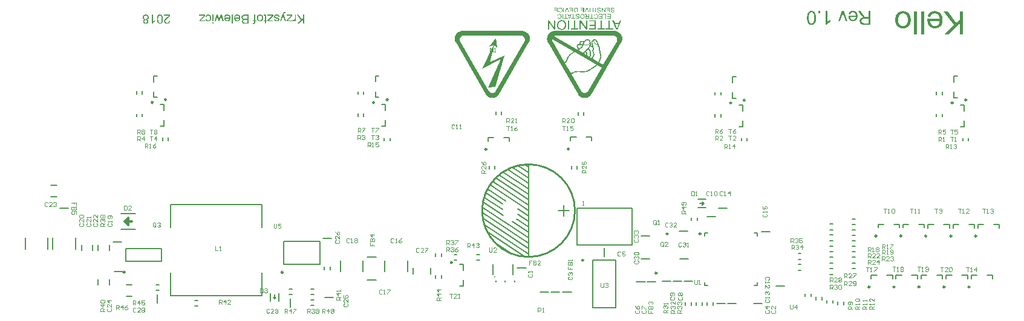
<source format=gto>
G04*
G04 #@! TF.GenerationSoftware,Altium Limited,Altium Designer,18.1.7 (191)*
G04*
G04 Layer_Color=65535*
%FSAX25Y25*%
%MOIN*%
G70*
G01*
G75*
%ADD10C,0.01000*%
%ADD11C,0.00984*%
%ADD12C,0.00394*%
%ADD13C,0.00787*%
%ADD14C,0.01181*%
G36*
X0520328Y0156483D02*
X0518661D01*
Y0162741D01*
X0512402Y0156483D01*
X0510134D01*
X0515436Y0161602D01*
X0509906Y0169091D01*
X0512111D01*
X0516602Y0162732D01*
X0518661Y0164718D01*
Y0169091D01*
X0520328D01*
Y0156483D01*
D02*
G37*
G36*
X0505023Y0169282D02*
X0505078D01*
X0505214Y0169273D01*
X0505387Y0169255D01*
X0505579Y0169228D01*
X0505797Y0169191D01*
X0506034Y0169137D01*
X0506280Y0169073D01*
X0506544Y0168991D01*
X0506809Y0168891D01*
X0507073Y0168772D01*
X0507337Y0168635D01*
X0507592Y0168471D01*
X0507838Y0168280D01*
X0508066Y0168061D01*
X0508075Y0168043D01*
X0508111Y0168007D01*
X0508175Y0167934D01*
X0508248Y0167834D01*
X0508339Y0167706D01*
X0508430Y0167551D01*
X0508539Y0167378D01*
X0508649Y0167169D01*
X0508758Y0166932D01*
X0508858Y0166677D01*
X0508958Y0166394D01*
X0509050Y0166085D01*
X0509122Y0165748D01*
X0509177Y0165392D01*
X0509223Y0165010D01*
X0509232Y0164600D01*
Y0164591D01*
Y0164572D01*
Y0164545D01*
Y0164499D01*
X0509223Y0164445D01*
Y0164381D01*
Y0164308D01*
X0509213Y0164217D01*
X0509195Y0164026D01*
X0509168Y0163807D01*
X0509131Y0163561D01*
X0509086Y0163288D01*
X0509022Y0163015D01*
X0508940Y0162723D01*
X0508849Y0162422D01*
X0508731Y0162122D01*
X0508594Y0161830D01*
X0508439Y0161548D01*
X0508257Y0161275D01*
X0508047Y0161029D01*
X0508029Y0161010D01*
X0507993Y0160974D01*
X0507929Y0160910D01*
X0507829Y0160828D01*
X0507710Y0160728D01*
X0507574Y0160628D01*
X0507410Y0160509D01*
X0507218Y0160391D01*
X0507009Y0160272D01*
X0506772Y0160154D01*
X0506526Y0160045D01*
X0506253Y0159954D01*
X0505952Y0159872D01*
X0505642Y0159808D01*
X0505314Y0159771D01*
X0504968Y0159753D01*
X0504886D01*
X0504795Y0159762D01*
X0504668Y0159771D01*
X0504504Y0159790D01*
X0504330Y0159817D01*
X0504130Y0159853D01*
X0503911Y0159908D01*
X0503675Y0159972D01*
X0503438Y0160054D01*
X0503183Y0160154D01*
X0502937Y0160282D01*
X0502682Y0160418D01*
X0502445Y0160591D01*
X0502208Y0160783D01*
X0501980Y0161001D01*
X0501971Y0161020D01*
X0501926Y0161056D01*
X0501871Y0161129D01*
X0501798Y0161229D01*
X0501707Y0161356D01*
X0501607Y0161511D01*
X0501506Y0161694D01*
X0501397Y0161903D01*
X0501288Y0162140D01*
X0501179Y0162404D01*
X0501087Y0162696D01*
X0500996Y0163005D01*
X0500923Y0163342D01*
X0500860Y0163707D01*
X0500823Y0164099D01*
X0500814Y0164509D01*
Y0164518D01*
Y0164536D01*
Y0164563D01*
Y0164609D01*
Y0164673D01*
Y0164736D01*
X0500823Y0164818D01*
Y0164918D01*
X0507638D01*
Y0164937D01*
X0507628Y0164982D01*
Y0165064D01*
X0507610Y0165164D01*
X0507592Y0165292D01*
X0507574Y0165438D01*
X0507537Y0165593D01*
X0507501Y0165766D01*
X0507455Y0165957D01*
X0507392Y0166139D01*
X0507328Y0166331D01*
X0507246Y0166522D01*
X0507155Y0166713D01*
X0507045Y0166895D01*
X0506927Y0167069D01*
X0506790Y0167223D01*
X0506781Y0167233D01*
X0506754Y0167260D01*
X0506708Y0167296D01*
X0506654Y0167351D01*
X0506581Y0167406D01*
X0506490Y0167469D01*
X0506380Y0167542D01*
X0506262Y0167615D01*
X0506134Y0167697D01*
X0505989Y0167761D01*
X0505834Y0167834D01*
X0505661Y0167888D01*
X0505478Y0167943D01*
X0505287Y0167980D01*
X0505087Y0168007D01*
X0504877Y0168016D01*
X0504795D01*
X0504731Y0168007D01*
X0504659Y0167998D01*
X0504576Y0167989D01*
X0504476Y0167980D01*
X0504376Y0167961D01*
X0504148Y0167907D01*
X0503902Y0167825D01*
X0503775Y0167779D01*
X0503656Y0167715D01*
X0503538Y0167651D01*
X0503419Y0167570D01*
X0503410Y0167560D01*
X0503392Y0167551D01*
X0503365Y0167524D01*
X0503319Y0167488D01*
X0503265Y0167433D01*
X0503210Y0167378D01*
X0503146Y0167305D01*
X0503073Y0167223D01*
X0503000Y0167123D01*
X0502918Y0167023D01*
X0502846Y0166904D01*
X0502764Y0166777D01*
X0502682Y0166631D01*
X0502609Y0166476D01*
X0502536Y0166312D01*
X0502463Y0166130D01*
X0500869Y0166340D01*
Y0166358D01*
X0500887Y0166403D01*
X0500914Y0166476D01*
X0500942Y0166568D01*
X0500987Y0166686D01*
X0501042Y0166823D01*
X0501106Y0166977D01*
X0501188Y0167141D01*
X0501279Y0167305D01*
X0501379Y0167488D01*
X0501497Y0167670D01*
X0501625Y0167852D01*
X0501761Y0168025D01*
X0501916Y0168198D01*
X0502090Y0168362D01*
X0502272Y0168517D01*
X0502281Y0168526D01*
X0502317Y0168553D01*
X0502372Y0168590D01*
X0502454Y0168635D01*
X0502554Y0168699D01*
X0502682Y0168763D01*
X0502818Y0168836D01*
X0502982Y0168900D01*
X0503164Y0168973D01*
X0503356Y0169045D01*
X0503574Y0169109D01*
X0503802Y0169173D01*
X0504048Y0169219D01*
X0504312Y0169255D01*
X0504595Y0169282D01*
X0504886Y0169291D01*
X0504977D01*
X0505023Y0169282D01*
D02*
G37*
G36*
X0487541D02*
X0487596D01*
X0487732Y0169273D01*
X0487896Y0169255D01*
X0488078Y0169228D01*
X0488288Y0169191D01*
X0488516Y0169137D01*
X0488762Y0169073D01*
X0489008Y0168991D01*
X0489272Y0168891D01*
X0489527Y0168772D01*
X0489782Y0168635D01*
X0490037Y0168471D01*
X0490283Y0168289D01*
X0490511Y0168071D01*
X0490520Y0168052D01*
X0490565Y0168016D01*
X0490620Y0167943D01*
X0490693Y0167843D01*
X0490784Y0167715D01*
X0490884Y0167560D01*
X0490984Y0167378D01*
X0491094Y0167169D01*
X0491203Y0166932D01*
X0491312Y0166668D01*
X0491413Y0166376D01*
X0491504Y0166057D01*
X0491576Y0165711D01*
X0491631Y0165347D01*
X0491677Y0164946D01*
X0491686Y0164527D01*
Y0164518D01*
Y0164499D01*
Y0164463D01*
Y0164418D01*
X0491677Y0164354D01*
Y0164281D01*
X0491668Y0164199D01*
Y0164108D01*
X0491658Y0164007D01*
X0491640Y0163898D01*
X0491613Y0163661D01*
X0491567Y0163397D01*
X0491513Y0163106D01*
X0491440Y0162805D01*
X0491340Y0162495D01*
X0491230Y0162186D01*
X0491094Y0161876D01*
X0490930Y0161575D01*
X0490747Y0161284D01*
X0490529Y0161020D01*
X0490283Y0160774D01*
X0490265Y0160764D01*
X0490228Y0160728D01*
X0490165Y0160682D01*
X0490073Y0160609D01*
X0489955Y0160537D01*
X0489818Y0160455D01*
X0489663Y0160354D01*
X0489481Y0160263D01*
X0489281Y0160172D01*
X0489062Y0160072D01*
X0488825Y0159990D01*
X0488570Y0159908D01*
X0488306Y0159844D01*
X0488024Y0159799D01*
X0487723Y0159762D01*
X0487413Y0159753D01*
X0487286D01*
X0487231Y0159762D01*
X0487104Y0159771D01*
X0486939Y0159790D01*
X0486757Y0159817D01*
X0486548Y0159853D01*
X0486320Y0159908D01*
X0486083Y0159972D01*
X0485828Y0160054D01*
X0485573Y0160154D01*
X0485318Y0160272D01*
X0485063Y0160418D01*
X0484808Y0160582D01*
X0484562Y0160774D01*
X0484334Y0160992D01*
X0484316Y0161010D01*
X0484279Y0161047D01*
X0484225Y0161120D01*
X0484143Y0161220D01*
X0484052Y0161347D01*
X0483952Y0161493D01*
X0483842Y0161675D01*
X0483733Y0161876D01*
X0483624Y0162113D01*
X0483514Y0162368D01*
X0483414Y0162641D01*
X0483323Y0162951D01*
X0483241Y0163279D01*
X0483186Y0163625D01*
X0483141Y0163998D01*
X0483132Y0164399D01*
Y0164408D01*
Y0164418D01*
Y0164445D01*
Y0164472D01*
Y0164572D01*
X0483141Y0164691D01*
X0483150Y0164837D01*
X0483159Y0165010D01*
X0483177Y0165201D01*
X0483195Y0165401D01*
X0483223Y0165620D01*
X0483259Y0165848D01*
X0483305Y0166076D01*
X0483359Y0166312D01*
X0483423Y0166540D01*
X0483487Y0166759D01*
X0483578Y0166968D01*
X0483669Y0167169D01*
X0483678Y0167178D01*
X0483696Y0167214D01*
X0483724Y0167269D01*
X0483769Y0167333D01*
X0483824Y0167424D01*
X0483888Y0167515D01*
X0483970Y0167624D01*
X0484061Y0167743D01*
X0484161Y0167870D01*
X0484279Y0167998D01*
X0484407Y0168125D01*
X0484544Y0168253D01*
X0484689Y0168380D01*
X0484853Y0168508D01*
X0485027Y0168626D01*
X0485209Y0168736D01*
X0485218Y0168745D01*
X0485254Y0168763D01*
X0485309Y0168790D01*
X0485382Y0168818D01*
X0485482Y0168863D01*
X0485591Y0168909D01*
X0485719Y0168963D01*
X0485855Y0169009D01*
X0486019Y0169064D01*
X0486183Y0169118D01*
X0486366Y0169164D01*
X0486557Y0169200D01*
X0486766Y0169237D01*
X0486976Y0169264D01*
X0487185Y0169282D01*
X0487413Y0169291D01*
X0487495D01*
X0487541Y0169282D01*
D02*
G37*
G36*
X0498956Y0156483D02*
X0497407D01*
Y0169091D01*
X0498956D01*
Y0156483D01*
D02*
G37*
G36*
X0495048D02*
X0493499D01*
Y0169091D01*
X0495048D01*
Y0156483D01*
D02*
G37*
G36*
X0327483Y0171232D02*
X0327674Y0171205D01*
X0327865Y0171151D01*
X0327893Y0171123D01*
X0328002Y0171069D01*
X0328139Y0170986D01*
X0328248Y0170850D01*
X0328275Y0170795D01*
X0328303Y0170686D01*
X0328358Y0170549D01*
X0328385Y0170358D01*
X0328057Y0170330D01*
Y0170358D01*
X0328029Y0170440D01*
X0328002Y0170549D01*
X0327947Y0170658D01*
Y0170686D01*
X0327893Y0170713D01*
X0327811Y0170795D01*
X0327701Y0170877D01*
X0327674D01*
X0327565Y0170904D01*
X0327455Y0170932D01*
X0327154D01*
X0327045Y0170904D01*
X0326936Y0170877D01*
X0326908Y0170850D01*
X0326854Y0170822D01*
X0326717Y0170740D01*
X0326690Y0170713D01*
X0326662Y0170658D01*
X0326635Y0170576D01*
Y0170494D01*
Y0170467D01*
Y0170412D01*
X0326662Y0170358D01*
X0326717Y0170276D01*
X0326744Y0170248D01*
X0326772Y0170221D01*
X0326854Y0170194D01*
X0326963Y0170139D01*
X0326991Y0170112D01*
X0327100Y0170084D01*
X0327264Y0170057D01*
X0327428Y0170002D01*
X0327483Y0169975D01*
X0327619Y0169948D01*
X0327783Y0169893D01*
X0327920Y0169838D01*
X0327947Y0169811D01*
X0328029Y0169756D01*
X0328139Y0169674D01*
X0328221Y0169592D01*
Y0169565D01*
X0328248Y0169483D01*
X0328275Y0169373D01*
X0328303Y0169264D01*
Y0169237D01*
X0328275Y0169127D01*
X0328248Y0169018D01*
X0328193Y0168909D01*
X0328166Y0168881D01*
X0328084Y0168799D01*
X0327975Y0168717D01*
X0327838Y0168635D01*
X0327811Y0168608D01*
X0327701Y0168580D01*
X0327537Y0168553D01*
X0327209D01*
X0327045Y0168580D01*
X0326854Y0168635D01*
X0326826Y0168663D01*
X0326744Y0168717D01*
X0326635Y0168799D01*
X0326526Y0168909D01*
X0326498Y0168936D01*
X0326444Y0169045D01*
X0326416Y0169182D01*
X0326389Y0169346D01*
X0326717Y0169373D01*
Y0169319D01*
X0326744Y0169209D01*
X0326799Y0169100D01*
X0326908Y0168991D01*
X0326936Y0168963D01*
X0327018Y0168909D01*
X0327182Y0168881D01*
X0327373Y0168854D01*
X0327537D01*
X0327701Y0168909D01*
X0327811Y0168963D01*
X0327838Y0168991D01*
X0327893Y0169045D01*
X0327947Y0169127D01*
X0327975Y0169237D01*
Y0169264D01*
X0327947Y0169319D01*
X0327920Y0169401D01*
X0327865Y0169483D01*
X0327838D01*
X0327756Y0169537D01*
X0327592Y0169592D01*
X0327483Y0169647D01*
X0327346Y0169674D01*
X0327291D01*
X0327127Y0169702D01*
X0326963Y0169756D01*
X0326772Y0169838D01*
X0326744Y0169866D01*
X0326635Y0169893D01*
X0326526Y0169975D01*
X0326416Y0170112D01*
X0326389Y0170139D01*
X0326362Y0170194D01*
X0326334Y0170330D01*
X0326307Y0170467D01*
Y0170494D01*
Y0170604D01*
X0326362Y0170740D01*
X0326416Y0170877D01*
X0326444Y0170904D01*
X0326498Y0170959D01*
X0326635Y0171069D01*
X0326772Y0171151D01*
X0326826Y0171178D01*
X0326936Y0171205D01*
X0327073Y0171232D01*
X0327264Y0171260D01*
X0327319D01*
X0327483Y0171232D01*
D02*
G37*
G36*
X0319964D02*
X0320156Y0171205D01*
X0320347Y0171151D01*
X0320374Y0171123D01*
X0320483Y0171069D01*
X0320620Y0170986D01*
X0320730Y0170850D01*
X0320757Y0170795D01*
X0320784Y0170686D01*
X0320839Y0170549D01*
X0320866Y0170358D01*
X0320538Y0170330D01*
Y0170358D01*
X0320511Y0170440D01*
X0320483Y0170549D01*
X0320429Y0170658D01*
Y0170686D01*
X0320374Y0170713D01*
X0320292Y0170795D01*
X0320156Y0170877D01*
X0320128D01*
X0320046Y0170904D01*
X0319909Y0170932D01*
X0319636D01*
X0319527Y0170904D01*
X0319417Y0170877D01*
X0319390D01*
X0319335Y0170850D01*
X0319198Y0170740D01*
X0319171Y0170713D01*
X0319144Y0170658D01*
X0319116Y0170576D01*
Y0170494D01*
Y0170467D01*
Y0170412D01*
X0319144Y0170330D01*
X0319198Y0170276D01*
X0319226Y0170248D01*
X0319253Y0170221D01*
X0319335Y0170194D01*
X0319445Y0170139D01*
X0319472Y0170112D01*
X0319554Y0170084D01*
X0319718Y0170057D01*
X0319909Y0170002D01*
X0319937D01*
X0319964Y0169975D01*
X0320101Y0169948D01*
X0320265Y0169893D01*
X0320402Y0169838D01*
X0320429Y0169811D01*
X0320511Y0169756D01*
X0320593Y0169674D01*
X0320675Y0169592D01*
X0320702Y0169565D01*
X0320730Y0169483D01*
X0320757Y0169373D01*
X0320784Y0169264D01*
Y0169237D01*
X0320757Y0169155D01*
X0320730Y0169045D01*
X0320648Y0168909D01*
X0320620Y0168881D01*
X0320566Y0168799D01*
X0320483Y0168717D01*
X0320320Y0168635D01*
X0320265Y0168608D01*
X0320156Y0168580D01*
X0320019Y0168553D01*
X0319691D01*
X0319527Y0168580D01*
X0319335Y0168635D01*
X0319308Y0168663D01*
X0319198Y0168717D01*
X0319089Y0168799D01*
X0318980Y0168909D01*
X0318952Y0168936D01*
X0318925Y0169045D01*
X0318898Y0169182D01*
X0318870Y0169346D01*
X0319198Y0169373D01*
Y0169319D01*
X0319253Y0169209D01*
X0319308Y0169100D01*
X0319390Y0168991D01*
X0319417Y0168963D01*
X0319499Y0168909D01*
X0319636Y0168881D01*
X0319827Y0168854D01*
X0320019D01*
X0320156Y0168909D01*
X0320292Y0168963D01*
X0320320Y0168991D01*
X0320347Y0169045D01*
X0320402Y0169127D01*
X0320429Y0169237D01*
Y0169264D01*
X0320402Y0169319D01*
X0320374Y0169401D01*
X0320320Y0169483D01*
X0320292D01*
X0320210Y0169537D01*
X0320046Y0169592D01*
X0319937Y0169647D01*
X0319800Y0169674D01*
X0319745D01*
X0319609Y0169702D01*
X0319417Y0169756D01*
X0319226Y0169838D01*
X0319198Y0169866D01*
X0319089Y0169893D01*
X0319007Y0169975D01*
X0318898Y0170112D01*
X0318870Y0170139D01*
X0318843Y0170194D01*
X0318816Y0170330D01*
X0318789Y0170467D01*
Y0170494D01*
Y0170604D01*
X0318843Y0170740D01*
X0318898Y0170877D01*
X0318925Y0170904D01*
X0318980Y0170986D01*
X0319116Y0171069D01*
X0319253Y0171151D01*
X0319308Y0171178D01*
X0319417Y0171205D01*
X0319554Y0171232D01*
X0319745Y0171260D01*
X0319800D01*
X0319964Y0171232D01*
D02*
G37*
G36*
X0323409Y0168608D02*
X0323054D01*
X0321659Y0170658D01*
Y0168608D01*
X0321331D01*
Y0171205D01*
X0321687D01*
X0323054Y0169155D01*
Y0171205D01*
X0323409D01*
Y0168608D01*
D02*
G37*
G36*
X0298721Y0171232D02*
X0298940Y0171178D01*
X0299158Y0171096D01*
X0299213Y0171069D01*
X0299322Y0170959D01*
X0299459Y0170795D01*
X0299568Y0170576D01*
Y0170549D01*
X0299596Y0170522D01*
X0299623Y0170385D01*
X0299678Y0170166D01*
X0299705Y0169893D01*
Y0169866D01*
Y0169811D01*
X0299678Y0169647D01*
X0299651Y0169428D01*
X0299568Y0169182D01*
Y0169155D01*
X0299541Y0169127D01*
X0299459Y0168991D01*
X0299295Y0168854D01*
X0299104Y0168717D01*
X0299049Y0168690D01*
X0298912Y0168635D01*
X0298721Y0168580D01*
X0298475Y0168553D01*
X0298420D01*
X0298256Y0168580D01*
X0298037Y0168635D01*
X0297819Y0168745D01*
X0297764Y0168772D01*
X0297655Y0168881D01*
X0297545Y0169073D01*
X0297436Y0169319D01*
X0297764Y0169401D01*
Y0169373D01*
X0297791Y0169346D01*
X0297846Y0169237D01*
X0297928Y0169100D01*
X0298037Y0168963D01*
X0298065Y0168936D01*
X0298174Y0168881D01*
X0298311Y0168854D01*
X0298475Y0168827D01*
X0298530D01*
X0298639Y0168854D01*
X0298803Y0168881D01*
X0298967Y0168991D01*
X0298994Y0169018D01*
X0299104Y0169100D01*
X0299186Y0169209D01*
X0299268Y0169373D01*
Y0169428D01*
X0299295Y0169537D01*
X0299322Y0169702D01*
X0299350Y0169893D01*
Y0169948D01*
X0299322Y0170084D01*
X0299295Y0170248D01*
X0299240Y0170467D01*
X0299213Y0170494D01*
X0299158Y0170604D01*
X0299076Y0170713D01*
X0298940Y0170822D01*
X0298912Y0170850D01*
X0298803Y0170877D01*
X0298666Y0170932D01*
X0298502Y0170959D01*
X0298447D01*
X0298338Y0170932D01*
X0298174Y0170877D01*
X0298010Y0170795D01*
X0297983Y0170768D01*
X0297901Y0170658D01*
X0297819Y0170522D01*
X0297737Y0170303D01*
X0297409Y0170385D01*
Y0170412D01*
X0297436Y0170440D01*
X0297491Y0170631D01*
X0297627Y0170822D01*
X0297791Y0171041D01*
X0297846Y0171069D01*
X0297983Y0171151D01*
X0298201Y0171232D01*
X0298475Y0171260D01*
X0298530D01*
X0298721Y0171232D01*
D02*
G37*
G36*
X0325815Y0168608D02*
X0323928D01*
Y0168909D01*
X0325487D01*
Y0169702D01*
X0324038D01*
Y0170029D01*
X0325487D01*
Y0170904D01*
X0323874D01*
Y0171205D01*
X0325815D01*
Y0168608D01*
D02*
G37*
G36*
X0318242D02*
X0317914D01*
Y0171205D01*
X0318242D01*
Y0168608D01*
D02*
G37*
G36*
X0316629Y0168909D02*
X0317476D01*
Y0168608D01*
X0315398D01*
Y0168909D01*
X0316273D01*
Y0171205D01*
X0316629D01*
Y0168909D01*
D02*
G37*
G36*
X0315016Y0168608D02*
X0314660D01*
Y0171205D01*
X0315016D01*
Y0168608D01*
D02*
G37*
G36*
X0314305D02*
X0313949D01*
X0313266Y0170494D01*
Y0170522D01*
X0313238Y0170576D01*
X0313184Y0170713D01*
X0313129Y0170932D01*
Y0170904D01*
X0313074Y0170795D01*
X0313047Y0170658D01*
X0312965Y0170494D01*
X0312281Y0168608D01*
X0311926D01*
X0312938Y0171205D01*
X0313293D01*
X0314305Y0168608D01*
D02*
G37*
G36*
X0311598D02*
X0309712D01*
Y0168909D01*
X0311243D01*
Y0169702D01*
X0309821D01*
Y0170029D01*
X0311243D01*
Y0170904D01*
X0309657D01*
Y0171205D01*
X0311598D01*
Y0168608D01*
D02*
G37*
G36*
X0308153D02*
X0306950D01*
X0306786Y0168635D01*
X0306759D01*
X0306649Y0168663D01*
X0306540Y0168717D01*
X0306403Y0168799D01*
X0306376Y0168827D01*
X0306267Y0168936D01*
X0306185Y0169073D01*
X0306075Y0169264D01*
X0306048Y0169319D01*
X0306021Y0169428D01*
X0305993Y0169619D01*
Y0169893D01*
Y0169948D01*
Y0170084D01*
X0306021Y0170248D01*
X0306048Y0170412D01*
Y0170440D01*
X0306103Y0170549D01*
X0306157Y0170658D01*
X0306239Y0170795D01*
X0306267Y0170822D01*
X0306321Y0170877D01*
X0306376Y0170959D01*
X0306458Y0171041D01*
X0306485D01*
X0306568Y0171096D01*
X0306677Y0171123D01*
X0306786Y0171178D01*
X0306896D01*
X0307032Y0171205D01*
X0308153D01*
Y0168608D01*
D02*
G37*
G36*
X0305501D02*
X0303615D01*
Y0168909D01*
X0305146D01*
Y0169702D01*
X0303697D01*
Y0170029D01*
X0305146D01*
Y0170904D01*
X0303560D01*
Y0171205D01*
X0305501D01*
Y0168608D01*
D02*
G37*
G36*
X0303341D02*
X0302959D01*
X0302275Y0170494D01*
X0302248Y0170549D01*
X0302220Y0170658D01*
X0302166Y0170795D01*
X0302138Y0170932D01*
Y0170904D01*
X0302111Y0170795D01*
X0302056Y0170658D01*
X0302002Y0170494D01*
X0301291Y0168608D01*
X0300935D01*
X0301947Y0171205D01*
X0302330D01*
X0303341Y0168608D01*
D02*
G37*
G36*
X0300553D02*
X0300225D01*
Y0171205D01*
X0300553D01*
Y0168608D01*
D02*
G37*
G36*
X0296944D02*
X0295057D01*
Y0168909D01*
X0296616D01*
Y0169702D01*
X0295167D01*
Y0170029D01*
X0296616D01*
Y0170904D01*
X0295003D01*
Y0171205D01*
X0296944D01*
Y0168608D01*
D02*
G37*
G36*
X0303861Y0165081D02*
X0303505D01*
X0302412Y0167651D01*
X0302822D01*
X0303123Y0166913D01*
X0304216D01*
X0304517Y0167651D01*
X0304872D01*
X0303861Y0165081D01*
D02*
G37*
G36*
X0308208Y0167678D02*
X0308399Y0167651D01*
X0308591Y0167596D01*
X0308618Y0167569D01*
X0308727Y0167514D01*
X0308837Y0167432D01*
X0308973Y0167323D01*
X0309001Y0167296D01*
X0309028Y0167186D01*
X0309083Y0167050D01*
X0309110Y0166858D01*
X0308782Y0166831D01*
Y0166858D01*
X0308755Y0166940D01*
X0308727Y0167050D01*
X0308673Y0167159D01*
Y0167186D01*
X0308618Y0167213D01*
X0308536Y0167296D01*
X0308427Y0167350D01*
X0308290D01*
X0308153Y0167378D01*
X0307634D01*
X0307579Y0167323D01*
X0307442Y0167213D01*
X0307415Y0167186D01*
X0307388Y0167131D01*
X0307360Y0167077D01*
Y0166995D01*
Y0166967D01*
Y0166913D01*
X0307388Y0166831D01*
X0307442Y0166776D01*
Y0166749D01*
X0307497Y0166721D01*
X0307552Y0166667D01*
X0307661Y0166612D01*
X0307688D01*
X0307743Y0166585D01*
X0307880Y0166557D01*
X0307989Y0166530D01*
X0308126Y0166475D01*
X0308153D01*
X0308180Y0166448D01*
X0308345Y0166421D01*
X0308509Y0166366D01*
X0308645Y0166311D01*
X0308673Y0166284D01*
X0308755Y0166257D01*
X0308837Y0166175D01*
X0308919Y0166065D01*
X0308946Y0166038D01*
X0308973Y0165983D01*
X0309001Y0165874D01*
X0309028Y0165764D01*
Y0165737D01*
X0309001Y0165655D01*
X0308973Y0165518D01*
X0308891Y0165382D01*
X0308864Y0165354D01*
X0308809Y0165272D01*
X0308727Y0165190D01*
X0308563Y0165108D01*
X0308536Y0165081D01*
X0308427Y0165054D01*
X0308290Y0165026D01*
X0307907D01*
X0307743Y0165081D01*
X0307579Y0165136D01*
X0307552Y0165163D01*
X0307442Y0165190D01*
X0307333Y0165272D01*
X0307224Y0165382D01*
X0307196Y0165409D01*
X0307169Y0165518D01*
X0307142Y0165655D01*
X0307114Y0165819D01*
X0307442Y0165847D01*
Y0165792D01*
X0307497Y0165682D01*
X0307552Y0165573D01*
X0307634Y0165464D01*
X0307661Y0165436D01*
X0307743Y0165382D01*
X0307880Y0165354D01*
X0308071Y0165327D01*
X0308263D01*
X0308399Y0165382D01*
X0308536Y0165436D01*
X0308563Y0165464D01*
X0308591Y0165518D01*
X0308645Y0165628D01*
X0308673Y0165737D01*
Y0165764D01*
X0308645Y0165819D01*
X0308618Y0165901D01*
X0308563Y0165983D01*
X0308536D01*
X0308454Y0166038D01*
X0308290Y0166093D01*
X0308180Y0166120D01*
X0308044Y0166147D01*
X0308016D01*
X0307989Y0166175D01*
X0307825Y0166202D01*
X0307634Y0166257D01*
X0307470Y0166311D01*
X0307442Y0166339D01*
X0307333Y0166393D01*
X0307251Y0166475D01*
X0307142Y0166585D01*
X0307114Y0166612D01*
X0307087Y0166694D01*
X0307060Y0166803D01*
X0307032Y0166967D01*
Y0166995D01*
Y0167077D01*
X0307087Y0167186D01*
X0307142Y0167350D01*
X0307169Y0167378D01*
X0307251Y0167432D01*
X0307360Y0167514D01*
X0307497Y0167596D01*
X0307552Y0167624D01*
X0307661Y0167651D01*
X0307798Y0167678D01*
X0307989Y0167706D01*
X0308044D01*
X0308208Y0167678D01*
D02*
G37*
G36*
X0314469Y0165081D02*
X0313102D01*
X0312938Y0165108D01*
X0312774Y0165136D01*
X0312746Y0165163D01*
X0312664Y0165218D01*
X0312582Y0165272D01*
X0312500Y0165382D01*
X0312473Y0165409D01*
X0312446Y0165518D01*
X0312418Y0165655D01*
X0312391Y0165792D01*
Y0165847D01*
X0312418Y0165956D01*
X0312446Y0166093D01*
X0312555Y0166257D01*
X0312582Y0166284D01*
X0312692Y0166366D01*
X0312883Y0166448D01*
X0313129Y0166503D01*
X0313102D01*
X0313047Y0166530D01*
X0312910Y0166639D01*
X0312883Y0166667D01*
X0312828Y0166721D01*
X0312719Y0166831D01*
X0312610Y0166967D01*
X0312172Y0167651D01*
X0312610D01*
X0312938Y0167159D01*
Y0167131D01*
X0312965Y0167104D01*
X0313047Y0166995D01*
X0313129Y0166858D01*
X0313211Y0166776D01*
X0313238Y0166749D01*
X0313266Y0166694D01*
X0313320Y0166639D01*
X0313375Y0166612D01*
X0313403Y0166585D01*
X0313539Y0166557D01*
X0313566Y0166530D01*
X0314113D01*
Y0167651D01*
X0314469D01*
Y0165081D01*
D02*
G37*
G36*
X0318460Y0167678D02*
X0318706Y0167624D01*
X0318925Y0167514D01*
X0318980Y0167487D01*
X0319089Y0167405D01*
X0319226Y0167268D01*
X0319335Y0167077D01*
Y0167050D01*
X0319363Y0167022D01*
X0319390Y0166831D01*
X0319445Y0166612D01*
X0319472Y0166366D01*
Y0166339D01*
Y0166284D01*
X0319445Y0166120D01*
X0319390Y0165901D01*
X0319308Y0165655D01*
Y0165628D01*
X0319281Y0165601D01*
X0319198Y0165491D01*
X0319035Y0165327D01*
X0318843Y0165190D01*
X0318789Y0165163D01*
X0318652Y0165108D01*
X0318460Y0165054D01*
X0318214Y0165026D01*
X0318160D01*
X0317996Y0165054D01*
X0317777Y0165108D01*
X0317558Y0165245D01*
X0317503Y0165272D01*
X0317422Y0165382D01*
X0317312Y0165546D01*
X0317203Y0165792D01*
X0317531Y0165874D01*
X0317558Y0165819D01*
X0317585Y0165710D01*
X0317668Y0165573D01*
X0317804Y0165464D01*
X0317832Y0165436D01*
X0317914Y0165382D01*
X0318050Y0165354D01*
X0318214Y0165327D01*
X0318269D01*
X0318406Y0165354D01*
X0318570Y0165382D01*
X0318734Y0165464D01*
X0318761Y0165491D01*
X0318843Y0165573D01*
X0318925Y0165710D01*
X0319007Y0165874D01*
X0319035Y0165928D01*
X0319062Y0166038D01*
X0319089Y0166202D01*
X0319116Y0166366D01*
Y0166393D01*
Y0166421D01*
X0319089Y0166557D01*
X0319062Y0166749D01*
X0319007Y0166940D01*
X0318980Y0166995D01*
X0318925Y0167077D01*
X0318843Y0167213D01*
X0318706Y0167323D01*
X0318679D01*
X0318570Y0167350D01*
X0318406Y0167378D01*
X0318242Y0167405D01*
X0318187D01*
X0318078Y0167378D01*
X0317914Y0167350D01*
X0317777Y0167268D01*
X0317750Y0167241D01*
X0317668Y0167159D01*
X0317558Y0166995D01*
X0317476Y0166776D01*
X0317148Y0166858D01*
Y0166885D01*
X0317175Y0166940D01*
X0317257Y0167104D01*
X0317367Y0167296D01*
X0317449Y0167405D01*
X0317531Y0167460D01*
X0317558D01*
X0317585Y0167487D01*
X0317750Y0167569D01*
X0317968Y0167678D01*
X0318214Y0167706D01*
X0318296D01*
X0318460Y0167678D01*
D02*
G37*
G36*
X0298283D02*
X0298502Y0167624D01*
X0298721Y0167514D01*
X0298776Y0167487D01*
X0298885Y0167405D01*
X0299022Y0167268D01*
X0299131Y0167077D01*
Y0167050D01*
X0299158Y0167022D01*
X0299186Y0166858D01*
X0299240Y0166639D01*
X0299268Y0166366D01*
Y0166339D01*
Y0166284D01*
X0299240Y0166120D01*
X0299186Y0165901D01*
X0299104Y0165655D01*
Y0165628D01*
X0299076Y0165601D01*
X0298994Y0165491D01*
X0298858Y0165327D01*
X0298666Y0165190D01*
X0298639D01*
X0298611Y0165163D01*
X0298475Y0165108D01*
X0298283Y0165054D01*
X0298037Y0165026D01*
X0297955D01*
X0297791Y0165054D01*
X0297600Y0165108D01*
X0297381Y0165245D01*
X0297326Y0165272D01*
X0297217Y0165382D01*
X0297108Y0165546D01*
X0296999Y0165792D01*
X0297326Y0165874D01*
Y0165847D01*
X0297354Y0165819D01*
X0297409Y0165710D01*
X0297491Y0165573D01*
X0297600Y0165464D01*
X0297627Y0165436D01*
X0297709Y0165382D01*
X0297846Y0165354D01*
X0298037Y0165327D01*
X0298092D01*
X0298201Y0165354D01*
X0298365Y0165382D01*
X0298557Y0165464D01*
X0298584Y0165491D01*
X0298666Y0165573D01*
X0298748Y0165710D01*
X0298830Y0165874D01*
Y0165901D01*
X0298858Y0166011D01*
X0298885Y0166175D01*
X0298912Y0166366D01*
Y0166393D01*
Y0166421D01*
Y0166557D01*
X0298885Y0166749D01*
X0298830Y0166940D01*
X0298803Y0166995D01*
X0298748Y0167077D01*
X0298639Y0167213D01*
X0298502Y0167323D01*
X0298475D01*
X0298365Y0167350D01*
X0298229Y0167378D01*
X0298065Y0167405D01*
X0298010D01*
X0297901Y0167378D01*
X0297737Y0167350D01*
X0297573Y0167268D01*
X0297545Y0167241D01*
X0297463Y0167131D01*
X0297381Y0166995D01*
X0297299Y0166776D01*
X0296944Y0166858D01*
Y0166885D01*
X0296971Y0166940D01*
X0297026Y0167104D01*
X0297163Y0167296D01*
X0297354Y0167460D01*
X0297409Y0167487D01*
X0297545Y0167569D01*
X0297764Y0167678D01*
X0298037Y0167706D01*
X0298119D01*
X0298283Y0167678D01*
D02*
G37*
G36*
X0326280Y0165081D02*
X0324366D01*
Y0165382D01*
X0325924D01*
Y0166175D01*
X0324475D01*
Y0166503D01*
X0325924D01*
Y0167378D01*
X0324311D01*
Y0167651D01*
X0326280D01*
Y0165081D01*
D02*
G37*
G36*
X0323846D02*
X0323518D01*
Y0167378D01*
X0322206D01*
Y0167651D01*
X0323846D01*
Y0165081D01*
D02*
G37*
G36*
X0321796D02*
X0319909D01*
Y0165382D01*
X0321440D01*
Y0166175D01*
X0319991D01*
Y0166503D01*
X0321440D01*
Y0167378D01*
X0319827D01*
Y0167651D01*
X0321796D01*
Y0165081D01*
D02*
G37*
G36*
X0316054Y0165382D02*
X0316902D01*
Y0165081D01*
X0314824D01*
Y0165382D01*
X0315699D01*
Y0167651D01*
X0316054D01*
Y0165382D01*
D02*
G37*
G36*
X0305884D02*
X0306759D01*
Y0165081D01*
X0304681D01*
Y0165382D01*
X0305556D01*
Y0167651D01*
X0305884D01*
Y0165382D01*
D02*
G37*
G36*
X0301756D02*
X0302603D01*
Y0165081D01*
X0300553D01*
Y0165382D01*
X0301400D01*
Y0167651D01*
X0301756D01*
Y0165382D01*
D02*
G37*
G36*
X0300143Y0165081D02*
X0299787D01*
Y0167651D01*
X0300143D01*
Y0165081D01*
D02*
G37*
G36*
X0310914Y0167678D02*
X0311133Y0167624D01*
X0311352Y0167514D01*
X0311407Y0167487D01*
X0311516Y0167405D01*
X0311680Y0167268D01*
X0311789Y0167077D01*
X0311817Y0167022D01*
X0311844Y0166885D01*
X0311899Y0166694D01*
X0311926Y0166421D01*
Y0166393D01*
Y0166311D01*
X0311899Y0166202D01*
X0311871Y0166038D01*
X0311789Y0165710D01*
X0311707Y0165546D01*
X0311598Y0165382D01*
X0311571Y0165354D01*
X0311543Y0165327D01*
X0311461Y0165272D01*
X0311352Y0165190D01*
X0311079Y0165081D01*
X0310887Y0165054D01*
X0310696Y0165026D01*
X0310641D01*
X0310477Y0165054D01*
X0310258Y0165108D01*
X0310040Y0165218D01*
X0309985Y0165245D01*
X0309876Y0165327D01*
X0309739Y0165464D01*
X0309602Y0165682D01*
X0309575Y0165737D01*
X0309520Y0165874D01*
X0309466Y0166120D01*
X0309438Y0166393D01*
Y0166421D01*
Y0166448D01*
X0309466Y0166639D01*
X0309493Y0166858D01*
X0309602Y0167104D01*
X0309630Y0167159D01*
X0309712Y0167268D01*
X0309876Y0167405D01*
X0310067Y0167542D01*
X0310122Y0167569D01*
X0310258Y0167624D01*
X0310450Y0167678D01*
X0310696Y0167706D01*
X0310751D01*
X0310914Y0167678D01*
D02*
G37*
G36*
X0330107Y0159011D02*
X0329342D01*
X0327209Y0164234D01*
X0328002D01*
X0328604Y0162648D01*
X0330791D01*
X0331365Y0164234D01*
X0332103D01*
X0330107Y0159011D01*
D02*
G37*
G36*
X0313375D02*
X0312664D01*
X0309903Y0163112D01*
Y0159011D01*
X0309247D01*
Y0164234D01*
X0309958D01*
X0312719Y0160105D01*
Y0164234D01*
X0313375D01*
Y0159011D01*
D02*
G37*
G36*
X0295905D02*
X0295194D01*
X0292433Y0163112D01*
Y0159011D01*
X0291776D01*
Y0164234D01*
X0292487D01*
X0295249Y0160105D01*
Y0164234D01*
X0295905D01*
Y0159011D01*
D02*
G37*
G36*
X0325869Y0159613D02*
X0327592D01*
Y0159011D01*
X0323436D01*
Y0159613D01*
X0325159D01*
Y0164234D01*
X0325869D01*
Y0159613D01*
D02*
G37*
G36*
X0321386D02*
X0323108D01*
Y0159011D01*
X0318952D01*
Y0159613D01*
X0320702D01*
Y0164234D01*
X0321386D01*
Y0159613D01*
D02*
G37*
G36*
X0318242Y0159011D02*
X0314441D01*
Y0159613D01*
X0317531D01*
Y0161226D01*
X0314660D01*
Y0161828D01*
X0317531D01*
Y0163632D01*
X0314332D01*
Y0164234D01*
X0318242D01*
Y0159011D01*
D02*
G37*
G36*
X0306759Y0159613D02*
X0308481D01*
Y0159011D01*
X0304326D01*
Y0159613D01*
X0306048D01*
Y0164234D01*
X0306759D01*
Y0159613D01*
D02*
G37*
G36*
X0303505Y0159011D02*
X0302795D01*
Y0164234D01*
X0303505D01*
Y0159011D01*
D02*
G37*
G36*
X0299568Y0164288D02*
X0299732Y0164261D01*
X0300170Y0164151D01*
X0300389Y0164069D01*
X0300607Y0163960D01*
X0300635Y0163933D01*
X0300717Y0163905D01*
X0300826Y0163823D01*
X0300935Y0163714D01*
X0301099Y0163577D01*
X0301236Y0163413D01*
X0301373Y0163222D01*
X0301510Y0163003D01*
Y0162976D01*
X0301564Y0162894D01*
X0301592Y0162784D01*
X0301646Y0162620D01*
X0301701Y0162429D01*
X0301728Y0162183D01*
X0301783Y0161691D01*
Y0161663D01*
Y0161636D01*
Y0161472D01*
X0301756Y0161226D01*
X0301701Y0160953D01*
X0301619Y0160625D01*
X0301482Y0160269D01*
X0301318Y0159941D01*
X0301099Y0159640D01*
X0301072Y0159613D01*
X0300963Y0159531D01*
X0300826Y0159394D01*
X0300607Y0159258D01*
X0300334Y0159148D01*
X0300033Y0159011D01*
X0299678Y0158930D01*
X0299295Y0158902D01*
X0299158D01*
X0299022Y0158930D01*
X0298830Y0158957D01*
X0298420Y0159039D01*
X0298201Y0159148D01*
X0297983Y0159258D01*
X0297955Y0159285D01*
X0297873Y0159312D01*
X0297791Y0159394D01*
X0297655Y0159504D01*
X0297518Y0159640D01*
X0297354Y0159804D01*
X0297080Y0160214D01*
X0297053Y0160242D01*
X0297026Y0160324D01*
X0296971Y0160460D01*
X0296916Y0160625D01*
X0296862Y0160843D01*
X0296834Y0161089D01*
X0296780Y0161335D01*
Y0161636D01*
Y0161663D01*
Y0161773D01*
X0296807Y0161910D01*
Y0162101D01*
X0296862Y0162320D01*
X0296916Y0162566D01*
X0296999Y0162812D01*
X0297108Y0163058D01*
X0297135Y0163085D01*
X0297163Y0163167D01*
X0297245Y0163277D01*
X0297354Y0163413D01*
X0297627Y0163714D01*
X0297819Y0163851D01*
X0298010Y0163987D01*
X0298037D01*
X0298119Y0164042D01*
X0298229Y0164097D01*
X0298393Y0164151D01*
X0298584Y0164206D01*
X0298803Y0164261D01*
X0299049Y0164288D01*
X0299295Y0164315D01*
X0299432D01*
X0299568Y0164288D01*
D02*
G37*
G36*
X0328658Y0158301D02*
X0328986Y0158273D01*
X0329396Y0158191D01*
X0329834Y0158055D01*
X0330326Y0157863D01*
X0330818Y0157562D01*
X0331064Y0157398D01*
X0331310Y0157180D01*
X0331365Y0157152D01*
X0331474Y0157043D01*
X0331611Y0156906D01*
X0331748Y0156742D01*
X0331775Y0156688D01*
X0331884Y0156578D01*
X0331994Y0156414D01*
X0332103Y0156223D01*
Y0156195D01*
Y0156168D01*
X0332130Y0156141D01*
X0332185Y0156059D01*
X0332212Y0155949D01*
X0332349Y0155676D01*
X0332458Y0155321D01*
X0332595Y0154883D01*
X0332650Y0154364D01*
X0332677Y0153817D01*
X0332595Y0153243D01*
Y0153215D01*
X0332568Y0153161D01*
X0332540Y0152997D01*
X0332486Y0152805D01*
X0332458Y0152723D01*
X0332431Y0152669D01*
X0332404Y0152614D01*
X0332376Y0152505D01*
X0332267Y0152313D01*
X0332158Y0152094D01*
Y0152067D01*
Y0152040D01*
X0332130Y0152013D01*
X0332103D01*
X0315617Y0123442D01*
X0315590Y0123415D01*
X0315535Y0123305D01*
X0315426Y0123141D01*
X0315289Y0122950D01*
X0315098Y0122731D01*
X0314879Y0122485D01*
X0314633Y0122267D01*
X0314359Y0122048D01*
X0314305Y0121993D01*
X0314195Y0121939D01*
X0314059Y0121856D01*
X0314004Y0121829D01*
X0313895Y0121774D01*
X0313703Y0121665D01*
X0313430Y0121556D01*
X0313129Y0121474D01*
X0312746Y0121364D01*
X0312364Y0121310D01*
X0311926Y0121282D01*
X0311762D01*
X0311653Y0121310D01*
X0311352Y0121337D01*
X0310942Y0121419D01*
X0310504Y0121556D01*
X0310040Y0121747D01*
X0309547Y0122020D01*
X0309083Y0122403D01*
X0309055D01*
X0309028Y0122458D01*
X0308919Y0122567D01*
X0308782Y0122704D01*
X0308645Y0122841D01*
X0308618Y0122895D01*
X0308536Y0123005D01*
X0308427Y0123169D01*
X0308290Y0123360D01*
X0291804Y0151930D01*
Y0151958D01*
X0291776Y0151985D01*
X0291722Y0152067D01*
X0291667Y0152176D01*
X0291558Y0152477D01*
X0291421Y0152860D01*
X0291312Y0153325D01*
X0291230Y0153844D01*
Y0154418D01*
X0291257Y0154719D01*
X0291312Y0155020D01*
Y0155075D01*
X0291339Y0155184D01*
X0291394Y0155375D01*
X0291476Y0155621D01*
X0291503Y0155649D01*
X0291530Y0155758D01*
X0291613Y0155949D01*
X0291749Y0156195D01*
X0291776D01*
Y0156223D01*
X0291804Y0156250D01*
X0291941Y0156414D01*
X0292105Y0156660D01*
X0292378Y0156961D01*
X0292706Y0157289D01*
X0293116Y0157590D01*
X0293581Y0157891D01*
X0294128Y0158109D01*
X0294155D01*
X0294182Y0158137D01*
X0294346Y0158164D01*
X0294565Y0158219D01*
X0294729Y0158246D01*
X0294757D01*
X0294866Y0158273D01*
X0295085Y0158301D01*
X0295358Y0158328D01*
X0328549D01*
X0328658Y0158301D01*
D02*
G37*
G36*
X0277806D02*
X0278134Y0158273D01*
X0278544Y0158191D01*
X0278981Y0158055D01*
X0279473Y0157863D01*
X0279966Y0157562D01*
X0280212Y0157398D01*
X0280458Y0157180D01*
X0280512Y0157152D01*
X0280622Y0157043D01*
X0280759Y0156906D01*
X0280895Y0156742D01*
X0280923Y0156688D01*
X0281032Y0156578D01*
X0281141Y0156414D01*
X0281251Y0156223D01*
Y0156195D01*
Y0156168D01*
X0281278Y0156141D01*
X0281333Y0156059D01*
X0281360Y0155949D01*
X0281497Y0155676D01*
X0281606Y0155321D01*
X0281743Y0154883D01*
X0281797Y0154364D01*
X0281825Y0153817D01*
X0281743Y0153243D01*
Y0153215D01*
X0281715Y0153161D01*
X0281688Y0152997D01*
X0281633Y0152805D01*
X0281606Y0152723D01*
X0281579Y0152669D01*
X0281551Y0152614D01*
X0281524Y0152505D01*
X0281415Y0152313D01*
X0281305Y0152094D01*
Y0152067D01*
Y0152040D01*
X0281278Y0152013D01*
X0281251D01*
X0264765Y0123442D01*
X0264737Y0123415D01*
X0264683Y0123305D01*
X0264573Y0123141D01*
X0264437Y0122950D01*
X0264245Y0122731D01*
X0264026Y0122485D01*
X0263780Y0122267D01*
X0263507Y0122048D01*
X0263452Y0121993D01*
X0263343Y0121939D01*
X0263206Y0121856D01*
X0263152Y0121829D01*
X0263042Y0121774D01*
X0262851Y0121665D01*
X0262577Y0121556D01*
X0262277Y0121474D01*
X0261894Y0121364D01*
X0261511Y0121310D01*
X0261074Y0121282D01*
X0260910D01*
X0260800Y0121310D01*
X0260500Y0121337D01*
X0260089Y0121419D01*
X0259652Y0121556D01*
X0259187Y0121747D01*
X0258695Y0122020D01*
X0258230Y0122403D01*
X0258203D01*
X0258176Y0122458D01*
X0258066Y0122567D01*
X0257930Y0122704D01*
X0257793Y0122841D01*
X0257766Y0122895D01*
X0257684Y0123005D01*
X0257574Y0123169D01*
X0257437Y0123360D01*
X0240951Y0151930D01*
Y0151958D01*
X0240924Y0151985D01*
X0240869Y0152067D01*
X0240815Y0152176D01*
X0240705Y0152477D01*
X0240569Y0152860D01*
X0240459Y0153325D01*
X0240377Y0153844D01*
Y0154418D01*
X0240405Y0154719D01*
X0240459Y0155020D01*
Y0155075D01*
X0240487Y0155184D01*
X0240541Y0155375D01*
X0240623Y0155621D01*
X0240651Y0155649D01*
X0240678Y0155758D01*
X0240760Y0155949D01*
X0240897Y0156195D01*
X0240924D01*
Y0156223D01*
X0240951Y0156250D01*
X0241088Y0156414D01*
X0241252Y0156660D01*
X0241526Y0156961D01*
X0241854Y0157289D01*
X0242264Y0157590D01*
X0242729Y0157891D01*
X0243275Y0158109D01*
X0243303D01*
X0243330Y0158137D01*
X0243494Y0158164D01*
X0243713Y0158219D01*
X0243877Y0158246D01*
X0243904D01*
X0244014Y0158273D01*
X0244232Y0158301D01*
X0244506Y0158328D01*
X0277696Y0158328D01*
X0277806Y0158301D01*
D02*
G37*
G36*
X0146725Y0168797D02*
X0146772Y0168790D01*
X0146830Y0168782D01*
X0146899Y0168768D01*
X0146972Y0168750D01*
X0147052Y0168724D01*
X0147122Y0168142D01*
X0147118D01*
X0147114Y0168146D01*
X0147103D01*
X0147089Y0168149D01*
X0147049Y0168160D01*
X0147002Y0168171D01*
X0146947Y0168182D01*
X0146889Y0168189D01*
X0146827Y0168196D01*
X0146768Y0168200D01*
X0146736D01*
X0146696Y0168196D01*
X0146652Y0168193D01*
X0146597Y0168182D01*
X0146543Y0168171D01*
X0146492Y0168153D01*
X0146441Y0168131D01*
X0146434Y0168127D01*
X0146419Y0168116D01*
X0146397Y0168102D01*
X0146368Y0168080D01*
X0146335Y0168054D01*
X0146303Y0168022D01*
X0146270Y0167982D01*
X0146237Y0167938D01*
X0146233Y0167934D01*
X0146226Y0167916D01*
X0146219Y0167905D01*
X0146212Y0167887D01*
X0146204Y0167869D01*
X0146193Y0167843D01*
X0146179Y0167818D01*
X0146164Y0167785D01*
X0146150Y0167745D01*
X0146135Y0167701D01*
X0146117Y0167654D01*
X0146095Y0167599D01*
X0146073Y0167541D01*
X0146051Y0167476D01*
Y0167472D01*
X0146048Y0167465D01*
X0146044Y0167454D01*
X0146037Y0167439D01*
X0146030Y0167418D01*
X0146019Y0167392D01*
X0146008Y0167359D01*
X0145993Y0167326D01*
X0147376Y0163672D01*
X0146718D01*
X0145957Y0165787D01*
Y0165790D01*
X0145949Y0165805D01*
X0145942Y0165827D01*
X0145931Y0165856D01*
X0145917Y0165892D01*
X0145902Y0165936D01*
X0145888Y0165987D01*
X0145866Y0166042D01*
X0145848Y0166103D01*
X0145826Y0166169D01*
X0145804Y0166238D01*
X0145782Y0166311D01*
X0145735Y0166467D01*
X0145691Y0166631D01*
Y0166628D01*
X0145687Y0166613D01*
X0145680Y0166591D01*
X0145673Y0166558D01*
X0145662Y0166522D01*
X0145647Y0166475D01*
X0145633Y0166424D01*
X0145618Y0166369D01*
X0145600Y0166307D01*
X0145578Y0166242D01*
X0145535Y0166103D01*
X0145487Y0165954D01*
X0145433Y0165801D01*
X0144650Y0163672D01*
X0144035D01*
X0145422Y0167385D01*
X0145425Y0167392D01*
X0145433Y0167410D01*
X0145443Y0167443D01*
X0145458Y0167483D01*
X0145476Y0167530D01*
X0145498Y0167585D01*
X0145524Y0167647D01*
X0145549Y0167712D01*
X0145604Y0167851D01*
X0145662Y0167985D01*
X0145691Y0168051D01*
X0145717Y0168109D01*
X0145742Y0168164D01*
X0145767Y0168211D01*
Y0168215D01*
X0145775Y0168226D01*
X0145786Y0168240D01*
X0145797Y0168262D01*
X0145811Y0168284D01*
X0145829Y0168313D01*
X0145877Y0168378D01*
X0145931Y0168451D01*
X0145997Y0168524D01*
X0146070Y0168597D01*
X0146106Y0168626D01*
X0146146Y0168655D01*
X0146150D01*
X0146157Y0168662D01*
X0146168Y0168670D01*
X0146183Y0168677D01*
X0146204Y0168688D01*
X0146230Y0168702D01*
X0146259Y0168713D01*
X0146292Y0168728D01*
X0146364Y0168753D01*
X0146452Y0168779D01*
X0146550Y0168793D01*
X0146656Y0168801D01*
X0146688D01*
X0146725Y0168797D01*
D02*
G37*
G36*
X0142262Y0167399D02*
X0142309D01*
X0142371Y0167392D01*
X0142437Y0167388D01*
X0142513Y0167377D01*
X0142597Y0167367D01*
X0142684Y0167352D01*
X0142772Y0167330D01*
X0142863Y0167308D01*
X0142954Y0167279D01*
X0143041Y0167246D01*
X0143129Y0167206D01*
X0143209Y0167159D01*
X0143281Y0167108D01*
X0143285Y0167104D01*
X0143296Y0167094D01*
X0143318Y0167075D01*
X0143340Y0167053D01*
X0143369Y0167021D01*
X0143405Y0166984D01*
X0143441Y0166941D01*
X0143478Y0166886D01*
X0143518Y0166828D01*
X0143562Y0166766D01*
X0143598Y0166693D01*
X0143638Y0166613D01*
X0143675Y0166529D01*
X0143704Y0166435D01*
X0143733Y0166336D01*
X0143755Y0166231D01*
X0143143Y0166136D01*
Y0166140D01*
X0143139Y0166151D01*
X0143136Y0166173D01*
X0143132Y0166198D01*
X0143125Y0166227D01*
X0143114Y0166264D01*
X0143103Y0166304D01*
X0143088Y0166344D01*
X0143052Y0166435D01*
X0143001Y0166529D01*
X0142972Y0166577D01*
X0142939Y0166620D01*
X0142899Y0166660D01*
X0142859Y0166700D01*
X0142856Y0166704D01*
X0142848Y0166708D01*
X0142834Y0166719D01*
X0142815Y0166729D01*
X0142790Y0166744D01*
X0142761Y0166762D01*
X0142728Y0166780D01*
X0142688Y0166795D01*
X0142644Y0166813D01*
X0142593Y0166831D01*
X0142539Y0166850D01*
X0142481Y0166864D01*
X0142415Y0166875D01*
X0142346Y0166886D01*
X0142273Y0166890D01*
X0142197Y0166893D01*
X0142157D01*
X0142128Y0166890D01*
X0142091D01*
X0142051Y0166882D01*
X0142007Y0166879D01*
X0141956Y0166872D01*
X0141855Y0166850D01*
X0141749Y0166821D01*
X0141651Y0166777D01*
X0141603Y0166751D01*
X0141563Y0166722D01*
X0141560Y0166719D01*
X0141556Y0166715D01*
X0141545Y0166704D01*
X0141531Y0166690D01*
X0141498Y0166653D01*
X0141458Y0166606D01*
X0141421Y0166548D01*
X0141389Y0166475D01*
X0141374Y0166438D01*
X0141363Y0166398D01*
X0141359Y0166358D01*
X0141356Y0166315D01*
Y0166311D01*
Y0166304D01*
Y0166293D01*
X0141359Y0166282D01*
X0141367Y0166242D01*
X0141378Y0166194D01*
X0141400Y0166144D01*
X0141432Y0166089D01*
X0141454Y0166063D01*
X0141480Y0166034D01*
X0141509Y0166009D01*
X0141542Y0165987D01*
X0141549Y0165983D01*
X0141556Y0165980D01*
X0141567Y0165972D01*
X0141585Y0165965D01*
X0141607Y0165954D01*
X0141636Y0165943D01*
X0141665Y0165929D01*
X0141705Y0165914D01*
X0141749Y0165900D01*
X0141804Y0165881D01*
X0141862Y0165863D01*
X0141927Y0165845D01*
X0142000Y0165823D01*
X0142084Y0165801D01*
X0142175Y0165779D01*
X0142178D01*
X0142182Y0165776D01*
X0142204Y0165772D01*
X0142240Y0165761D01*
X0142284Y0165750D01*
X0142342Y0165736D01*
X0142404Y0165718D01*
X0142473Y0165699D01*
X0142550Y0165677D01*
X0142706Y0165630D01*
X0142863Y0165579D01*
X0142936Y0165554D01*
X0143005Y0165528D01*
X0143067Y0165503D01*
X0143121Y0165481D01*
X0143125D01*
X0143132Y0165474D01*
X0143147Y0165466D01*
X0143165Y0165459D01*
X0143187Y0165445D01*
X0143212Y0165430D01*
X0143271Y0165390D01*
X0143332Y0165343D01*
X0143398Y0165284D01*
X0143463Y0165215D01*
X0143518Y0165135D01*
Y0165131D01*
X0143525Y0165124D01*
X0143529Y0165113D01*
X0143540Y0165095D01*
X0143551Y0165077D01*
X0143562Y0165051D01*
X0143573Y0165022D01*
X0143584Y0164990D01*
X0143609Y0164917D01*
X0143631Y0164833D01*
X0143645Y0164742D01*
X0143653Y0164644D01*
Y0164640D01*
Y0164633D01*
Y0164618D01*
X0143649Y0164604D01*
Y0164582D01*
X0143645Y0164556D01*
X0143638Y0164495D01*
X0143627Y0164425D01*
X0143605Y0164349D01*
X0143580Y0164272D01*
X0143544Y0164192D01*
Y0164189D01*
X0143540Y0164181D01*
X0143533Y0164171D01*
X0143522Y0164156D01*
X0143496Y0164120D01*
X0143463Y0164072D01*
X0143420Y0164018D01*
X0143365Y0163960D01*
X0143307Y0163901D01*
X0143238Y0163847D01*
X0143230Y0163843D01*
X0143212Y0163828D01*
X0143180Y0163810D01*
X0143132Y0163785D01*
X0143078Y0163756D01*
X0143012Y0163726D01*
X0142932Y0163697D01*
X0142845Y0163668D01*
X0142841D01*
X0142834Y0163665D01*
X0142819Y0163661D01*
X0142801Y0163657D01*
X0142779Y0163650D01*
X0142750Y0163643D01*
X0142717Y0163636D01*
X0142684Y0163628D01*
X0142604Y0163617D01*
X0142513Y0163603D01*
X0142415Y0163595D01*
X0142309Y0163592D01*
X0142237D01*
X0142200Y0163595D01*
X0142157Y0163599D01*
X0142106Y0163603D01*
X0142051Y0163606D01*
X0141997Y0163614D01*
X0141935Y0163621D01*
X0141807Y0163643D01*
X0141676Y0163675D01*
X0141552Y0163716D01*
X0141549D01*
X0141538Y0163723D01*
X0141520Y0163726D01*
X0141498Y0163737D01*
X0141472Y0163752D01*
X0141443Y0163767D01*
X0141370Y0163803D01*
X0141294Y0163850D01*
X0141214Y0163909D01*
X0141141Y0163974D01*
X0141105Y0164010D01*
X0141076Y0164050D01*
X0141072Y0164054D01*
X0141068Y0164061D01*
X0141061Y0164072D01*
X0141050Y0164091D01*
X0141035Y0164109D01*
X0141021Y0164134D01*
X0141006Y0164167D01*
X0140988Y0164200D01*
X0140970Y0164240D01*
X0140952Y0164280D01*
X0140934Y0164327D01*
X0140919Y0164378D01*
X0140901Y0164433D01*
X0140883Y0164487D01*
X0140857Y0164615D01*
X0141461Y0164698D01*
Y0164695D01*
X0141465Y0164688D01*
Y0164673D01*
X0141472Y0164651D01*
X0141476Y0164629D01*
X0141487Y0164600D01*
X0141509Y0164538D01*
X0141542Y0164469D01*
X0141581Y0164396D01*
X0141636Y0164323D01*
X0141669Y0164291D01*
X0141705Y0164262D01*
X0141709Y0164258D01*
X0141712Y0164254D01*
X0141727Y0164247D01*
X0141742Y0164236D01*
X0141763Y0164225D01*
X0141785Y0164211D01*
X0141814Y0164196D01*
X0141847Y0164181D01*
X0141887Y0164167D01*
X0141927Y0164152D01*
X0141975Y0164138D01*
X0142022Y0164127D01*
X0142077Y0164116D01*
X0142135Y0164109D01*
X0142197Y0164101D01*
X0142302D01*
X0142331Y0164105D01*
X0142368D01*
X0142408Y0164109D01*
X0142452Y0164112D01*
X0142499Y0164120D01*
X0142601Y0164134D01*
X0142703Y0164160D01*
X0142750Y0164178D01*
X0142794Y0164196D01*
X0142837Y0164218D01*
X0142874Y0164243D01*
X0142877D01*
X0142881Y0164251D01*
X0142903Y0164269D01*
X0142932Y0164298D01*
X0142965Y0164338D01*
X0142998Y0164385D01*
X0143027Y0164440D01*
X0143048Y0164502D01*
X0143052Y0164538D01*
X0143056Y0164571D01*
Y0164575D01*
Y0164593D01*
X0143052Y0164615D01*
X0143045Y0164644D01*
X0143037Y0164676D01*
X0143027Y0164713D01*
X0143008Y0164753D01*
X0142983Y0164789D01*
X0142979Y0164793D01*
X0142968Y0164804D01*
X0142950Y0164822D01*
X0142925Y0164848D01*
X0142892Y0164873D01*
X0142848Y0164899D01*
X0142801Y0164928D01*
X0142743Y0164953D01*
X0142739D01*
X0142732Y0164957D01*
X0142721Y0164961D01*
X0142706Y0164964D01*
X0142688Y0164971D01*
X0142666Y0164975D01*
X0142641Y0164986D01*
X0142608Y0164993D01*
X0142568Y0165004D01*
X0142524Y0165019D01*
X0142473Y0165033D01*
X0142415Y0165048D01*
X0142350Y0165066D01*
X0142273Y0165088D01*
X0142193Y0165110D01*
X0142189D01*
X0142186Y0165113D01*
X0142164Y0165117D01*
X0142131Y0165128D01*
X0142087Y0165139D01*
X0142033Y0165153D01*
X0141971Y0165172D01*
X0141902Y0165190D01*
X0141833Y0165212D01*
X0141680Y0165255D01*
X0141527Y0165306D01*
X0141458Y0165328D01*
X0141389Y0165354D01*
X0141330Y0165375D01*
X0141276Y0165397D01*
X0141272D01*
X0141265Y0165401D01*
X0141250Y0165408D01*
X0141232Y0165419D01*
X0141210Y0165430D01*
X0141185Y0165445D01*
X0141127Y0165481D01*
X0141061Y0165528D01*
X0140996Y0165583D01*
X0140930Y0165648D01*
X0140868Y0165725D01*
Y0165728D01*
X0140861Y0165736D01*
X0140854Y0165747D01*
X0140846Y0165761D01*
X0140832Y0165783D01*
X0140821Y0165809D01*
X0140806Y0165838D01*
X0140792Y0165870D01*
X0140781Y0165907D01*
X0140766Y0165947D01*
X0140741Y0166034D01*
X0140726Y0166136D01*
X0140719Y0166249D01*
Y0166253D01*
Y0166264D01*
Y0166278D01*
X0140723Y0166300D01*
Y0166329D01*
X0140730Y0166362D01*
X0140733Y0166398D01*
X0140741Y0166438D01*
X0140762Y0166526D01*
X0140795Y0166624D01*
X0140817Y0166675D01*
X0140839Y0166729D01*
X0140868Y0166780D01*
X0140901Y0166831D01*
X0140904Y0166835D01*
X0140908Y0166842D01*
X0140919Y0166857D01*
X0140934Y0166875D01*
X0140952Y0166901D01*
X0140977Y0166926D01*
X0141003Y0166955D01*
X0141035Y0166988D01*
X0141068Y0167021D01*
X0141108Y0167053D01*
X0141152Y0167090D01*
X0141199Y0167126D01*
X0141250Y0167159D01*
X0141305Y0167192D01*
X0141363Y0167225D01*
X0141425Y0167254D01*
X0141429D01*
X0141439Y0167261D01*
X0141458Y0167268D01*
X0141483Y0167276D01*
X0141516Y0167286D01*
X0141556Y0167301D01*
X0141600Y0167316D01*
X0141647Y0167326D01*
X0141702Y0167341D01*
X0141760Y0167356D01*
X0141825Y0167367D01*
X0141891Y0167381D01*
X0142036Y0167396D01*
X0142193Y0167403D01*
X0142226D01*
X0142262Y0167399D01*
D02*
G37*
G36*
X0157528Y0162285D02*
X0156862D01*
Y0164786D01*
X0154361Y0162285D01*
X0153455D01*
X0155574Y0164331D01*
X0153364Y0167323D01*
X0154245D01*
X0156040Y0164782D01*
X0156862Y0165576D01*
Y0167323D01*
X0157528D01*
Y0162285D01*
D02*
G37*
G36*
X0113055Y0163672D02*
X0112414D01*
X0111832Y0165783D01*
X0111621Y0166566D01*
Y0166562D01*
X0111617Y0166555D01*
Y0166544D01*
X0111613Y0166529D01*
X0111606Y0166511D01*
X0111599Y0166482D01*
X0111591Y0166449D01*
X0111581Y0166405D01*
X0111566Y0166355D01*
X0111551Y0166296D01*
X0111533Y0166224D01*
X0111512Y0166140D01*
X0111486Y0166045D01*
X0111460Y0165936D01*
X0111442Y0165874D01*
X0111428Y0165812D01*
X0110845Y0163672D01*
X0110212D01*
X0109662Y0165790D01*
X0109484Y0166489D01*
X0109276Y0165787D01*
X0108647Y0163672D01*
X0108046D01*
X0109189Y0167323D01*
X0109830D01*
X0110408Y0165139D01*
X0110554Y0164516D01*
X0111300Y0167323D01*
X0111941D01*
X0113055Y0163672D01*
D02*
G37*
G36*
X0152895D02*
X0152338D01*
Y0164233D01*
X0152334Y0164229D01*
X0152327Y0164214D01*
X0152316Y0164196D01*
X0152301Y0164171D01*
X0152283Y0164138D01*
X0152261Y0164101D01*
X0152210Y0164021D01*
X0152148Y0163938D01*
X0152083Y0163850D01*
X0152050Y0163814D01*
X0152017Y0163777D01*
X0151981Y0163745D01*
X0151948Y0163719D01*
X0151945D01*
X0151941Y0163712D01*
X0151930Y0163708D01*
X0151916Y0163697D01*
X0151879Y0163679D01*
X0151832Y0163654D01*
X0151770Y0163632D01*
X0151704Y0163610D01*
X0151631Y0163595D01*
X0151551Y0163592D01*
X0151519D01*
X0151497Y0163595D01*
X0151468Y0163599D01*
X0151435Y0163603D01*
X0151399Y0163610D01*
X0151355Y0163617D01*
X0151308Y0163628D01*
X0151257Y0163639D01*
X0151151Y0163675D01*
X0151093Y0163697D01*
X0151035Y0163726D01*
X0150976Y0163756D01*
X0150915Y0163792D01*
X0151133Y0164364D01*
X0151137D01*
X0151144Y0164356D01*
X0151155Y0164353D01*
X0151173Y0164342D01*
X0151191Y0164334D01*
X0151217Y0164323D01*
X0151275Y0164298D01*
X0151340Y0164272D01*
X0151417Y0164254D01*
X0151500Y0164240D01*
X0151584Y0164233D01*
X0151617D01*
X0151657Y0164240D01*
X0151704Y0164247D01*
X0151759Y0164262D01*
X0151821Y0164283D01*
X0151883Y0164316D01*
X0151945Y0164356D01*
X0151952Y0164364D01*
X0151970Y0164378D01*
X0151999Y0164407D01*
X0152032Y0164444D01*
X0152072Y0164491D01*
X0152108Y0164549D01*
X0152145Y0164618D01*
X0152174Y0164695D01*
Y0164698D01*
X0152178Y0164709D01*
X0152185Y0164727D01*
X0152189Y0164753D01*
X0152196Y0164782D01*
X0152207Y0164819D01*
X0152214Y0164862D01*
X0152225Y0164906D01*
X0152236Y0164961D01*
X0152243Y0165015D01*
X0152250Y0165073D01*
X0152261Y0165135D01*
X0152272Y0165270D01*
X0152276Y0165416D01*
Y0167323D01*
X0152895D01*
Y0163672D01*
D02*
G37*
G36*
X0104570Y0167399D02*
X0104621Y0167396D01*
X0104683Y0167388D01*
X0104756Y0167377D01*
X0104839Y0167363D01*
X0104927Y0167341D01*
X0105021Y0167316D01*
X0105120Y0167283D01*
X0105218Y0167243D01*
X0105320Y0167195D01*
X0105418Y0167141D01*
X0105516Y0167075D01*
X0105611Y0167002D01*
X0105698Y0166915D01*
X0105702Y0166908D01*
X0105717Y0166893D01*
X0105742Y0166864D01*
X0105768Y0166824D01*
X0105804Y0166773D01*
X0105844Y0166711D01*
X0105884Y0166639D01*
X0105924Y0166558D01*
X0105968Y0166464D01*
X0106008Y0166358D01*
X0106048Y0166242D01*
X0106081Y0166118D01*
X0106110Y0165983D01*
X0106135Y0165838D01*
X0106150Y0165681D01*
X0106153Y0165514D01*
Y0165506D01*
Y0165488D01*
Y0165455D01*
X0106150Y0165416D01*
X0106146Y0165365D01*
X0106142Y0165303D01*
X0106139Y0165237D01*
X0106128Y0165164D01*
X0106121Y0165084D01*
X0106106Y0165000D01*
X0106073Y0164829D01*
X0106052Y0164738D01*
X0106022Y0164651D01*
X0105993Y0164564D01*
X0105961Y0164480D01*
X0105957Y0164476D01*
X0105949Y0164462D01*
X0105939Y0164436D01*
X0105924Y0164407D01*
X0105902Y0164371D01*
X0105877Y0164327D01*
X0105848Y0164280D01*
X0105811Y0164229D01*
X0105771Y0164178D01*
X0105728Y0164123D01*
X0105680Y0164065D01*
X0105626Y0164010D01*
X0105567Y0163960D01*
X0105506Y0163905D01*
X0105436Y0163857D01*
X0105364Y0163814D01*
X0105360Y0163810D01*
X0105345Y0163803D01*
X0105324Y0163792D01*
X0105294Y0163777D01*
X0105258Y0163763D01*
X0105211Y0163745D01*
X0105160Y0163723D01*
X0105105Y0163701D01*
X0105043Y0163683D01*
X0104974Y0163661D01*
X0104905Y0163643D01*
X0104828Y0163625D01*
X0104748Y0163614D01*
X0104665Y0163603D01*
X0104581Y0163595D01*
X0104493Y0163592D01*
X0104468D01*
X0104435Y0163595D01*
X0104395D01*
X0104344Y0163603D01*
X0104286Y0163606D01*
X0104220Y0163617D01*
X0104148Y0163628D01*
X0104071Y0163646D01*
X0103995Y0163665D01*
X0103915Y0163690D01*
X0103831Y0163719D01*
X0103751Y0163752D01*
X0103671Y0163796D01*
X0103595Y0163839D01*
X0103522Y0163894D01*
X0103518Y0163898D01*
X0103504Y0163909D01*
X0103485Y0163927D01*
X0103460Y0163949D01*
X0103431Y0163981D01*
X0103394Y0164018D01*
X0103358Y0164061D01*
X0103318Y0164112D01*
X0103278Y0164171D01*
X0103238Y0164236D01*
X0103194Y0164305D01*
X0103158Y0164382D01*
X0103118Y0164462D01*
X0103085Y0164553D01*
X0103056Y0164644D01*
X0103034Y0164746D01*
X0103635Y0164837D01*
Y0164833D01*
X0103638Y0164822D01*
X0103645Y0164800D01*
X0103653Y0164778D01*
X0103660Y0164746D01*
X0103674Y0164713D01*
X0103689Y0164673D01*
X0103704Y0164633D01*
X0103747Y0164542D01*
X0103802Y0164451D01*
X0103864Y0164364D01*
X0103900Y0164323D01*
X0103940Y0164287D01*
X0103944Y0164283D01*
X0103951Y0164280D01*
X0103962Y0164269D01*
X0103980Y0164258D01*
X0103998Y0164243D01*
X0104024Y0164229D01*
X0104053Y0164211D01*
X0104089Y0164192D01*
X0104166Y0164160D01*
X0104253Y0164130D01*
X0104355Y0164109D01*
X0104410Y0164105D01*
X0104468Y0164101D01*
X0104490D01*
X0104512Y0164105D01*
X0104544D01*
X0104585Y0164112D01*
X0104632Y0164120D01*
X0104683Y0164130D01*
X0104737Y0164141D01*
X0104796Y0164160D01*
X0104858Y0164181D01*
X0104919Y0164211D01*
X0104985Y0164243D01*
X0105047Y0164280D01*
X0105109Y0164327D01*
X0105167Y0164378D01*
X0105225Y0164436D01*
X0105229Y0164440D01*
X0105236Y0164451D01*
X0105251Y0164473D01*
X0105269Y0164498D01*
X0105294Y0164535D01*
X0105316Y0164582D01*
X0105345Y0164633D01*
X0105371Y0164695D01*
X0105396Y0164764D01*
X0105425Y0164840D01*
X0105447Y0164928D01*
X0105469Y0165026D01*
X0105491Y0165128D01*
X0105506Y0165241D01*
X0105513Y0165365D01*
X0105516Y0165496D01*
Y0165499D01*
Y0165503D01*
Y0165514D01*
Y0165528D01*
X0105513Y0165565D01*
Y0165616D01*
X0105509Y0165677D01*
X0105502Y0165747D01*
X0105494Y0165823D01*
X0105480Y0165903D01*
X0105465Y0165991D01*
X0105447Y0166078D01*
X0105425Y0166169D01*
X0105396Y0166256D01*
X0105367Y0166340D01*
X0105327Y0166420D01*
X0105287Y0166497D01*
X0105236Y0166562D01*
X0105233Y0166566D01*
X0105221Y0166577D01*
X0105207Y0166591D01*
X0105185Y0166613D01*
X0105156Y0166639D01*
X0105123Y0166668D01*
X0105083Y0166697D01*
X0105040Y0166726D01*
X0104989Y0166759D01*
X0104934Y0166788D01*
X0104872Y0166817D01*
X0104807Y0166842D01*
X0104737Y0166864D01*
X0104665Y0166879D01*
X0104585Y0166890D01*
X0104501Y0166893D01*
X0104464D01*
X0104439Y0166890D01*
X0104410Y0166886D01*
X0104373Y0166882D01*
X0104333Y0166875D01*
X0104290Y0166864D01*
X0104191Y0166839D01*
X0104140Y0166821D01*
X0104089Y0166799D01*
X0104039Y0166773D01*
X0103988Y0166744D01*
X0103940Y0166711D01*
X0103893Y0166671D01*
X0103889Y0166668D01*
X0103882Y0166660D01*
X0103871Y0166646D01*
X0103853Y0166628D01*
X0103835Y0166606D01*
X0103813Y0166577D01*
X0103787Y0166540D01*
X0103762Y0166500D01*
X0103736Y0166456D01*
X0103711Y0166405D01*
X0103685Y0166351D01*
X0103660Y0166285D01*
X0103635Y0166220D01*
X0103616Y0166147D01*
X0103598Y0166067D01*
X0103584Y0165983D01*
X0102976Y0166067D01*
Y0166074D01*
X0102979Y0166096D01*
X0102987Y0166129D01*
X0102998Y0166173D01*
X0103012Y0166224D01*
X0103030Y0166285D01*
X0103052Y0166351D01*
X0103078Y0166427D01*
X0103110Y0166504D01*
X0103147Y0166584D01*
X0103187Y0166664D01*
X0103234Y0166748D01*
X0103289Y0166828D01*
X0103347Y0166908D01*
X0103416Y0166981D01*
X0103489Y0167050D01*
X0103492Y0167053D01*
X0103507Y0167064D01*
X0103529Y0167083D01*
X0103562Y0167104D01*
X0103602Y0167130D01*
X0103649Y0167163D01*
X0103704Y0167192D01*
X0103769Y0167225D01*
X0103838Y0167261D01*
X0103915Y0167290D01*
X0103998Y0167319D01*
X0104086Y0167348D01*
X0104181Y0167370D01*
X0104282Y0167388D01*
X0104388Y0167399D01*
X0104497Y0167403D01*
X0104530D01*
X0104570Y0167399D01*
D02*
G37*
G36*
X0150874Y0166824D02*
X0148556Y0164152D01*
X0148574D01*
X0148592Y0164156D01*
X0148658D01*
X0148698Y0164160D01*
X0148741D01*
X0148789Y0164163D01*
X0148898Y0164167D01*
X0149014Y0164171D01*
X0149135Y0164174D01*
X0150736D01*
Y0163672D01*
X0147755D01*
Y0164083D01*
X0149732Y0166398D01*
X0150114Y0166824D01*
X0150095D01*
X0150074Y0166821D01*
X0150045D01*
X0150004Y0166817D01*
X0149964Y0166813D01*
X0149914Y0166810D01*
X0149859Y0166806D01*
X0149801D01*
X0149739Y0166802D01*
X0149608Y0166795D01*
X0149469Y0166791D01*
X0147646D01*
Y0167323D01*
X0150874D01*
Y0166824D01*
D02*
G37*
G36*
X0140315D02*
X0137996Y0164152D01*
X0138014D01*
X0138032Y0164156D01*
X0138098D01*
X0138138Y0164160D01*
X0138182D01*
X0138229Y0164163D01*
X0138338Y0164167D01*
X0138455Y0164171D01*
X0138575Y0164174D01*
X0140176D01*
Y0163672D01*
X0137195D01*
Y0164083D01*
X0139172Y0166398D01*
X0139554Y0166824D01*
X0139536D01*
X0139514Y0166821D01*
X0139485D01*
X0139445Y0166817D01*
X0139405Y0166813D01*
X0139354Y0166810D01*
X0139299Y0166806D01*
X0139241D01*
X0139179Y0166802D01*
X0139048Y0166795D01*
X0138910Y0166791D01*
X0137086D01*
Y0167323D01*
X0140315D01*
Y0166824D01*
D02*
G37*
G36*
X0107526Y0163672D02*
X0106907D01*
Y0167323D01*
X0107526D01*
Y0163672D01*
D02*
G37*
G36*
X0102776Y0166824D02*
X0100457Y0164152D01*
X0100475D01*
X0100493Y0164156D01*
X0100559D01*
X0100599Y0164160D01*
X0100642D01*
X0100690Y0164163D01*
X0100799Y0164167D01*
X0100915Y0164171D01*
X0101035Y0164174D01*
X0102637D01*
Y0163672D01*
X0099656D01*
Y0164083D01*
X0101632Y0166398D01*
X0102015Y0166824D01*
X0101997D01*
X0101975Y0166821D01*
X0101945D01*
X0101906Y0166817D01*
X0101865Y0166813D01*
X0101814Y0166810D01*
X0101760Y0166806D01*
X0101702D01*
X0101640Y0166802D01*
X0101509Y0166795D01*
X0101370Y0166791D01*
X0099547D01*
Y0167323D01*
X0102776D01*
Y0166824D01*
D02*
G37*
G36*
X0133086Y0167399D02*
X0133108D01*
X0133162Y0167396D01*
X0133228Y0167388D01*
X0133300Y0167377D01*
X0133384Y0167363D01*
X0133475Y0167341D01*
X0133573Y0167316D01*
X0133672Y0167283D01*
X0133777Y0167243D01*
X0133879Y0167195D01*
X0133981Y0167141D01*
X0134083Y0167075D01*
X0134181Y0167002D01*
X0134272Y0166915D01*
X0134276Y0166908D01*
X0134294Y0166893D01*
X0134316Y0166864D01*
X0134345Y0166824D01*
X0134382Y0166773D01*
X0134422Y0166711D01*
X0134462Y0166639D01*
X0134505Y0166555D01*
X0134549Y0166460D01*
X0134593Y0166355D01*
X0134633Y0166238D01*
X0134669Y0166111D01*
X0134698Y0165972D01*
X0134720Y0165827D01*
X0134738Y0165667D01*
X0134742Y0165499D01*
Y0165496D01*
Y0165488D01*
Y0165474D01*
Y0165455D01*
X0134738Y0165430D01*
Y0165401D01*
X0134735Y0165368D01*
Y0165332D01*
X0134731Y0165292D01*
X0134724Y0165248D01*
X0134713Y0165153D01*
X0134695Y0165048D01*
X0134673Y0164931D01*
X0134644Y0164811D01*
X0134604Y0164688D01*
X0134560Y0164564D01*
X0134505Y0164440D01*
X0134440Y0164320D01*
X0134367Y0164203D01*
X0134280Y0164098D01*
X0134181Y0163999D01*
X0134174Y0163996D01*
X0134160Y0163981D01*
X0134134Y0163963D01*
X0134098Y0163934D01*
X0134050Y0163905D01*
X0133996Y0163872D01*
X0133934Y0163832D01*
X0133861Y0163796D01*
X0133781Y0163759D01*
X0133694Y0163719D01*
X0133599Y0163687D01*
X0133497Y0163654D01*
X0133391Y0163628D01*
X0133279Y0163610D01*
X0133159Y0163595D01*
X0133035Y0163592D01*
X0132984D01*
X0132962Y0163595D01*
X0132911Y0163599D01*
X0132845Y0163606D01*
X0132773Y0163617D01*
X0132689Y0163632D01*
X0132598Y0163654D01*
X0132503Y0163679D01*
X0132401Y0163712D01*
X0132299Y0163752D01*
X0132198Y0163799D01*
X0132096Y0163857D01*
X0131994Y0163923D01*
X0131895Y0163999D01*
X0131805Y0164087D01*
X0131797Y0164094D01*
X0131783Y0164109D01*
X0131761Y0164138D01*
X0131728Y0164178D01*
X0131692Y0164229D01*
X0131652Y0164287D01*
X0131608Y0164360D01*
X0131564Y0164440D01*
X0131520Y0164535D01*
X0131477Y0164637D01*
X0131437Y0164746D01*
X0131400Y0164869D01*
X0131368Y0165000D01*
X0131346Y0165139D01*
X0131328Y0165288D01*
X0131324Y0165448D01*
Y0165452D01*
Y0165455D01*
Y0165466D01*
Y0165477D01*
Y0165517D01*
X0131328Y0165565D01*
X0131331Y0165623D01*
X0131335Y0165692D01*
X0131342Y0165769D01*
X0131350Y0165849D01*
X0131360Y0165936D01*
X0131375Y0166027D01*
X0131393Y0166118D01*
X0131415Y0166213D01*
X0131440Y0166304D01*
X0131466Y0166391D01*
X0131502Y0166475D01*
X0131539Y0166555D01*
X0131542Y0166558D01*
X0131550Y0166573D01*
X0131561Y0166595D01*
X0131579Y0166620D01*
X0131601Y0166657D01*
X0131626Y0166693D01*
X0131659Y0166737D01*
X0131695Y0166784D01*
X0131735Y0166835D01*
X0131783Y0166886D01*
X0131834Y0166937D01*
X0131888Y0166988D01*
X0131946Y0167039D01*
X0132012Y0167090D01*
X0132081Y0167137D01*
X0132154Y0167181D01*
X0132158Y0167184D01*
X0132172Y0167192D01*
X0132194Y0167203D01*
X0132223Y0167214D01*
X0132263Y0167232D01*
X0132307Y0167250D01*
X0132358Y0167272D01*
X0132412Y0167290D01*
X0132478Y0167312D01*
X0132543Y0167334D01*
X0132616Y0167352D01*
X0132693Y0167367D01*
X0132776Y0167381D01*
X0132860Y0167392D01*
X0132944Y0167399D01*
X0133035Y0167403D01*
X0133068D01*
X0133086Y0167399D01*
D02*
G37*
G36*
X0120520D02*
X0120542D01*
X0120597Y0167396D01*
X0120666Y0167388D01*
X0120742Y0167377D01*
X0120830Y0167363D01*
X0120924Y0167341D01*
X0121023Y0167316D01*
X0121128Y0167283D01*
X0121234Y0167243D01*
X0121339Y0167195D01*
X0121445Y0167141D01*
X0121547Y0167075D01*
X0121645Y0166999D01*
X0121736Y0166911D01*
X0121740Y0166904D01*
X0121754Y0166890D01*
X0121780Y0166860D01*
X0121809Y0166821D01*
X0121845Y0166770D01*
X0121882Y0166708D01*
X0121925Y0166639D01*
X0121969Y0166555D01*
X0122013Y0166460D01*
X0122053Y0166358D01*
X0122093Y0166245D01*
X0122129Y0166122D01*
X0122159Y0165987D01*
X0122180Y0165845D01*
X0122198Y0165692D01*
X0122202Y0165528D01*
Y0165525D01*
Y0165517D01*
Y0165506D01*
Y0165488D01*
X0122198Y0165466D01*
Y0165441D01*
Y0165412D01*
X0122195Y0165375D01*
X0122188Y0165299D01*
X0122177Y0165212D01*
X0122162Y0165113D01*
X0122144Y0165004D01*
X0122118Y0164895D01*
X0122086Y0164778D01*
X0122049Y0164658D01*
X0122002Y0164538D01*
X0121947Y0164422D01*
X0121886Y0164309D01*
X0121813Y0164200D01*
X0121729Y0164101D01*
X0121722Y0164094D01*
X0121707Y0164080D01*
X0121682Y0164054D01*
X0121642Y0164021D01*
X0121594Y0163981D01*
X0121540Y0163941D01*
X0121474Y0163894D01*
X0121398Y0163847D01*
X0121314Y0163799D01*
X0121219Y0163752D01*
X0121121Y0163708D01*
X0121012Y0163672D01*
X0120892Y0163639D01*
X0120768Y0163614D01*
X0120637Y0163599D01*
X0120499Y0163592D01*
X0120466D01*
X0120430Y0163595D01*
X0120378Y0163599D01*
X0120313Y0163606D01*
X0120244Y0163617D01*
X0120164Y0163632D01*
X0120076Y0163654D01*
X0119982Y0163679D01*
X0119887Y0163712D01*
X0119785Y0163752D01*
X0119687Y0163803D01*
X0119585Y0163857D01*
X0119490Y0163927D01*
X0119396Y0164003D01*
X0119305Y0164091D01*
X0119301Y0164098D01*
X0119283Y0164112D01*
X0119261Y0164141D01*
X0119232Y0164181D01*
X0119195Y0164233D01*
X0119156Y0164294D01*
X0119115Y0164367D01*
X0119072Y0164451D01*
X0119028Y0164546D01*
X0118984Y0164651D01*
X0118948Y0164768D01*
X0118912Y0164891D01*
X0118883Y0165026D01*
X0118857Y0165172D01*
X0118842Y0165328D01*
X0118839Y0165492D01*
Y0165496D01*
Y0165503D01*
Y0165514D01*
Y0165532D01*
Y0165557D01*
Y0165583D01*
X0118842Y0165616D01*
Y0165656D01*
X0121565D01*
Y0165663D01*
X0121562Y0165681D01*
Y0165714D01*
X0121554Y0165754D01*
X0121547Y0165805D01*
X0121540Y0165863D01*
X0121525Y0165925D01*
X0121511Y0165994D01*
X0121492Y0166071D01*
X0121467Y0166144D01*
X0121441Y0166220D01*
X0121409Y0166296D01*
X0121372Y0166373D01*
X0121328Y0166446D01*
X0121281Y0166515D01*
X0121227Y0166577D01*
X0121223Y0166580D01*
X0121212Y0166591D01*
X0121194Y0166606D01*
X0121172Y0166628D01*
X0121143Y0166649D01*
X0121107Y0166675D01*
X0121063Y0166704D01*
X0121016Y0166733D01*
X0120965Y0166766D01*
X0120906Y0166791D01*
X0120844Y0166821D01*
X0120775Y0166842D01*
X0120703Y0166864D01*
X0120626Y0166879D01*
X0120546Y0166890D01*
X0120462Y0166893D01*
X0120430D01*
X0120404Y0166890D01*
X0120375Y0166886D01*
X0120342Y0166882D01*
X0120302Y0166879D01*
X0120262Y0166872D01*
X0120171Y0166850D01*
X0120073Y0166817D01*
X0120022Y0166799D01*
X0119975Y0166773D01*
X0119927Y0166748D01*
X0119880Y0166715D01*
X0119876Y0166711D01*
X0119869Y0166708D01*
X0119858Y0166697D01*
X0119840Y0166682D01*
X0119818Y0166660D01*
X0119796Y0166639D01*
X0119771Y0166609D01*
X0119741Y0166577D01*
X0119712Y0166537D01*
X0119680Y0166497D01*
X0119650Y0166449D01*
X0119618Y0166398D01*
X0119585Y0166340D01*
X0119556Y0166278D01*
X0119527Y0166213D01*
X0119498Y0166140D01*
X0118861Y0166224D01*
Y0166231D01*
X0118868Y0166249D01*
X0118879Y0166278D01*
X0118890Y0166315D01*
X0118908Y0166362D01*
X0118930Y0166417D01*
X0118955Y0166478D01*
X0118988Y0166544D01*
X0119024Y0166609D01*
X0119064Y0166682D01*
X0119112Y0166755D01*
X0119163Y0166828D01*
X0119217Y0166897D01*
X0119279Y0166966D01*
X0119348Y0167032D01*
X0119421Y0167094D01*
X0119425Y0167097D01*
X0119439Y0167108D01*
X0119461Y0167123D01*
X0119494Y0167141D01*
X0119534Y0167166D01*
X0119585Y0167192D01*
X0119640Y0167221D01*
X0119705Y0167246D01*
X0119778Y0167276D01*
X0119854Y0167305D01*
X0119942Y0167330D01*
X0120033Y0167356D01*
X0120131Y0167374D01*
X0120237Y0167388D01*
X0120349Y0167399D01*
X0120466Y0167403D01*
X0120502D01*
X0120520Y0167399D01*
D02*
G37*
G36*
X0115046D02*
X0115068D01*
X0115122Y0167396D01*
X0115191Y0167388D01*
X0115268Y0167377D01*
X0115355Y0167363D01*
X0115450Y0167341D01*
X0115548Y0167316D01*
X0115654Y0167283D01*
X0115759Y0167243D01*
X0115865Y0167195D01*
X0115971Y0167141D01*
X0116072Y0167075D01*
X0116171Y0166999D01*
X0116262Y0166911D01*
X0116265Y0166904D01*
X0116280Y0166890D01*
X0116305Y0166860D01*
X0116334Y0166821D01*
X0116371Y0166770D01*
X0116407Y0166708D01*
X0116451Y0166639D01*
X0116495Y0166555D01*
X0116538Y0166460D01*
X0116578Y0166358D01*
X0116618Y0166245D01*
X0116655Y0166122D01*
X0116684Y0165987D01*
X0116706Y0165845D01*
X0116724Y0165692D01*
X0116728Y0165528D01*
Y0165525D01*
Y0165517D01*
Y0165506D01*
Y0165488D01*
X0116724Y0165466D01*
Y0165441D01*
Y0165412D01*
X0116720Y0165375D01*
X0116713Y0165299D01*
X0116702Y0165212D01*
X0116688Y0165113D01*
X0116669Y0165004D01*
X0116644Y0164895D01*
X0116611Y0164778D01*
X0116575Y0164658D01*
X0116527Y0164538D01*
X0116473Y0164422D01*
X0116411Y0164309D01*
X0116338Y0164200D01*
X0116254Y0164101D01*
X0116247Y0164094D01*
X0116233Y0164080D01*
X0116207Y0164054D01*
X0116167Y0164021D01*
X0116120Y0163981D01*
X0116065Y0163941D01*
X0116000Y0163894D01*
X0115923Y0163847D01*
X0115839Y0163799D01*
X0115745Y0163752D01*
X0115647Y0163708D01*
X0115537Y0163672D01*
X0115417Y0163639D01*
X0115293Y0163614D01*
X0115162Y0163599D01*
X0115024Y0163592D01*
X0114991D01*
X0114955Y0163595D01*
X0114904Y0163599D01*
X0114838Y0163606D01*
X0114769Y0163617D01*
X0114689Y0163632D01*
X0114602Y0163654D01*
X0114507Y0163679D01*
X0114412Y0163712D01*
X0114311Y0163752D01*
X0114212Y0163803D01*
X0114110Y0163857D01*
X0114016Y0163927D01*
X0113921Y0164003D01*
X0113830Y0164091D01*
X0113827Y0164098D01*
X0113808Y0164112D01*
X0113786Y0164141D01*
X0113757Y0164181D01*
X0113721Y0164233D01*
X0113681Y0164294D01*
X0113641Y0164367D01*
X0113597Y0164451D01*
X0113554Y0164546D01*
X0113510Y0164651D01*
X0113473Y0164768D01*
X0113437Y0164891D01*
X0113408Y0165026D01*
X0113382Y0165172D01*
X0113368Y0165328D01*
X0113364Y0165492D01*
Y0165496D01*
Y0165503D01*
Y0165514D01*
Y0165532D01*
Y0165557D01*
Y0165583D01*
X0113368Y0165616D01*
Y0165656D01*
X0116091D01*
Y0165663D01*
X0116087Y0165681D01*
Y0165714D01*
X0116080Y0165754D01*
X0116072Y0165805D01*
X0116065Y0165863D01*
X0116051Y0165925D01*
X0116036Y0165994D01*
X0116018Y0166071D01*
X0115992Y0166144D01*
X0115967Y0166220D01*
X0115934Y0166296D01*
X0115898Y0166373D01*
X0115854Y0166446D01*
X0115807Y0166515D01*
X0115752Y0166577D01*
X0115748Y0166580D01*
X0115737Y0166591D01*
X0115719Y0166606D01*
X0115698Y0166628D01*
X0115668Y0166649D01*
X0115632Y0166675D01*
X0115588Y0166704D01*
X0115541Y0166733D01*
X0115490Y0166766D01*
X0115432Y0166791D01*
X0115370Y0166821D01*
X0115301Y0166842D01*
X0115228Y0166864D01*
X0115152Y0166879D01*
X0115071Y0166890D01*
X0114988Y0166893D01*
X0114955D01*
X0114929Y0166890D01*
X0114900Y0166886D01*
X0114867Y0166882D01*
X0114828Y0166879D01*
X0114787Y0166872D01*
X0114697Y0166850D01*
X0114598Y0166817D01*
X0114547Y0166799D01*
X0114500Y0166773D01*
X0114453Y0166748D01*
X0114405Y0166715D01*
X0114402Y0166711D01*
X0114394Y0166708D01*
X0114383Y0166697D01*
X0114365Y0166682D01*
X0114343Y0166660D01*
X0114321Y0166639D01*
X0114296Y0166609D01*
X0114267Y0166577D01*
X0114238Y0166537D01*
X0114205Y0166497D01*
X0114176Y0166449D01*
X0114143Y0166398D01*
X0114110Y0166340D01*
X0114081Y0166278D01*
X0114052Y0166213D01*
X0114023Y0166140D01*
X0113386Y0166224D01*
Y0166231D01*
X0113393Y0166249D01*
X0113404Y0166278D01*
X0113415Y0166315D01*
X0113433Y0166362D01*
X0113455Y0166417D01*
X0113481Y0166478D01*
X0113514Y0166544D01*
X0113550Y0166609D01*
X0113590Y0166682D01*
X0113637Y0166755D01*
X0113688Y0166828D01*
X0113743Y0166897D01*
X0113805Y0166966D01*
X0113874Y0167032D01*
X0113947Y0167094D01*
X0113950Y0167097D01*
X0113965Y0167108D01*
X0113987Y0167123D01*
X0114019Y0167141D01*
X0114059Y0167166D01*
X0114110Y0167192D01*
X0114165Y0167221D01*
X0114231Y0167246D01*
X0114303Y0167276D01*
X0114380Y0167305D01*
X0114467Y0167330D01*
X0114558Y0167356D01*
X0114656Y0167374D01*
X0114762Y0167388D01*
X0114875Y0167399D01*
X0114991Y0167403D01*
X0115028D01*
X0115046Y0167399D01*
D02*
G37*
G36*
X0130450Y0164152D02*
X0130996D01*
Y0163672D01*
X0130450D01*
Y0163286D01*
Y0163282D01*
Y0163271D01*
Y0163250D01*
Y0163224D01*
X0130447Y0163195D01*
Y0163159D01*
Y0163122D01*
X0130443Y0163079D01*
X0130436Y0162991D01*
X0130425Y0162900D01*
X0130410Y0162813D01*
X0130399Y0162777D01*
X0130388Y0162740D01*
Y0162736D01*
X0130385Y0162729D01*
X0130378Y0162718D01*
X0130370Y0162700D01*
X0130359Y0162678D01*
X0130349Y0162656D01*
X0130316Y0162602D01*
X0130272Y0162540D01*
X0130217Y0162474D01*
X0130152Y0162409D01*
X0130072Y0162351D01*
X0130068D01*
X0130061Y0162343D01*
X0130050Y0162336D01*
X0130032Y0162329D01*
X0130006Y0162314D01*
X0129977Y0162303D01*
X0129944Y0162289D01*
X0129908Y0162274D01*
X0129864Y0162263D01*
X0129817Y0162249D01*
X0129766Y0162234D01*
X0129711Y0162223D01*
X0129650Y0162216D01*
X0129584Y0162209D01*
X0129515Y0162201D01*
X0129395D01*
X0129373Y0162205D01*
X0129307D01*
X0129271Y0162209D01*
X0129231Y0162212D01*
X0129187Y0162216D01*
X0129089Y0162231D01*
X0128980Y0162245D01*
X0128863Y0162267D01*
X0128958Y0162806D01*
X0128965D01*
X0128976Y0162802D01*
X0128991Y0162798D01*
X0129027Y0162795D01*
X0129075Y0162787D01*
X0129133Y0162780D01*
X0129195Y0162777D01*
X0129322Y0162769D01*
X0129366D01*
X0129391Y0162773D01*
X0129417Y0162777D01*
X0129475Y0162784D01*
X0129540Y0162798D01*
X0129606Y0162820D01*
X0129668Y0162849D01*
X0129693Y0162867D01*
X0129719Y0162889D01*
X0129722Y0162897D01*
X0129737Y0162915D01*
X0129755Y0162944D01*
X0129766Y0162966D01*
X0129777Y0162991D01*
X0129788Y0163020D01*
X0129799Y0163049D01*
X0129810Y0163090D01*
X0129817Y0163129D01*
X0129824Y0163173D01*
X0129832Y0163224D01*
X0129835Y0163279D01*
Y0163337D01*
Y0163672D01*
X0129125D01*
Y0164152D01*
X0129832D01*
Y0167323D01*
X0130450D01*
Y0164152D01*
D02*
G37*
G36*
X0135579Y0167367D02*
X0135612Y0167363D01*
X0135685Y0167356D01*
X0135768Y0167345D01*
X0135856Y0167326D01*
X0135940Y0167301D01*
X0136016Y0167265D01*
X0136020D01*
X0136023Y0167261D01*
X0136045Y0167246D01*
X0136078Y0167221D01*
X0136118Y0167192D01*
X0136161Y0167152D01*
X0136205Y0167104D01*
X0136245Y0167050D01*
X0136278Y0166988D01*
Y0166984D01*
X0136282Y0166981D01*
X0136285Y0166970D01*
X0136289Y0166952D01*
X0136296Y0166930D01*
X0136300Y0166904D01*
X0136307Y0166872D01*
X0136314Y0166831D01*
X0136322Y0166784D01*
X0136329Y0166733D01*
X0136333Y0166671D01*
X0136340Y0166606D01*
X0136344Y0166529D01*
X0136347Y0166449D01*
X0136351Y0166355D01*
Y0166256D01*
Y0164152D01*
X0136810D01*
Y0163672D01*
X0136351D01*
Y0162769D01*
X0135732Y0162398D01*
Y0163672D01*
X0135117D01*
Y0164152D01*
X0135732D01*
Y0166289D01*
Y0166293D01*
Y0166300D01*
Y0166315D01*
Y0166333D01*
Y0166376D01*
X0135728Y0166431D01*
X0135725Y0166486D01*
X0135721Y0166544D01*
X0135714Y0166591D01*
X0135706Y0166609D01*
X0135703Y0166628D01*
Y0166631D01*
X0135696Y0166639D01*
X0135688Y0166653D01*
X0135677Y0166671D01*
X0135645Y0166711D01*
X0135623Y0166729D01*
X0135597Y0166748D01*
X0135594D01*
X0135583Y0166755D01*
X0135568Y0166762D01*
X0135543Y0166770D01*
X0135514Y0166777D01*
X0135477Y0166784D01*
X0135433Y0166788D01*
X0135386Y0166791D01*
X0135346D01*
X0135313Y0166788D01*
X0135277D01*
X0135230Y0166780D01*
X0135175Y0166777D01*
X0135117Y0166770D01*
X0135026Y0167316D01*
X0135029D01*
X0135037Y0167319D01*
X0135051D01*
X0135070Y0167323D01*
X0135091Y0167326D01*
X0135120Y0167334D01*
X0135182Y0167341D01*
X0135255Y0167352D01*
X0135335Y0167363D01*
X0135415Y0167367D01*
X0135495Y0167370D01*
X0135550D01*
X0135579Y0167367D01*
D02*
G37*
G36*
X0126636Y0162285D02*
X0124696D01*
X0124655Y0162289D01*
X0124604D01*
X0124550Y0162292D01*
X0124484Y0162300D01*
X0124419Y0162303D01*
X0124346Y0162314D01*
X0124270Y0162321D01*
X0124117Y0162351D01*
X0123964Y0162391D01*
X0123891Y0162413D01*
X0123826Y0162442D01*
X0123822D01*
X0123811Y0162449D01*
X0123793Y0162456D01*
X0123767Y0162471D01*
X0123738Y0162485D01*
X0123705Y0162507D01*
X0123665Y0162529D01*
X0123625Y0162558D01*
X0123582Y0162587D01*
X0123538Y0162624D01*
X0123494Y0162660D01*
X0123447Y0162704D01*
X0123403Y0162751D01*
X0123360Y0162798D01*
X0123320Y0162853D01*
X0123280Y0162911D01*
X0123276Y0162915D01*
X0123272Y0162926D01*
X0123261Y0162944D01*
X0123247Y0162966D01*
X0123232Y0162995D01*
X0123218Y0163031D01*
X0123199Y0163068D01*
X0123178Y0163111D01*
X0123160Y0163162D01*
X0123141Y0163213D01*
X0123112Y0163326D01*
X0123087Y0163450D01*
X0123083Y0163512D01*
X0123079Y0163577D01*
Y0163581D01*
Y0163592D01*
Y0163610D01*
X0123083Y0163632D01*
Y0163661D01*
X0123090Y0163694D01*
X0123094Y0163734D01*
X0123101Y0163774D01*
X0123123Y0163868D01*
X0123156Y0163970D01*
X0123174Y0164025D01*
X0123199Y0164076D01*
X0123225Y0164130D01*
X0123258Y0164185D01*
X0123261Y0164189D01*
X0123265Y0164196D01*
X0123276Y0164211D01*
X0123291Y0164233D01*
X0123309Y0164258D01*
X0123330Y0164283D01*
X0123360Y0164316D01*
X0123389Y0164349D01*
X0123425Y0164385D01*
X0123462Y0164422D01*
X0123505Y0164458D01*
X0123553Y0164498D01*
X0123607Y0164538D01*
X0123662Y0164575D01*
X0123720Y0164611D01*
X0123785Y0164644D01*
X0123782D01*
X0123764Y0164651D01*
X0123742Y0164658D01*
X0123709Y0164669D01*
X0123673Y0164684D01*
X0123629Y0164702D01*
X0123578Y0164724D01*
X0123527Y0164753D01*
X0123469Y0164782D01*
X0123411Y0164815D01*
X0123352Y0164851D01*
X0123294Y0164895D01*
X0123240Y0164939D01*
X0123181Y0164990D01*
X0123130Y0165044D01*
X0123083Y0165102D01*
X0123079Y0165106D01*
X0123072Y0165117D01*
X0123061Y0165135D01*
X0123043Y0165161D01*
X0123025Y0165190D01*
X0123003Y0165226D01*
X0122981Y0165270D01*
X0122959Y0165317D01*
X0122937Y0165372D01*
X0122912Y0165430D01*
X0122894Y0165492D01*
X0122875Y0165561D01*
X0122857Y0165630D01*
X0122846Y0165707D01*
X0122839Y0165783D01*
X0122836Y0165863D01*
Y0165867D01*
Y0165878D01*
Y0165900D01*
X0122839Y0165925D01*
Y0165954D01*
X0122843Y0165991D01*
X0122846Y0166034D01*
X0122854Y0166078D01*
X0122872Y0166180D01*
X0122901Y0166293D01*
X0122937Y0166409D01*
X0122988Y0166526D01*
Y0166529D01*
X0122996Y0166540D01*
X0123003Y0166555D01*
X0123014Y0166577D01*
X0123028Y0166602D01*
X0123047Y0166631D01*
X0123090Y0166697D01*
X0123145Y0166773D01*
X0123207Y0166850D01*
X0123276Y0166926D01*
X0123356Y0166992D01*
X0123360D01*
X0123367Y0166999D01*
X0123378Y0167006D01*
X0123396Y0167017D01*
X0123418Y0167032D01*
X0123443Y0167046D01*
X0123472Y0167064D01*
X0123505Y0167083D01*
X0123545Y0167104D01*
X0123585Y0167123D01*
X0123680Y0167166D01*
X0123785Y0167203D01*
X0123906Y0167239D01*
X0123909D01*
X0123920Y0167243D01*
X0123938Y0167246D01*
X0123964Y0167254D01*
X0123997Y0167257D01*
X0124037Y0167265D01*
X0124080Y0167272D01*
X0124131Y0167279D01*
X0124186Y0167290D01*
X0124248Y0167297D01*
X0124317Y0167305D01*
X0124386Y0167308D01*
X0124463Y0167316D01*
X0124543Y0167319D01*
X0124630Y0167323D01*
X0126636D01*
Y0162285D01*
D02*
G37*
G36*
X0118096D02*
X0117477D01*
Y0167323D01*
X0118096D01*
Y0162285D01*
D02*
G37*
G36*
X0107526D02*
X0106907D01*
Y0162995D01*
X0107526D01*
Y0162285D01*
D02*
G37*
G36*
X0083538Y0167319D02*
Y0167312D01*
Y0167301D01*
Y0167286D01*
Y0167265D01*
X0083534Y0167243D01*
X0083531Y0167184D01*
X0083523Y0167123D01*
X0083513Y0167050D01*
X0083494Y0166973D01*
X0083469Y0166897D01*
Y0166893D01*
X0083462Y0166882D01*
X0083454Y0166864D01*
X0083443Y0166839D01*
X0083433Y0166806D01*
X0083414Y0166770D01*
X0083393Y0166729D01*
X0083371Y0166686D01*
X0083345Y0166635D01*
X0083312Y0166584D01*
X0083243Y0166471D01*
X0083160Y0166351D01*
X0083061Y0166227D01*
X0083058Y0166224D01*
X0083047Y0166213D01*
X0083032Y0166194D01*
X0083010Y0166169D01*
X0082981Y0166136D01*
X0082945Y0166100D01*
X0082905Y0166056D01*
X0082854Y0166009D01*
X0082799Y0165954D01*
X0082741Y0165896D01*
X0082675Y0165834D01*
X0082603Y0165765D01*
X0082522Y0165696D01*
X0082439Y0165623D01*
X0082348Y0165547D01*
X0082253Y0165466D01*
X0082249Y0165463D01*
X0082242Y0165459D01*
X0082231Y0165448D01*
X0082217Y0165437D01*
X0082199Y0165419D01*
X0082177Y0165401D01*
X0082122Y0165354D01*
X0082053Y0165299D01*
X0081980Y0165230D01*
X0081896Y0165157D01*
X0081809Y0165077D01*
X0081714Y0164993D01*
X0081623Y0164906D01*
X0081529Y0164819D01*
X0081441Y0164727D01*
X0081354Y0164640D01*
X0081278Y0164556D01*
X0081205Y0164473D01*
X0081147Y0164396D01*
X0081143Y0164393D01*
X0081136Y0164378D01*
X0081121Y0164356D01*
X0081099Y0164331D01*
X0081077Y0164294D01*
X0081056Y0164254D01*
X0081027Y0164207D01*
X0081001Y0164156D01*
X0080976Y0164101D01*
X0080946Y0164043D01*
X0080899Y0163916D01*
X0080881Y0163850D01*
X0080866Y0163785D01*
X0080859Y0163719D01*
X0080855Y0163654D01*
Y0163650D01*
Y0163636D01*
Y0163617D01*
X0080859Y0163592D01*
X0080863Y0163559D01*
X0080870Y0163523D01*
X0080877Y0163483D01*
X0080888Y0163439D01*
X0080903Y0163392D01*
X0080921Y0163341D01*
X0080943Y0163290D01*
X0080968Y0163239D01*
X0080997Y0163184D01*
X0081034Y0163133D01*
X0081074Y0163082D01*
X0081121Y0163035D01*
X0081125Y0163031D01*
X0081132Y0163024D01*
X0081147Y0163013D01*
X0081168Y0162995D01*
X0081194Y0162977D01*
X0081227Y0162955D01*
X0081263Y0162929D01*
X0081303Y0162908D01*
X0081350Y0162882D01*
X0081401Y0162860D01*
X0081460Y0162838D01*
X0081518Y0162820D01*
X0081583Y0162802D01*
X0081652Y0162791D01*
X0081725Y0162784D01*
X0081802Y0162780D01*
X0081845D01*
X0081875Y0162784D01*
X0081915Y0162787D01*
X0081958Y0162795D01*
X0082006Y0162802D01*
X0082060Y0162813D01*
X0082115Y0162827D01*
X0082173Y0162846D01*
X0082231Y0162867D01*
X0082293Y0162893D01*
X0082351Y0162926D01*
X0082410Y0162962D01*
X0082468Y0163002D01*
X0082519Y0163049D01*
X0082522Y0163053D01*
X0082530Y0163060D01*
X0082544Y0163079D01*
X0082559Y0163097D01*
X0082581Y0163126D01*
X0082603Y0163159D01*
X0082628Y0163199D01*
X0082650Y0163242D01*
X0082675Y0163290D01*
X0082701Y0163348D01*
X0082723Y0163406D01*
X0082744Y0163472D01*
X0082759Y0163544D01*
X0082774Y0163621D01*
X0082781Y0163701D01*
X0082785Y0163788D01*
X0083422Y0163723D01*
Y0163719D01*
Y0163716D01*
X0083418Y0163705D01*
Y0163690D01*
X0083414Y0163654D01*
X0083403Y0163606D01*
X0083393Y0163548D01*
X0083378Y0163479D01*
X0083360Y0163402D01*
X0083338Y0163322D01*
X0083309Y0163235D01*
X0083276Y0163148D01*
X0083236Y0163057D01*
X0083189Y0162966D01*
X0083138Y0162878D01*
X0083076Y0162795D01*
X0083010Y0162715D01*
X0082934Y0162642D01*
X0082930Y0162638D01*
X0082916Y0162627D01*
X0082890Y0162605D01*
X0082857Y0162583D01*
X0082814Y0162554D01*
X0082763Y0162522D01*
X0082701Y0162489D01*
X0082632Y0162452D01*
X0082552Y0162420D01*
X0082468Y0162387D01*
X0082373Y0162354D01*
X0082271Y0162325D01*
X0082162Y0162300D01*
X0082046Y0162281D01*
X0081922Y0162270D01*
X0081791Y0162267D01*
X0081758D01*
X0081722Y0162270D01*
X0081671Y0162274D01*
X0081609Y0162278D01*
X0081540Y0162289D01*
X0081460Y0162300D01*
X0081376Y0162318D01*
X0081285Y0162340D01*
X0081194Y0162365D01*
X0081096Y0162398D01*
X0081001Y0162438D01*
X0080906Y0162485D01*
X0080815Y0162536D01*
X0080728Y0162598D01*
X0080644Y0162671D01*
X0080641Y0162674D01*
X0080626Y0162689D01*
X0080604Y0162711D01*
X0080579Y0162744D01*
X0080546Y0162780D01*
X0080510Y0162827D01*
X0080470Y0162882D01*
X0080430Y0162944D01*
X0080393Y0163013D01*
X0080353Y0163090D01*
X0080317Y0163173D01*
X0080284Y0163261D01*
X0080258Y0163355D01*
X0080237Y0163453D01*
X0080222Y0163559D01*
X0080218Y0163668D01*
Y0163672D01*
Y0163683D01*
Y0163697D01*
Y0163719D01*
X0080222Y0163748D01*
X0080226Y0163777D01*
X0080229Y0163814D01*
X0080233Y0163854D01*
X0080247Y0163945D01*
X0080269Y0164047D01*
X0080302Y0164152D01*
X0080342Y0164262D01*
Y0164265D01*
X0080349Y0164276D01*
X0080357Y0164291D01*
X0080368Y0164313D01*
X0080379Y0164338D01*
X0080397Y0164371D01*
X0080415Y0164407D01*
X0080440Y0164447D01*
X0080466Y0164491D01*
X0080495Y0164538D01*
X0080568Y0164644D01*
X0080608Y0164698D01*
X0080651Y0164757D01*
X0080703Y0164815D01*
X0080753Y0164877D01*
X0080757Y0164880D01*
X0080768Y0164891D01*
X0080783Y0164910D01*
X0080808Y0164935D01*
X0080841Y0164968D01*
X0080881Y0165008D01*
X0080924Y0165055D01*
X0080979Y0165110D01*
X0081041Y0165168D01*
X0081114Y0165234D01*
X0081190Y0165306D01*
X0081278Y0165386D01*
X0081372Y0165470D01*
X0081474Y0165561D01*
X0081587Y0165659D01*
X0081707Y0165761D01*
X0081714Y0165765D01*
X0081733Y0165783D01*
X0081758Y0165805D01*
X0081795Y0165838D01*
X0081842Y0165874D01*
X0081889Y0165918D01*
X0081944Y0165965D01*
X0082002Y0166016D01*
X0082126Y0166122D01*
X0082184Y0166176D01*
X0082242Y0166227D01*
X0082297Y0166278D01*
X0082344Y0166322D01*
X0082388Y0166362D01*
X0082421Y0166398D01*
X0082428Y0166405D01*
X0082446Y0166427D01*
X0082475Y0166460D01*
X0082512Y0166500D01*
X0082552Y0166551D01*
X0082595Y0166606D01*
X0082639Y0166668D01*
X0082679Y0166729D01*
X0080211D01*
Y0167323D01*
X0083538D01*
Y0167319D01*
D02*
G37*
G36*
X0077976Y0167403D02*
X0078027Y0167399D01*
X0078089Y0167392D01*
X0078162Y0167377D01*
X0078238Y0167363D01*
X0078326Y0167341D01*
X0078417Y0167315D01*
X0078508Y0167279D01*
X0078602Y0167239D01*
X0078701Y0167188D01*
X0078795Y0167130D01*
X0078886Y0167061D01*
X0078974Y0166981D01*
X0079054Y0166890D01*
Y0166886D01*
X0079057Y0166882D01*
X0079065Y0166872D01*
X0079075Y0166860D01*
X0079086Y0166842D01*
X0079101Y0166821D01*
X0079115Y0166799D01*
X0079130Y0166770D01*
X0079148Y0166737D01*
X0079170Y0166700D01*
X0079188Y0166660D01*
X0079210Y0166617D01*
X0079232Y0166566D01*
X0079254Y0166515D01*
X0079279Y0166456D01*
X0079301Y0166398D01*
X0079323Y0166333D01*
X0079348Y0166264D01*
X0079370Y0166191D01*
X0079392Y0166111D01*
X0079414Y0166031D01*
X0079432Y0165943D01*
X0079454Y0165856D01*
X0079472Y0165758D01*
X0079487Y0165659D01*
X0079501Y0165557D01*
X0079516Y0165448D01*
X0079527Y0165335D01*
X0079538Y0165219D01*
X0079541Y0165099D01*
X0079549Y0164971D01*
Y0164840D01*
Y0164837D01*
Y0164829D01*
Y0164819D01*
Y0164800D01*
Y0164778D01*
Y0164753D01*
X0079545Y0164724D01*
Y0164691D01*
X0079541Y0164618D01*
X0079538Y0164531D01*
X0079534Y0164433D01*
X0079527Y0164327D01*
X0079516Y0164214D01*
X0079505Y0164098D01*
X0079472Y0163857D01*
X0079450Y0163737D01*
X0079425Y0163621D01*
X0079399Y0163508D01*
X0079367Y0163402D01*
X0079363Y0163395D01*
X0079359Y0163377D01*
X0079348Y0163352D01*
X0079334Y0163312D01*
X0079312Y0163268D01*
X0079290Y0163213D01*
X0079261Y0163155D01*
X0079228Y0163093D01*
X0079195Y0163028D01*
X0079152Y0162959D01*
X0079108Y0162886D01*
X0079061Y0162817D01*
X0079006Y0162747D01*
X0078948Y0162682D01*
X0078886Y0162620D01*
X0078821Y0162562D01*
X0078817Y0162558D01*
X0078802Y0162547D01*
X0078784Y0162533D01*
X0078755Y0162514D01*
X0078719Y0162493D01*
X0078675Y0162467D01*
X0078628Y0162442D01*
X0078570Y0162413D01*
X0078508Y0162387D01*
X0078438Y0162362D01*
X0078362Y0162336D01*
X0078282Y0162314D01*
X0078194Y0162292D01*
X0078104Y0162278D01*
X0078009Y0162270D01*
X0077907Y0162267D01*
X0077867D01*
X0077838Y0162270D01*
X0077805D01*
X0077761Y0162274D01*
X0077718Y0162281D01*
X0077667Y0162289D01*
X0077557Y0162307D01*
X0077437Y0162336D01*
X0077314Y0162376D01*
X0077255Y0162401D01*
X0077197Y0162431D01*
X0077193D01*
X0077183Y0162438D01*
X0077168Y0162449D01*
X0077146Y0162460D01*
X0077121Y0162478D01*
X0077092Y0162500D01*
X0077055Y0162522D01*
X0077019Y0162551D01*
X0076939Y0162616D01*
X0076855Y0162700D01*
X0076771Y0162795D01*
X0076695Y0162904D01*
X0076691Y0162908D01*
X0076688Y0162918D01*
X0076677Y0162937D01*
X0076662Y0162959D01*
X0076644Y0162988D01*
X0076626Y0163024D01*
X0076604Y0163064D01*
X0076582Y0163111D01*
X0076556Y0163162D01*
X0076531Y0163221D01*
X0076506Y0163282D01*
X0076477Y0163348D01*
X0076451Y0163417D01*
X0076429Y0163490D01*
X0076404Y0163570D01*
X0076382Y0163650D01*
Y0163654D01*
X0076378Y0163672D01*
X0076371Y0163694D01*
X0076364Y0163730D01*
X0076356Y0163774D01*
X0076345Y0163828D01*
X0076335Y0163890D01*
X0076324Y0163963D01*
X0076313Y0164043D01*
X0076302Y0164134D01*
X0076291Y0164233D01*
X0076284Y0164338D01*
X0076276Y0164451D01*
X0076269Y0164575D01*
X0076265Y0164702D01*
Y0164840D01*
Y0164844D01*
Y0164851D01*
Y0164862D01*
Y0164880D01*
Y0164899D01*
Y0164924D01*
X0076269Y0164953D01*
Y0164986D01*
X0076273Y0165062D01*
X0076276Y0165150D01*
X0076280Y0165244D01*
X0076287Y0165350D01*
X0076298Y0165463D01*
X0076309Y0165579D01*
X0076342Y0165816D01*
X0076364Y0165936D01*
X0076389Y0166052D01*
X0076418Y0166165D01*
X0076451Y0166271D01*
X0076455Y0166278D01*
X0076458Y0166296D01*
X0076469Y0166322D01*
X0076484Y0166362D01*
X0076506Y0166405D01*
X0076527Y0166460D01*
X0076556Y0166518D01*
X0076586Y0166580D01*
X0076622Y0166646D01*
X0076666Y0166715D01*
X0076709Y0166784D01*
X0076757Y0166857D01*
X0076811Y0166926D01*
X0076870Y0166992D01*
X0076932Y0167053D01*
X0076997Y0167112D01*
X0077001Y0167115D01*
X0077015Y0167123D01*
X0077033Y0167137D01*
X0077062Y0167159D01*
X0077099Y0167181D01*
X0077139Y0167206D01*
X0077190Y0167232D01*
X0077245Y0167257D01*
X0077310Y0167286D01*
X0077379Y0167312D01*
X0077452Y0167337D01*
X0077532Y0167359D01*
X0077619Y0167377D01*
X0077710Y0167392D01*
X0077805Y0167403D01*
X0077907Y0167406D01*
X0077940D01*
X0077976Y0167403D01*
D02*
G37*
G36*
X0073925Y0163384D02*
X0073928Y0163388D01*
X0073936Y0163395D01*
X0073947Y0163406D01*
X0073965Y0163421D01*
X0073987Y0163439D01*
X0074016Y0163464D01*
X0074049Y0163490D01*
X0074081Y0163519D01*
X0074125Y0163548D01*
X0074169Y0163584D01*
X0074216Y0163617D01*
X0074267Y0163657D01*
X0074325Y0163694D01*
X0074383Y0163734D01*
X0074515Y0163814D01*
X0074518Y0163818D01*
X0074529Y0163825D01*
X0074551Y0163836D01*
X0074576Y0163847D01*
X0074606Y0163865D01*
X0074642Y0163887D01*
X0074686Y0163909D01*
X0074729Y0163934D01*
X0074831Y0163985D01*
X0074940Y0164036D01*
X0075053Y0164087D01*
X0075162Y0164130D01*
Y0163534D01*
X0075155Y0163530D01*
X0075141Y0163523D01*
X0075112Y0163508D01*
X0075075Y0163490D01*
X0075031Y0163468D01*
X0074977Y0163439D01*
X0074919Y0163406D01*
X0074857Y0163370D01*
X0074787Y0163326D01*
X0074715Y0163282D01*
X0074562Y0163180D01*
X0074405Y0163068D01*
X0074256Y0162944D01*
X0074252Y0162940D01*
X0074238Y0162929D01*
X0074220Y0162911D01*
X0074194Y0162886D01*
X0074161Y0162853D01*
X0074125Y0162817D01*
X0074085Y0162773D01*
X0074041Y0162729D01*
X0073998Y0162678D01*
X0073950Y0162624D01*
X0073859Y0162511D01*
X0073776Y0162391D01*
X0073739Y0162329D01*
X0073706Y0162267D01*
X0073306D01*
Y0167323D01*
X0073925D01*
Y0163384D01*
D02*
G37*
G36*
X0070143Y0167403D02*
X0070194Y0167399D01*
X0070256Y0167392D01*
X0070328Y0167385D01*
X0070412Y0167370D01*
X0070500Y0167352D01*
X0070594Y0167326D01*
X0070692Y0167297D01*
X0070791Y0167265D01*
X0070893Y0167221D01*
X0070995Y0167170D01*
X0071093Y0167112D01*
X0071184Y0167043D01*
X0071275Y0166966D01*
X0071279Y0166963D01*
X0071293Y0166944D01*
X0071319Y0166922D01*
X0071344Y0166886D01*
X0071381Y0166842D01*
X0071421Y0166791D01*
X0071460Y0166733D01*
X0071501Y0166664D01*
X0071544Y0166587D01*
X0071584Y0166504D01*
X0071624Y0166413D01*
X0071657Y0166318D01*
X0071686Y0166213D01*
X0071712Y0166103D01*
X0071726Y0165987D01*
X0071730Y0165867D01*
Y0165859D01*
Y0165845D01*
Y0165820D01*
X0071726Y0165783D01*
X0071723Y0165743D01*
X0071715Y0165692D01*
X0071708Y0165638D01*
X0071697Y0165579D01*
X0071686Y0165517D01*
X0071668Y0165448D01*
X0071650Y0165383D01*
X0071624Y0165313D01*
X0071595Y0165244D01*
X0071562Y0165175D01*
X0071526Y0165110D01*
X0071482Y0165044D01*
X0071479Y0165041D01*
X0071472Y0165030D01*
X0071457Y0165011D01*
X0071435Y0164990D01*
X0071410Y0164964D01*
X0071377Y0164931D01*
X0071340Y0164899D01*
X0071300Y0164862D01*
X0071249Y0164826D01*
X0071198Y0164789D01*
X0071140Y0164749D01*
X0071075Y0164713D01*
X0071005Y0164680D01*
X0070933Y0164647D01*
X0070853Y0164618D01*
X0070769Y0164593D01*
X0070773D01*
X0070787Y0164585D01*
X0070805Y0164578D01*
X0070831Y0164567D01*
X0070864Y0164553D01*
X0070900Y0164535D01*
X0070940Y0164513D01*
X0070984Y0164491D01*
X0071078Y0164433D01*
X0071173Y0164364D01*
X0071264Y0164283D01*
X0071304Y0164240D01*
X0071340Y0164192D01*
X0071344Y0164189D01*
X0071348Y0164181D01*
X0071359Y0164167D01*
X0071369Y0164145D01*
X0071384Y0164120D01*
X0071399Y0164091D01*
X0071417Y0164054D01*
X0071431Y0164014D01*
X0071450Y0163970D01*
X0071468Y0163923D01*
X0071482Y0163872D01*
X0071497Y0163818D01*
X0071519Y0163697D01*
X0071522Y0163632D01*
X0071526Y0163566D01*
Y0163559D01*
Y0163541D01*
X0071522Y0163512D01*
X0071519Y0163475D01*
X0071515Y0163428D01*
X0071504Y0163373D01*
X0071493Y0163312D01*
X0071475Y0163246D01*
X0071457Y0163173D01*
X0071431Y0163100D01*
X0071399Y0163024D01*
X0071359Y0162944D01*
X0071315Y0162867D01*
X0071264Y0162787D01*
X0071202Y0162715D01*
X0071133Y0162642D01*
X0071129Y0162638D01*
X0071115Y0162627D01*
X0071093Y0162605D01*
X0071060Y0162583D01*
X0071020Y0162554D01*
X0070973Y0162522D01*
X0070918Y0162489D01*
X0070853Y0162452D01*
X0070784Y0162420D01*
X0070703Y0162387D01*
X0070616Y0162354D01*
X0070521Y0162325D01*
X0070423Y0162300D01*
X0070314Y0162281D01*
X0070201Y0162270D01*
X0070081Y0162267D01*
X0070052D01*
X0070019Y0162270D01*
X0069972Y0162274D01*
X0069917Y0162278D01*
X0069852Y0162289D01*
X0069779Y0162300D01*
X0069702Y0162314D01*
X0069619Y0162336D01*
X0069531Y0162362D01*
X0069444Y0162391D01*
X0069357Y0162431D01*
X0069269Y0162474D01*
X0069182Y0162525D01*
X0069098Y0162583D01*
X0069022Y0162653D01*
X0069018Y0162656D01*
X0069003Y0162671D01*
X0068985Y0162693D01*
X0068960Y0162722D01*
X0068927Y0162758D01*
X0068894Y0162802D01*
X0068858Y0162853D01*
X0068818Y0162911D01*
X0068782Y0162977D01*
X0068745Y0163049D01*
X0068712Y0163126D01*
X0068680Y0163206D01*
X0068654Y0163293D01*
X0068636Y0163388D01*
X0068621Y0163483D01*
X0068618Y0163584D01*
Y0163588D01*
Y0163599D01*
Y0163617D01*
X0068621Y0163643D01*
X0068625Y0163672D01*
X0068629Y0163708D01*
X0068632Y0163748D01*
X0068639Y0163792D01*
X0068661Y0163887D01*
X0068694Y0163989D01*
X0068716Y0164040D01*
X0068742Y0164091D01*
X0068771Y0164141D01*
X0068803Y0164192D01*
X0068807Y0164196D01*
X0068811Y0164203D01*
X0068822Y0164218D01*
X0068840Y0164236D01*
X0068858Y0164258D01*
X0068883Y0164280D01*
X0068909Y0164309D01*
X0068942Y0164338D01*
X0068982Y0164371D01*
X0069022Y0164403D01*
X0069069Y0164436D01*
X0069116Y0164469D01*
X0069175Y0164502D01*
X0069233Y0164535D01*
X0069295Y0164564D01*
X0069364Y0164593D01*
X0069360D01*
X0069342Y0164600D01*
X0069320Y0164607D01*
X0069288Y0164622D01*
X0069247Y0164637D01*
X0069204Y0164658D01*
X0069153Y0164680D01*
X0069102Y0164709D01*
X0069044Y0164742D01*
X0068985Y0164778D01*
X0068927Y0164819D01*
X0068869Y0164862D01*
X0068811Y0164910D01*
X0068756Y0164964D01*
X0068701Y0165019D01*
X0068654Y0165081D01*
X0068651Y0165084D01*
X0068643Y0165095D01*
X0068632Y0165113D01*
X0068614Y0165139D01*
X0068596Y0165172D01*
X0068578Y0165212D01*
X0068556Y0165255D01*
X0068530Y0165306D01*
X0068508Y0165365D01*
X0068487Y0165423D01*
X0068468Y0165492D01*
X0068447Y0165561D01*
X0068432Y0165638D01*
X0068421Y0165714D01*
X0068414Y0165798D01*
X0068410Y0165885D01*
Y0165892D01*
Y0165914D01*
X0068414Y0165947D01*
X0068418Y0165994D01*
X0068425Y0166049D01*
X0068436Y0166111D01*
X0068450Y0166183D01*
X0068468Y0166264D01*
X0068490Y0166347D01*
X0068523Y0166435D01*
X0068559Y0166522D01*
X0068603Y0166613D01*
X0068658Y0166708D01*
X0068716Y0166795D01*
X0068789Y0166886D01*
X0068869Y0166970D01*
X0068872Y0166973D01*
X0068891Y0166988D01*
X0068916Y0167010D01*
X0068953Y0167039D01*
X0068996Y0167072D01*
X0069055Y0167108D01*
X0069116Y0167148D01*
X0069189Y0167188D01*
X0069273Y0167228D01*
X0069364Y0167268D01*
X0069462Y0167305D01*
X0069568Y0167337D01*
X0069684Y0167367D01*
X0069804Y0167388D01*
X0069935Y0167403D01*
X0070070Y0167406D01*
X0070103D01*
X0070143Y0167403D01*
D02*
G37*
G36*
X0441856Y0168238D02*
X0440802D01*
Y0169291D01*
X0441856D01*
Y0168238D01*
D02*
G37*
G36*
X0469560Y0161735D02*
X0466115D01*
X0466049Y0161740D01*
X0465962D01*
X0465864Y0161746D01*
X0465760Y0161751D01*
X0465640Y0161762D01*
X0465520Y0161773D01*
X0465394Y0161784D01*
X0465137Y0161822D01*
X0465017Y0161844D01*
X0464897Y0161871D01*
X0464782Y0161904D01*
X0464679Y0161942D01*
X0464673D01*
X0464657Y0161953D01*
X0464630Y0161964D01*
X0464591Y0161980D01*
X0464548Y0162002D01*
X0464499Y0162035D01*
X0464438Y0162068D01*
X0464378Y0162106D01*
X0464313Y0162155D01*
X0464242Y0162204D01*
X0464171Y0162264D01*
X0464100Y0162330D01*
X0464034Y0162406D01*
X0463963Y0162483D01*
X0463898Y0162570D01*
X0463838Y0162663D01*
X0463832Y0162668D01*
X0463822Y0162685D01*
X0463810Y0162712D01*
X0463789Y0162750D01*
X0463767Y0162799D01*
X0463740Y0162859D01*
X0463707Y0162925D01*
X0463680Y0162996D01*
X0463652Y0163078D01*
X0463619Y0163165D01*
X0463592Y0163258D01*
X0463570Y0163356D01*
X0463549Y0163460D01*
X0463532Y0163569D01*
X0463527Y0163684D01*
X0463521Y0163799D01*
Y0163810D01*
Y0163831D01*
X0463527Y0163875D01*
Y0163935D01*
X0463538Y0164001D01*
X0463549Y0164083D01*
X0463565Y0164170D01*
X0463587Y0164268D01*
X0463614Y0164372D01*
X0463647Y0164481D01*
X0463690Y0164596D01*
X0463740Y0164710D01*
X0463800Y0164825D01*
X0463871Y0164934D01*
X0463952Y0165049D01*
X0464045Y0165153D01*
X0464051Y0165158D01*
X0464067Y0165174D01*
X0464100Y0165202D01*
X0464144Y0165240D01*
X0464198Y0165284D01*
X0464269Y0165333D01*
X0464346Y0165387D01*
X0464438Y0165447D01*
X0464548Y0165508D01*
X0464662Y0165568D01*
X0464799Y0165622D01*
X0464941Y0165682D01*
X0465099Y0165731D01*
X0465268Y0165781D01*
X0465454Y0165819D01*
X0465651Y0165851D01*
X0465645D01*
X0465634Y0165863D01*
X0465612Y0165868D01*
X0465585Y0165884D01*
X0465552Y0165901D01*
X0465514Y0165922D01*
X0465427Y0165972D01*
X0465328Y0166026D01*
X0465230Y0166092D01*
X0465137Y0166157D01*
X0465050Y0166228D01*
X0465044Y0166234D01*
X0465028Y0166245D01*
X0465006Y0166272D01*
X0464973Y0166299D01*
X0464935Y0166343D01*
X0464892Y0166387D01*
X0464837Y0166441D01*
X0464782Y0166507D01*
X0464722Y0166578D01*
X0464657Y0166654D01*
X0464586Y0166736D01*
X0464515Y0166823D01*
X0464444Y0166922D01*
X0464367Y0167020D01*
X0464220Y0167238D01*
X0462915Y0169291D01*
X0464165D01*
X0465165Y0167719D01*
X0465170Y0167713D01*
X0465187Y0167692D01*
X0465208Y0167653D01*
X0465236Y0167610D01*
X0465274Y0167550D01*
X0465317Y0167484D01*
X0465367Y0167413D01*
X0465416Y0167337D01*
X0465530Y0167167D01*
X0465651Y0166993D01*
X0465771Y0166829D01*
X0465831Y0166752D01*
X0465885Y0166682D01*
X0465891Y0166676D01*
X0465896Y0166665D01*
X0465913Y0166649D01*
X0465935Y0166621D01*
X0465989Y0166556D01*
X0466055Y0166479D01*
X0466137Y0166398D01*
X0466218Y0166310D01*
X0466306Y0166234D01*
X0466393Y0166174D01*
X0466404Y0166168D01*
X0466431Y0166152D01*
X0466475Y0166124D01*
X0466535Y0166097D01*
X0466601Y0166065D01*
X0466677Y0166026D01*
X0466759Y0165999D01*
X0466846Y0165972D01*
X0466852D01*
X0466879Y0165966D01*
X0466923Y0165961D01*
X0466977Y0165950D01*
X0467054Y0165944D01*
X0467152Y0165939D01*
X0467267Y0165933D01*
X0468561D01*
Y0169291D01*
X0469560D01*
Y0161735D01*
D02*
G37*
G36*
X0456762Y0163815D02*
X0455784D01*
X0454610Y0167096D01*
Y0167102D01*
X0454600Y0167118D01*
X0454594Y0167151D01*
X0454578Y0167189D01*
X0454561Y0167238D01*
X0454539Y0167293D01*
X0454518Y0167359D01*
X0454496Y0167435D01*
X0454468Y0167511D01*
X0454441Y0167599D01*
X0454381Y0167784D01*
X0454321Y0167986D01*
X0454261Y0168199D01*
Y0168194D01*
X0454256Y0168177D01*
X0454250Y0168156D01*
X0454239Y0168123D01*
X0454223Y0168079D01*
X0454212Y0168030D01*
X0454190Y0167970D01*
X0454168Y0167904D01*
X0454146Y0167833D01*
X0454119Y0167757D01*
X0454092Y0167670D01*
X0454065Y0167577D01*
X0454032Y0167479D01*
X0453994Y0167375D01*
X0453917Y0167157D01*
X0452699Y0163815D01*
X0451744D01*
X0453819Y0169291D01*
X0454687D01*
X0456762Y0163815D01*
D02*
G37*
G36*
X0459858Y0169406D02*
X0459890D01*
X0459972Y0169401D01*
X0460076Y0169390D01*
X0460191Y0169373D01*
X0460322Y0169351D01*
X0460464Y0169319D01*
X0460611Y0169280D01*
X0460769Y0169231D01*
X0460928Y0169171D01*
X0461086Y0169100D01*
X0461244Y0169018D01*
X0461397Y0168920D01*
X0461545Y0168805D01*
X0461681Y0168674D01*
X0461687Y0168663D01*
X0461708Y0168642D01*
X0461747Y0168598D01*
X0461790Y0168538D01*
X0461845Y0168461D01*
X0461900Y0168369D01*
X0461965Y0168265D01*
X0462031Y0168139D01*
X0462096Y0167997D01*
X0462156Y0167844D01*
X0462216Y0167675D01*
X0462271Y0167490D01*
X0462315Y0167288D01*
X0462347Y0167075D01*
X0462375Y0166845D01*
X0462380Y0166600D01*
Y0166594D01*
Y0166583D01*
Y0166567D01*
Y0166540D01*
X0462375Y0166507D01*
Y0166469D01*
Y0166425D01*
X0462369Y0166370D01*
X0462358Y0166256D01*
X0462342Y0166124D01*
X0462320Y0165977D01*
X0462293Y0165813D01*
X0462254Y0165649D01*
X0462205Y0165475D01*
X0462151Y0165295D01*
X0462080Y0165114D01*
X0461998Y0164940D01*
X0461905Y0164770D01*
X0461796Y0164607D01*
X0461670Y0164459D01*
X0461659Y0164448D01*
X0461637Y0164427D01*
X0461599Y0164388D01*
X0461539Y0164339D01*
X0461468Y0164279D01*
X0461386Y0164219D01*
X0461288Y0164148D01*
X0461173Y0164077D01*
X0461048Y0164006D01*
X0460906Y0163935D01*
X0460758Y0163870D01*
X0460595Y0163815D01*
X0460414Y0163766D01*
X0460229Y0163728D01*
X0460032Y0163706D01*
X0459825Y0163695D01*
X0459776D01*
X0459721Y0163700D01*
X0459645Y0163706D01*
X0459546Y0163717D01*
X0459443Y0163733D01*
X0459322Y0163755D01*
X0459191Y0163788D01*
X0459049Y0163826D01*
X0458908Y0163875D01*
X0458755Y0163935D01*
X0458607Y0164012D01*
X0458454Y0164093D01*
X0458312Y0164197D01*
X0458170Y0164312D01*
X0458034Y0164443D01*
X0458028Y0164454D01*
X0458001Y0164476D01*
X0457968Y0164519D01*
X0457925Y0164579D01*
X0457870Y0164656D01*
X0457810Y0164749D01*
X0457750Y0164858D01*
X0457684Y0164983D01*
X0457619Y0165125D01*
X0457553Y0165284D01*
X0457499Y0165458D01*
X0457444Y0165644D01*
X0457401Y0165846D01*
X0457362Y0166065D01*
X0457340Y0166299D01*
X0457335Y0166545D01*
Y0166550D01*
Y0166561D01*
Y0166578D01*
Y0166605D01*
Y0166643D01*
Y0166682D01*
X0457340Y0166731D01*
Y0166791D01*
X0461424D01*
Y0166802D01*
X0461419Y0166829D01*
Y0166878D01*
X0461408Y0166938D01*
X0461397Y0167015D01*
X0461386Y0167102D01*
X0461365Y0167195D01*
X0461343Y0167298D01*
X0461315Y0167413D01*
X0461277Y0167522D01*
X0461239Y0167637D01*
X0461190Y0167752D01*
X0461135Y0167866D01*
X0461070Y0167975D01*
X0460999Y0168079D01*
X0460917Y0168172D01*
X0460911Y0168177D01*
X0460895Y0168194D01*
X0460868Y0168216D01*
X0460835Y0168248D01*
X0460791Y0168281D01*
X0460737Y0168319D01*
X0460671Y0168363D01*
X0460600Y0168407D01*
X0460524Y0168456D01*
X0460436Y0168494D01*
X0460344Y0168538D01*
X0460240Y0168571D01*
X0460131Y0168603D01*
X0460016Y0168625D01*
X0459896Y0168642D01*
X0459770Y0168647D01*
X0459721D01*
X0459683Y0168642D01*
X0459639Y0168636D01*
X0459590Y0168631D01*
X0459530Y0168625D01*
X0459470Y0168614D01*
X0459333Y0168581D01*
X0459186Y0168532D01*
X0459109Y0168505D01*
X0459038Y0168467D01*
X0458967Y0168429D01*
X0458897Y0168379D01*
X0458891Y0168374D01*
X0458880Y0168369D01*
X0458864Y0168352D01*
X0458837Y0168330D01*
X0458804Y0168298D01*
X0458771Y0168265D01*
X0458733Y0168221D01*
X0458689Y0168172D01*
X0458645Y0168112D01*
X0458596Y0168052D01*
X0458553Y0167981D01*
X0458503Y0167904D01*
X0458454Y0167817D01*
X0458411Y0167724D01*
X0458367Y0167626D01*
X0458323Y0167517D01*
X0457368Y0167642D01*
Y0167653D01*
X0457379Y0167681D01*
X0457395Y0167724D01*
X0457411Y0167779D01*
X0457439Y0167850D01*
X0457472Y0167932D01*
X0457510Y0168025D01*
X0457559Y0168123D01*
X0457614Y0168221D01*
X0457674Y0168330D01*
X0457745Y0168440D01*
X0457821Y0168549D01*
X0457903Y0168652D01*
X0457996Y0168756D01*
X0458099Y0168854D01*
X0458209Y0168947D01*
X0458214Y0168953D01*
X0458236Y0168969D01*
X0458269Y0168991D01*
X0458318Y0169018D01*
X0458378Y0169057D01*
X0458454Y0169095D01*
X0458536Y0169139D01*
X0458635Y0169177D01*
X0458744Y0169220D01*
X0458858Y0169264D01*
X0458989Y0169302D01*
X0459126Y0169341D01*
X0459273Y0169368D01*
X0459432Y0169390D01*
X0459601Y0169406D01*
X0459776Y0169412D01*
X0459830D01*
X0459858Y0169406D01*
D02*
G37*
G36*
X0445683Y0163384D02*
X0445689Y0163389D01*
X0445700Y0163400D01*
X0445716Y0163416D01*
X0445743Y0163438D01*
X0445776Y0163465D01*
X0445820Y0163504D01*
X0445869Y0163542D01*
X0445918Y0163586D01*
X0445984Y0163629D01*
X0446049Y0163684D01*
X0446120Y0163733D01*
X0446197Y0163793D01*
X0446284Y0163848D01*
X0446371Y0163908D01*
X0446568Y0164028D01*
X0446573Y0164033D01*
X0446590Y0164044D01*
X0446623Y0164061D01*
X0446661Y0164077D01*
X0446704Y0164104D01*
X0446759Y0164137D01*
X0446825Y0164170D01*
X0446890Y0164208D01*
X0447043Y0164285D01*
X0447207Y0164361D01*
X0447376Y0164437D01*
X0447540Y0164503D01*
Y0163608D01*
X0447529Y0163602D01*
X0447507Y0163591D01*
X0447463Y0163569D01*
X0447409Y0163542D01*
X0447343Y0163509D01*
X0447261Y0163465D01*
X0447174Y0163416D01*
X0447081Y0163362D01*
X0446977Y0163296D01*
X0446868Y0163231D01*
X0446639Y0163078D01*
X0446404Y0162909D01*
X0446180Y0162723D01*
X0446175Y0162717D01*
X0446153Y0162701D01*
X0446126Y0162674D01*
X0446087Y0162636D01*
X0446038Y0162586D01*
X0445984Y0162532D01*
X0445924Y0162466D01*
X0445858Y0162401D01*
X0445793Y0162324D01*
X0445722Y0162242D01*
X0445585Y0162073D01*
X0445460Y0161893D01*
X0445405Y0161800D01*
X0445356Y0161707D01*
X0444755D01*
Y0169291D01*
X0445683D01*
Y0163384D01*
D02*
G37*
G36*
X0437089Y0169412D02*
X0437166Y0169406D01*
X0437259Y0169395D01*
X0437368Y0169373D01*
X0437482Y0169351D01*
X0437613Y0169319D01*
X0437750Y0169280D01*
X0437886Y0169226D01*
X0438028Y0169166D01*
X0438176Y0169089D01*
X0438318Y0169002D01*
X0438454Y0168898D01*
X0438585Y0168778D01*
X0438705Y0168642D01*
Y0168636D01*
X0438711Y0168631D01*
X0438722Y0168614D01*
X0438738Y0168598D01*
X0438755Y0168571D01*
X0438776Y0168538D01*
X0438798Y0168505D01*
X0438820Y0168461D01*
X0438847Y0168412D01*
X0438880Y0168358D01*
X0438907Y0168298D01*
X0438940Y0168232D01*
X0438973Y0168156D01*
X0439006Y0168079D01*
X0439044Y0167992D01*
X0439077Y0167904D01*
X0439110Y0167806D01*
X0439148Y0167702D01*
X0439181Y0167593D01*
X0439213Y0167473D01*
X0439246Y0167353D01*
X0439273Y0167222D01*
X0439306Y0167091D01*
X0439333Y0166944D01*
X0439355Y0166796D01*
X0439377Y0166643D01*
X0439399Y0166479D01*
X0439415Y0166310D01*
X0439432Y0166136D01*
X0439437Y0165955D01*
X0439448Y0165764D01*
Y0165568D01*
Y0165562D01*
Y0165551D01*
Y0165535D01*
Y0165508D01*
Y0165475D01*
Y0165437D01*
X0439443Y0165393D01*
Y0165344D01*
X0439437Y0165235D01*
X0439432Y0165103D01*
X0439426Y0164956D01*
X0439415Y0164798D01*
X0439399Y0164629D01*
X0439383Y0164454D01*
X0439333Y0164093D01*
X0439301Y0163913D01*
X0439262Y0163739D01*
X0439224Y0163569D01*
X0439175Y0163411D01*
X0439170Y0163400D01*
X0439164Y0163373D01*
X0439148Y0163335D01*
X0439126Y0163274D01*
X0439093Y0163209D01*
X0439060Y0163127D01*
X0439017Y0163040D01*
X0438968Y0162947D01*
X0438918Y0162848D01*
X0438853Y0162745D01*
X0438787Y0162636D01*
X0438716Y0162532D01*
X0438634Y0162428D01*
X0438547Y0162330D01*
X0438454Y0162237D01*
X0438356Y0162150D01*
X0438351Y0162144D01*
X0438329Y0162128D01*
X0438301Y0162106D01*
X0438258Y0162079D01*
X0438203Y0162046D01*
X0438138Y0162008D01*
X0438067Y0161969D01*
X0437979Y0161926D01*
X0437886Y0161888D01*
X0437783Y0161849D01*
X0437668Y0161811D01*
X0437548Y0161778D01*
X0437417Y0161746D01*
X0437280Y0161724D01*
X0437139Y0161713D01*
X0436986Y0161707D01*
X0436926D01*
X0436882Y0161713D01*
X0436833D01*
X0436767Y0161718D01*
X0436702Y0161729D01*
X0436625Y0161740D01*
X0436461Y0161767D01*
X0436281Y0161811D01*
X0436096Y0161871D01*
X0436008Y0161909D01*
X0435921Y0161953D01*
X0435915D01*
X0435899Y0161964D01*
X0435877Y0161980D01*
X0435844Y0161997D01*
X0435806Y0162024D01*
X0435763Y0162057D01*
X0435708Y0162090D01*
X0435653Y0162133D01*
X0435533Y0162232D01*
X0435408Y0162357D01*
X0435282Y0162499D01*
X0435167Y0162663D01*
X0435162Y0162668D01*
X0435156Y0162685D01*
X0435140Y0162712D01*
X0435118Y0162745D01*
X0435091Y0162788D01*
X0435064Y0162843D01*
X0435031Y0162903D01*
X0434998Y0162974D01*
X0434960Y0163051D01*
X0434922Y0163138D01*
X0434883Y0163231D01*
X0434840Y0163329D01*
X0434802Y0163433D01*
X0434769Y0163542D01*
X0434731Y0163662D01*
X0434698Y0163782D01*
Y0163788D01*
X0434692Y0163815D01*
X0434682Y0163848D01*
X0434670Y0163902D01*
X0434660Y0163968D01*
X0434643Y0164050D01*
X0434627Y0164143D01*
X0434611Y0164252D01*
X0434594Y0164372D01*
X0434578Y0164508D01*
X0434561Y0164656D01*
X0434550Y0164814D01*
X0434540Y0164983D01*
X0434529Y0165169D01*
X0434523Y0165360D01*
Y0165568D01*
Y0165573D01*
Y0165584D01*
Y0165600D01*
Y0165628D01*
Y0165655D01*
Y0165693D01*
X0434529Y0165737D01*
Y0165786D01*
X0434534Y0165901D01*
X0434540Y0166032D01*
X0434545Y0166174D01*
X0434556Y0166332D01*
X0434572Y0166501D01*
X0434589Y0166676D01*
X0434638Y0167031D01*
X0434670Y0167211D01*
X0434709Y0167386D01*
X0434752Y0167555D01*
X0434802Y0167713D01*
X0434807Y0167724D01*
X0434812Y0167752D01*
X0434829Y0167790D01*
X0434851Y0167850D01*
X0434883Y0167915D01*
X0434916Y0167997D01*
X0434960Y0168085D01*
X0435004Y0168177D01*
X0435058Y0168276D01*
X0435124Y0168379D01*
X0435189Y0168483D01*
X0435260Y0168593D01*
X0435342Y0168696D01*
X0435429Y0168795D01*
X0435522Y0168887D01*
X0435621Y0168975D01*
X0435626Y0168980D01*
X0435648Y0168991D01*
X0435675Y0169013D01*
X0435719Y0169046D01*
X0435773Y0169078D01*
X0435834Y0169117D01*
X0435910Y0169155D01*
X0435992Y0169193D01*
X0436090Y0169237D01*
X0436194Y0169275D01*
X0436303Y0169313D01*
X0436423Y0169346D01*
X0436554Y0169373D01*
X0436691Y0169395D01*
X0436833Y0169412D01*
X0436986Y0169417D01*
X0437035D01*
X0437089Y0169412D01*
D02*
G37*
%LPC*%
G36*
X0507555Y0163643D02*
X0502445D01*
Y0163634D01*
X0502454Y0163589D01*
Y0163534D01*
X0502472Y0163452D01*
X0502481Y0163361D01*
X0502508Y0163251D01*
X0502527Y0163124D01*
X0502563Y0162996D01*
X0502636Y0162714D01*
X0502736Y0162432D01*
X0502873Y0162158D01*
X0502955Y0162031D01*
X0503037Y0161921D01*
X0503046Y0161912D01*
X0503073Y0161885D01*
X0503110Y0161839D01*
X0503174Y0161785D01*
X0503246Y0161712D01*
X0503328Y0161639D01*
X0503438Y0161557D01*
X0503556Y0161475D01*
X0503684Y0161393D01*
X0503829Y0161311D01*
X0503984Y0161238D01*
X0504157Y0161165D01*
X0504340Y0161111D01*
X0504540Y0161065D01*
X0504740Y0161038D01*
X0504959Y0161029D01*
X0505059D01*
X0505132Y0161038D01*
X0505232Y0161047D01*
X0505333Y0161065D01*
X0505451Y0161092D01*
X0505579Y0161120D01*
X0505724Y0161156D01*
X0505861Y0161202D01*
X0506016Y0161265D01*
X0506162Y0161329D01*
X0506317Y0161411D01*
X0506471Y0161511D01*
X0506617Y0161621D01*
X0506754Y0161748D01*
X0506763Y0161757D01*
X0506781Y0161785D01*
X0506818Y0161821D01*
X0506872Y0161876D01*
X0506927Y0161949D01*
X0506991Y0162040D01*
X0507054Y0162140D01*
X0507127Y0162249D01*
X0507200Y0162377D01*
X0507273Y0162523D01*
X0507337Y0162678D01*
X0507401Y0162851D01*
X0507455Y0163024D01*
X0507501Y0163224D01*
X0507537Y0163425D01*
X0507555Y0163643D01*
D02*
G37*
G36*
X0487413Y0168016D02*
X0487359D01*
X0487304Y0168007D01*
X0487222Y0167998D01*
X0487122Y0167989D01*
X0487003Y0167970D01*
X0486876Y0167943D01*
X0486739Y0167907D01*
X0486593Y0167861D01*
X0486439Y0167806D01*
X0486274Y0167734D01*
X0486110Y0167642D01*
X0485956Y0167542D01*
X0485792Y0167433D01*
X0485637Y0167296D01*
X0485491Y0167141D01*
X0485482Y0167132D01*
X0485455Y0167096D01*
X0485418Y0167050D01*
X0485373Y0166977D01*
X0485309Y0166886D01*
X0485245Y0166768D01*
X0485181Y0166631D01*
X0485108Y0166476D01*
X0485036Y0166303D01*
X0484972Y0166103D01*
X0484899Y0165884D01*
X0484844Y0165647D01*
X0484799Y0165383D01*
X0484762Y0165101D01*
X0484735Y0164800D01*
X0484726Y0164472D01*
Y0164463D01*
Y0164454D01*
Y0164399D01*
X0484735Y0164308D01*
Y0164199D01*
X0484753Y0164053D01*
X0484762Y0163889D01*
X0484790Y0163716D01*
X0484826Y0163516D01*
X0484863Y0163315D01*
X0484917Y0163106D01*
X0484981Y0162896D01*
X0485054Y0162678D01*
X0485145Y0162477D01*
X0485245Y0162277D01*
X0485363Y0162085D01*
X0485500Y0161912D01*
X0485509Y0161903D01*
X0485537Y0161876D01*
X0485582Y0161830D01*
X0485637Y0161776D01*
X0485710Y0161712D01*
X0485801Y0161639D01*
X0485910Y0161557D01*
X0486028Y0161475D01*
X0486156Y0161393D01*
X0486302Y0161311D01*
X0486457Y0161238D01*
X0486630Y0161174D01*
X0486812Y0161120D01*
X0487003Y0161074D01*
X0487204Y0161047D01*
X0487413Y0161038D01*
X0487468D01*
X0487523Y0161047D01*
X0487605D01*
X0487705Y0161065D01*
X0487823Y0161083D01*
X0487951Y0161111D01*
X0488087Y0161147D01*
X0488233Y0161193D01*
X0488388Y0161247D01*
X0488552Y0161320D01*
X0488716Y0161402D01*
X0488871Y0161502D01*
X0489035Y0161621D01*
X0489190Y0161757D01*
X0489335Y0161912D01*
X0489345Y0161921D01*
X0489372Y0161949D01*
X0489408Y0162003D01*
X0489454Y0162076D01*
X0489509Y0162167D01*
X0489572Y0162277D01*
X0489645Y0162413D01*
X0489709Y0162559D01*
X0489782Y0162741D01*
X0489855Y0162933D01*
X0489919Y0163142D01*
X0489973Y0163379D01*
X0490019Y0163634D01*
X0490055Y0163916D01*
X0490083Y0164208D01*
X0490092Y0164527D01*
Y0164536D01*
Y0164545D01*
Y0164572D01*
Y0164600D01*
X0490083Y0164691D01*
Y0164809D01*
X0490064Y0164955D01*
X0490055Y0165128D01*
X0490028Y0165310D01*
X0490000Y0165511D01*
X0489955Y0165720D01*
X0489909Y0165939D01*
X0489846Y0166157D01*
X0489773Y0166367D01*
X0489682Y0166586D01*
X0489581Y0166786D01*
X0489472Y0166977D01*
X0489335Y0167150D01*
X0489326Y0167160D01*
X0489299Y0167187D01*
X0489254Y0167233D01*
X0489199Y0167287D01*
X0489126Y0167351D01*
X0489035Y0167424D01*
X0488926Y0167506D01*
X0488807Y0167579D01*
X0488680Y0167661D01*
X0488534Y0167743D01*
X0488370Y0167815D01*
X0488206Y0167879D01*
X0488024Y0167934D01*
X0487823Y0167980D01*
X0487623Y0168007D01*
X0487413Y0168016D01*
D02*
G37*
G36*
X0307798Y0170904D02*
X0307087D01*
X0306950Y0170877D01*
X0306841Y0170850D01*
X0306814D01*
X0306759Y0170822D01*
X0306677Y0170768D01*
X0306595Y0170713D01*
X0306568Y0170686D01*
X0306540Y0170631D01*
X0306485Y0170522D01*
X0306431Y0170385D01*
X0306403Y0170358D01*
X0306376Y0170248D01*
X0306349Y0170084D01*
Y0169893D01*
Y0169866D01*
Y0169811D01*
Y0169647D01*
X0306403Y0169455D01*
X0306458Y0169264D01*
X0306485Y0169237D01*
X0306568Y0169127D01*
X0306677Y0169045D01*
X0306814Y0168963D01*
X0306841D01*
X0306923Y0168936D01*
X0307060Y0168909D01*
X0307798D01*
Y0170904D01*
D02*
G37*
G36*
X0304134Y0166612D02*
X0303232D01*
X0303505Y0165901D01*
Y0165874D01*
X0303533Y0165847D01*
X0303587Y0165710D01*
X0303642Y0165518D01*
X0303697Y0165354D01*
Y0165382D01*
X0303724Y0165491D01*
X0303751Y0165655D01*
X0303834Y0165847D01*
X0304134Y0166612D01*
D02*
G37*
G36*
X0314113Y0166229D02*
X0313266D01*
X0313156Y0166202D01*
X0313020Y0166175D01*
X0312992D01*
X0312938Y0166120D01*
X0312801Y0166011D01*
X0312774Y0165983D01*
X0312746Y0165956D01*
X0312719Y0165874D01*
Y0165792D01*
Y0165764D01*
X0312746Y0165682D01*
X0312774Y0165601D01*
X0312883Y0165491D01*
X0312910Y0165464D01*
X0312965Y0165409D01*
X0313102Y0165382D01*
X0313293Y0165354D01*
X0314113D01*
Y0166229D01*
D02*
G37*
G36*
X0310696Y0167405D02*
X0310641D01*
X0310477Y0167378D01*
X0310258Y0167296D01*
X0310040Y0167159D01*
X0310012Y0167104D01*
X0309903Y0166967D01*
X0309821Y0166721D01*
X0309794Y0166393D01*
Y0166366D01*
Y0166339D01*
Y0166202D01*
X0309848Y0166011D01*
X0309903Y0165819D01*
X0309930Y0165764D01*
X0309985Y0165682D01*
X0310094Y0165573D01*
X0310231Y0165464D01*
X0310258Y0165436D01*
X0310368Y0165382D01*
X0310504Y0165354D01*
X0310696Y0165327D01*
X0310751D01*
X0310914Y0165354D01*
X0311133Y0165436D01*
X0311325Y0165573D01*
X0311379Y0165628D01*
X0311461Y0165792D01*
X0311516Y0165901D01*
X0311543Y0166038D01*
X0311598Y0166229D01*
Y0166421D01*
Y0166448D01*
Y0166503D01*
X0311571Y0166585D01*
Y0166694D01*
X0311489Y0166940D01*
X0311325Y0167186D01*
X0311270Y0167213D01*
X0311161Y0167296D01*
X0310942Y0167378D01*
X0310696Y0167405D01*
D02*
G37*
G36*
X0330599Y0162074D02*
X0328822D01*
X0329369Y0160625D01*
Y0160597D01*
X0329396Y0160515D01*
X0329451Y0160406D01*
X0329506Y0160269D01*
X0329642Y0159941D01*
X0329752Y0159558D01*
Y0159586D01*
X0329779Y0159640D01*
Y0159750D01*
X0329806Y0159859D01*
X0329889Y0160187D01*
X0330025Y0160543D01*
X0330599Y0162074D01*
D02*
G37*
G36*
X0299295Y0163741D02*
X0299158D01*
X0299022Y0163714D01*
X0298830Y0163659D01*
X0298639Y0163605D01*
X0298420Y0163523D01*
X0298201Y0163386D01*
X0298010Y0163195D01*
X0297983Y0163167D01*
X0297928Y0163085D01*
X0297846Y0162949D01*
X0297737Y0162784D01*
X0297655Y0162566D01*
X0297573Y0162292D01*
X0297518Y0161992D01*
X0297491Y0161636D01*
Y0161609D01*
Y0161527D01*
Y0161417D01*
X0297518Y0161253D01*
X0297573Y0160898D01*
X0297709Y0160515D01*
Y0160488D01*
X0297737Y0160433D01*
X0297791Y0160351D01*
X0297873Y0160242D01*
X0298065Y0159996D01*
X0298338Y0159777D01*
X0298365D01*
X0298420Y0159722D01*
X0298502Y0159695D01*
X0298639Y0159640D01*
X0298912Y0159558D01*
X0299268Y0159504D01*
X0299404D01*
X0299541Y0159531D01*
X0299705Y0159558D01*
X0299924Y0159613D01*
X0300143Y0159722D01*
X0300334Y0159832D01*
X0300553Y0159996D01*
X0300580Y0160023D01*
X0300635Y0160105D01*
X0300717Y0160214D01*
X0300799Y0160406D01*
X0300908Y0160625D01*
X0300990Y0160925D01*
X0301045Y0161281D01*
X0301072Y0161691D01*
Y0161718D01*
Y0161855D01*
X0301045Y0162019D01*
X0301017Y0162238D01*
X0300963Y0162456D01*
X0300853Y0162730D01*
X0300744Y0162976D01*
X0300580Y0163195D01*
X0300553Y0163222D01*
X0300498Y0163277D01*
X0300361Y0163359D01*
X0300225Y0163468D01*
X0300033Y0163577D01*
X0299815Y0163659D01*
X0299568Y0163714D01*
X0299295Y0163741D01*
D02*
G37*
G36*
X0317476Y0153243D02*
X0317339D01*
X0317257Y0153215D01*
X0317203Y0153188D01*
Y0153161D01*
Y0153106D01*
Y0153024D01*
Y0152997D01*
X0317175Y0152942D01*
Y0152778D01*
Y0152751D01*
Y0152669D01*
Y0152587D01*
X0317203Y0152532D01*
Y0152477D01*
X0317257Y0152368D01*
X0317312Y0152231D01*
X0317422Y0152067D01*
X0317449Y0152040D01*
X0317503Y0151958D01*
X0317531Y0151903D01*
X0317585Y0151794D01*
X0317613Y0151766D01*
X0317640Y0151684D01*
X0317750Y0151575D01*
X0317859Y0151466D01*
X0317996Y0151356D01*
X0318160Y0151247D01*
X0318351Y0151165D01*
X0318570Y0151138D01*
X0318706D01*
X0318816Y0151165D01*
X0318843Y0151192D01*
X0318870D01*
X0318816Y0151384D01*
X0318789Y0151438D01*
X0318761Y0151575D01*
X0318679Y0151766D01*
X0318597Y0151985D01*
X0318488Y0152259D01*
X0318378Y0152477D01*
X0318242Y0152696D01*
X0318132Y0152860D01*
Y0152887D01*
X0318078Y0152915D01*
X0317941Y0153051D01*
X0317750Y0153161D01*
X0317613Y0153215D01*
X0317476Y0153243D01*
D02*
G37*
G36*
X0310477Y0152286D02*
X0310286D01*
X0310094Y0152231D01*
X0309930Y0152122D01*
X0309903Y0152094D01*
X0309876Y0152040D01*
X0309821Y0151930D01*
X0309794Y0151903D01*
Y0151848D01*
X0309766Y0151794D01*
Y0151766D01*
X0309739Y0151739D01*
Y0151548D01*
X0309794Y0151329D01*
X0309848Y0151192D01*
X0309930Y0151056D01*
X0309958D01*
X0310040Y0151028D01*
X0310149Y0151001D01*
X0310231Y0150974D01*
X0310286Y0150946D01*
X0310395Y0150919D01*
X0310532Y0150864D01*
X0310668Y0150810D01*
Y0150837D01*
Y0150864D01*
X0310696Y0150946D01*
X0310723Y0151056D01*
Y0151083D01*
X0310751Y0151138D01*
X0310778Y0151220D01*
X0310805Y0151356D01*
X0310942Y0151657D01*
X0311161Y0152040D01*
X0311106Y0152067D01*
X0310969Y0152149D01*
X0310751Y0152259D01*
X0310477Y0152286D01*
D02*
G37*
G36*
X0313867Y0153161D02*
X0313566D01*
X0313348Y0153133D01*
X0313238D01*
X0313129Y0153106D01*
X0312992Y0153051D01*
X0312965D01*
X0312910Y0153024D01*
X0312801Y0152942D01*
X0312610Y0152833D01*
X0312555Y0152778D01*
X0312500Y0152723D01*
X0312418Y0152641D01*
X0312309Y0152532D01*
X0312172Y0152368D01*
X0312008Y0152176D01*
X0311844Y0151958D01*
X0311817Y0151930D01*
X0311762Y0151848D01*
X0311680Y0151712D01*
X0311598Y0151575D01*
X0311407Y0151220D01*
X0311325Y0151056D01*
X0311297Y0150919D01*
X0311352Y0150891D01*
X0311489Y0150810D01*
X0311735Y0150727D01*
X0311899Y0150700D01*
X0312090Y0150645D01*
X0312281D01*
X0312391Y0150673D01*
X0312582D01*
X0312801Y0150700D01*
X0313074Y0150727D01*
X0313293Y0150782D01*
X0313320D01*
X0313375Y0150810D01*
X0313457D01*
X0313485Y0150837D01*
X0313566Y0150864D01*
X0313676D01*
X0313731Y0150891D01*
X0313895Y0150974D01*
X0314113Y0151110D01*
X0314332Y0151274D01*
X0314359Y0151302D01*
X0314387Y0151384D01*
X0314441Y0151438D01*
X0314469Y0151548D01*
X0314551Y0151684D01*
X0314605Y0151848D01*
Y0151876D01*
X0314633Y0151930D01*
X0314660Y0152013D01*
X0314687Y0152149D01*
Y0152176D01*
X0314660Y0152231D01*
X0314633Y0152341D01*
X0314605Y0152450D01*
X0314496Y0152723D01*
X0314305Y0152969D01*
X0314277Y0152997D01*
X0314195Y0153051D01*
X0314086Y0153106D01*
X0313867Y0153161D01*
D02*
G37*
G36*
X0314715Y0151356D02*
X0314687Y0151329D01*
X0314660Y0151247D01*
X0314605Y0151138D01*
X0314551Y0151056D01*
X0314523Y0151028D01*
X0314496Y0151001D01*
X0314332Y0150864D01*
X0314059Y0150727D01*
X0313731Y0150591D01*
X0313703Y0150564D01*
X0313621Y0150536D01*
X0313566Y0150509D01*
X0313430D01*
X0313403Y0150481D01*
X0313320Y0150454D01*
X0313211Y0150427D01*
X0313184D01*
X0313074Y0150399D01*
X0312965D01*
X0312774Y0150372D01*
X0312391Y0150345D01*
X0312008Y0150372D01*
X0311981D01*
X0311926Y0150399D01*
X0311844Y0150427D01*
X0311707Y0150454D01*
X0311680D01*
X0311571Y0150481D01*
X0311434Y0150509D01*
X0311243Y0150591D01*
Y0150564D01*
X0311215Y0150481D01*
X0311161Y0150317D01*
Y0150290D01*
X0311106Y0150181D01*
X0311024Y0150017D01*
X0310914Y0149771D01*
X0310887Y0149743D01*
X0310860Y0149661D01*
X0310778Y0149552D01*
X0310696Y0149415D01*
X0310422Y0149087D01*
X0310094Y0148759D01*
X0310067Y0148732D01*
X0309958Y0148650D01*
X0309848Y0148595D01*
X0309739Y0148513D01*
X0309575Y0148404D01*
X0309384Y0148267D01*
X0309356Y0148240D01*
X0309274Y0148185D01*
X0309165Y0148130D01*
X0309028Y0148021D01*
X0308700Y0147802D01*
X0308563Y0147693D01*
X0308454Y0147583D01*
X0310723Y0146271D01*
X0310751Y0146298D01*
X0310833Y0146326D01*
X0310942Y0146435D01*
X0311079Y0146545D01*
X0311270Y0146681D01*
X0311489Y0146845D01*
X0312008Y0147255D01*
X0312035Y0147283D01*
X0312145Y0147365D01*
X0312281Y0147474D01*
X0312446Y0147638D01*
X0312664Y0147802D01*
X0312883Y0148021D01*
X0313348Y0148513D01*
X0313375Y0148540D01*
X0313403Y0148568D01*
X0313485Y0148650D01*
X0313566Y0148759D01*
X0313785Y0149060D01*
X0314031Y0149443D01*
X0314277Y0149880D01*
X0314496Y0150345D01*
X0314660Y0150837D01*
X0314687Y0151110D01*
X0314715Y0151356D01*
D02*
G37*
G36*
X0308946Y0150564D02*
X0308864D01*
X0308673Y0150536D01*
X0308454Y0150481D01*
X0308372Y0150454D01*
X0308317Y0150399D01*
X0308290D01*
Y0150372D01*
Y0150345D01*
X0308263Y0150317D01*
X0308235Y0150153D01*
X0308208Y0149989D01*
X0308180Y0149853D01*
Y0149825D01*
Y0149743D01*
X0308208Y0149634D01*
X0308290Y0149524D01*
X0308317Y0149497D01*
X0308345D01*
Y0149470D01*
X0308372Y0149443D01*
X0308399Y0149415D01*
X0308454Y0149333D01*
X0308536Y0149224D01*
X0308645Y0149114D01*
X0308782Y0149005D01*
X0308891Y0148896D01*
X0309001Y0148814D01*
X0309083Y0148786D01*
X0309110D01*
X0309165Y0148841D01*
X0309329Y0148950D01*
X0309547Y0149087D01*
X0309739Y0149224D01*
X0309766D01*
X0309794Y0149278D01*
X0309958Y0149443D01*
X0310149Y0149689D01*
X0310368Y0150044D01*
X0310395Y0150071D01*
X0310422Y0150153D01*
Y0150181D01*
X0310450Y0150208D01*
X0310422Y0150235D01*
X0310340Y0150263D01*
X0310204Y0150345D01*
X0310040Y0150399D01*
X0310012D01*
X0309958Y0150427D01*
X0309848Y0150454D01*
X0309712Y0150481D01*
X0309547Y0150509D01*
X0309356Y0150536D01*
X0308946Y0150564D01*
D02*
G37*
G36*
X0312336Y0146736D02*
X0312309Y0146709D01*
X0312227Y0146654D01*
X0312118Y0146572D01*
X0311981Y0146463D01*
X0311653Y0146189D01*
X0311297Y0145943D01*
X0312774Y0145096D01*
Y0145150D01*
X0312801Y0145259D01*
X0312828Y0145396D01*
Y0145506D01*
Y0145560D01*
X0312801Y0145670D01*
X0312774Y0145834D01*
X0312719Y0145998D01*
Y0146025D01*
X0312692Y0146052D01*
X0312664Y0146134D01*
Y0146162D01*
X0312637Y0146189D01*
X0312555Y0146353D01*
X0312446Y0146545D01*
X0312336Y0146736D01*
D02*
G37*
G36*
X0314004Y0148322D02*
X0313977Y0148294D01*
X0313922Y0148212D01*
X0313895Y0148185D01*
X0313813Y0148103D01*
X0313785Y0148075D01*
X0313731Y0148021D01*
X0313649Y0147912D01*
X0313512Y0147775D01*
X0313184Y0147474D01*
X0312801Y0147119D01*
X0312828Y0147064D01*
X0312910Y0146955D01*
X0313047Y0146709D01*
X0313129Y0146572D01*
X0313211Y0146380D01*
X0313238Y0146353D01*
X0313266Y0146326D01*
X0313293Y0146244D01*
Y0146216D01*
X0313320Y0146189D01*
X0313375Y0146052D01*
X0313430Y0145806D01*
X0313457Y0145533D01*
Y0145506D01*
Y0145478D01*
X0313430Y0145314D01*
X0313403Y0145068D01*
X0313320Y0144767D01*
X0314387Y0144166D01*
X0314414Y0144193D01*
X0314469Y0144303D01*
X0314551Y0144439D01*
X0314633Y0144631D01*
Y0144685D01*
X0314660Y0144795D01*
X0314687Y0144986D01*
Y0145232D01*
Y0145259D01*
Y0145369D01*
Y0145533D01*
Y0145697D01*
Y0145888D01*
Y0146025D01*
Y0146134D01*
Y0146189D01*
Y0146216D01*
Y0146271D01*
Y0146380D01*
Y0146517D01*
X0314660Y0146791D01*
X0314605Y0147064D01*
Y0147119D01*
X0314578Y0147173D01*
X0314551Y0147283D01*
X0314523Y0147310D01*
X0314496Y0147392D01*
X0314441Y0147529D01*
Y0147556D01*
X0314414Y0147583D01*
X0314332Y0147747D01*
X0314195Y0147994D01*
X0314004Y0148322D01*
D02*
G37*
G36*
X0315016Y0149935D02*
Y0149907D01*
X0314961Y0149853D01*
X0314933Y0149743D01*
X0314851Y0149607D01*
X0314660Y0149251D01*
X0314414Y0148841D01*
X0314441Y0148814D01*
X0314469Y0148759D01*
X0314523Y0148650D01*
X0314605Y0148513D01*
X0314797Y0148185D01*
X0314988Y0147775D01*
Y0147747D01*
X0315016Y0147720D01*
X0315070Y0147611D01*
X0315125Y0147529D01*
Y0147501D01*
Y0147474D01*
X0315152Y0147392D01*
X0315207Y0147228D01*
Y0147201D01*
Y0147173D01*
X0315234Y0147146D01*
Y0147064D01*
X0315262Y0146955D01*
X0315289Y0146818D01*
Y0146654D01*
X0315316Y0146463D01*
Y0146216D01*
Y0146162D01*
Y0146052D01*
Y0145916D01*
Y0145724D01*
Y0145670D01*
Y0145560D01*
Y0145423D01*
Y0145232D01*
Y0145205D01*
Y0145150D01*
Y0145068D01*
Y0144959D01*
X0315289Y0144713D01*
X0315234Y0144467D01*
Y0144439D01*
X0315207Y0144412D01*
X0315152Y0144248D01*
X0315043Y0144056D01*
X0314906Y0143865D01*
X0315836Y0143346D01*
Y0143373D01*
X0315863Y0143428D01*
X0315890Y0143510D01*
X0315918Y0143619D01*
X0316000Y0143783D01*
X0316082Y0143974D01*
X0316218Y0144166D01*
X0316355Y0144412D01*
X0316383Y0144439D01*
X0316410Y0144494D01*
X0316465Y0144576D01*
X0316547Y0144685D01*
X0316656Y0144931D01*
X0316711Y0145041D01*
X0316738Y0145150D01*
Y0145177D01*
Y0145205D01*
Y0145287D01*
Y0145423D01*
X0316711Y0145588D01*
X0316656Y0145806D01*
X0316601Y0146052D01*
X0316492Y0146380D01*
X0316465Y0146435D01*
X0316437Y0146545D01*
X0316383Y0146709D01*
X0316328Y0146927D01*
X0316246Y0147365D01*
X0316218Y0147556D01*
X0316246Y0147720D01*
Y0147747D01*
X0316273Y0147829D01*
Y0147939D01*
X0316301Y0148075D01*
X0316328Y0148458D01*
Y0148868D01*
Y0148923D01*
Y0148978D01*
Y0149005D01*
X0316301Y0149032D01*
Y0149060D01*
X0316273D01*
X0316218Y0149114D01*
X0316137Y0149142D01*
X0316082Y0149169D01*
X0316137D01*
X0316109Y0149197D01*
X0316054Y0149224D01*
X0315972Y0149278D01*
X0315945Y0149306D01*
X0315863Y0149333D01*
X0315808Y0149388D01*
X0315754Y0149443D01*
X0315726Y0149470D01*
X0315672Y0149524D01*
X0315562Y0149607D01*
X0315371Y0149716D01*
X0315316Y0149743D01*
X0315234Y0149798D01*
X0315125Y0149853D01*
X0315016Y0149935D01*
D02*
G37*
G36*
X0316875Y0153051D02*
X0316847Y0153024D01*
X0316820Y0152997D01*
X0316765Y0152969D01*
X0316738Y0152942D01*
X0316711Y0152915D01*
X0316656Y0152860D01*
X0316574Y0152778D01*
X0316492Y0152669D01*
X0316328Y0152395D01*
X0316246Y0152204D01*
X0316218Y0152013D01*
Y0151985D01*
Y0151930D01*
X0316246Y0151794D01*
X0316273Y0151602D01*
X0316328Y0151329D01*
X0316410Y0150974D01*
X0316519Y0150536D01*
X0316601Y0150290D01*
X0316683Y0149989D01*
X0316711Y0149935D01*
X0316738Y0149798D01*
X0316765Y0149716D01*
X0316793Y0149579D01*
Y0149552D01*
X0316820Y0149524D01*
X0316847Y0149415D01*
X0316902Y0149251D01*
Y0149224D01*
Y0149197D01*
X0316929Y0149087D01*
Y0149060D01*
Y0149032D01*
Y0148896D01*
Y0148868D01*
Y0148786D01*
X0316957Y0148650D01*
Y0148486D01*
Y0148294D01*
X0316929Y0148075D01*
X0316847Y0147583D01*
Y0147529D01*
Y0147474D01*
Y0147392D01*
X0316875Y0147255D01*
X0316902Y0147091D01*
X0316984Y0146873D01*
X0317066Y0146599D01*
X0317093Y0146545D01*
X0317121Y0146408D01*
X0317175Y0146216D01*
X0317230Y0145998D01*
X0317339Y0145478D01*
X0317367Y0145232D01*
Y0145041D01*
Y0145013D01*
X0317339Y0144959D01*
X0317312Y0144877D01*
X0317257Y0144767D01*
X0317203Y0144631D01*
X0317121Y0144467D01*
X0316984Y0144275D01*
X0316847Y0144056D01*
X0316820Y0144029D01*
X0316765Y0143947D01*
X0316711Y0143838D01*
X0316629Y0143674D01*
X0316465Y0143318D01*
X0316437Y0143154D01*
X0316410Y0142990D01*
X0319527Y0141186D01*
Y0141213D01*
X0319554Y0141295D01*
X0319581Y0141432D01*
X0319636Y0141623D01*
X0319718Y0141869D01*
X0319827Y0142143D01*
X0319964Y0142471D01*
X0320128Y0142826D01*
X0320156Y0142854D01*
X0320183Y0142963D01*
X0320237Y0143100D01*
X0320320Y0143264D01*
X0320456Y0143619D01*
X0320511Y0143783D01*
X0320566Y0143920D01*
Y0143947D01*
X0320593Y0144002D01*
Y0144139D01*
Y0144303D01*
X0320566Y0144549D01*
X0320511Y0144849D01*
X0320429Y0145205D01*
X0320320Y0145642D01*
Y0145670D01*
X0320292Y0145697D01*
X0320265Y0145861D01*
X0320210Y0146052D01*
X0320156Y0146216D01*
Y0146271D01*
Y0146298D01*
X0320128Y0146380D01*
X0320101Y0146490D01*
X0320073Y0146654D01*
X0320046Y0146873D01*
X0319991Y0147146D01*
X0319964Y0147474D01*
X0319909Y0147829D01*
Y0147857D01*
X0319882Y0147966D01*
Y0148130D01*
X0319855Y0148322D01*
X0319773Y0148759D01*
X0319718Y0148978D01*
X0319663Y0149169D01*
Y0149197D01*
X0319636Y0149251D01*
X0319609Y0149361D01*
X0319554Y0149497D01*
X0319445Y0149825D01*
X0319253Y0150235D01*
Y0150263D01*
X0319226Y0150317D01*
X0319144Y0150481D01*
X0319062Y0150700D01*
X0318980Y0150919D01*
X0318952D01*
X0318898Y0150891D01*
X0318870D01*
X0318789Y0150864D01*
X0318679Y0150837D01*
X0318433D01*
X0318296Y0150891D01*
X0318132Y0150946D01*
X0317941Y0151028D01*
X0317722Y0151192D01*
X0317531Y0151384D01*
X0317339Y0151657D01*
X0317312Y0151684D01*
X0317285Y0151739D01*
X0317230Y0151821D01*
X0317175Y0151876D01*
Y0151903D01*
X0317148Y0151930D01*
X0317066Y0152067D01*
X0316984Y0152259D01*
X0316902Y0152450D01*
Y0152477D01*
X0316875Y0152532D01*
Y0152641D01*
Y0152778D01*
Y0152805D01*
Y0152887D01*
Y0152969D01*
Y0153051D01*
D02*
G37*
G36*
X0293991Y0153872D02*
Y0153844D01*
X0293964Y0153790D01*
Y0153680D01*
Y0153516D01*
Y0153489D01*
Y0153462D01*
X0293991Y0153325D01*
X0293964D01*
Y0153297D01*
X0293991Y0153243D01*
Y0153133D01*
X0294046Y0152997D01*
X0294128Y0152696D01*
X0294292Y0152368D01*
Y0152341D01*
X0300826Y0141022D01*
X0300853D01*
X0300881Y0141049D01*
X0300935Y0141104D01*
X0301127Y0141295D01*
X0301182Y0141350D01*
X0301291Y0141487D01*
X0301482Y0141733D01*
X0301619Y0141897D01*
X0301728Y0142088D01*
X0301756Y0142143D01*
X0301783Y0142225D01*
X0301838Y0142334D01*
X0301920Y0142471D01*
X0302002Y0142662D01*
X0302084Y0142881D01*
X0302193Y0143127D01*
Y0143154D01*
X0302248Y0143264D01*
X0302302Y0143400D01*
X0302357Y0143564D01*
X0302549Y0143947D01*
X0302630Y0144139D01*
X0302740Y0144303D01*
X0302767Y0144330D01*
X0302849Y0144439D01*
X0302931Y0144603D01*
X0303041Y0144740D01*
X0303095Y0144795D01*
X0303205Y0144904D01*
X0303341Y0145041D01*
X0303505Y0145205D01*
X0303533Y0145232D01*
X0303560Y0145259D01*
X0303724Y0145423D01*
X0303970Y0145642D01*
X0304271Y0145916D01*
X0304654Y0146189D01*
X0305036Y0146490D01*
X0305447Y0146763D01*
X0305857Y0146982D01*
X0293991Y0153872D01*
D02*
G37*
G36*
X0327592Y0155813D02*
X0296233D01*
Y0155785D01*
X0295878D01*
X0295850Y0155758D01*
X0295741Y0155731D01*
X0295632Y0155703D01*
X0295549D01*
X0295522Y0155676D01*
X0295358Y0155621D01*
X0295167Y0155539D01*
X0294975Y0155403D01*
X0307907Y0147912D01*
X0307962Y0147966D01*
X0308099Y0148075D01*
X0308290Y0148240D01*
X0308536Y0148431D01*
X0308481Y0148458D01*
X0308372Y0148568D01*
X0308153Y0148759D01*
X0307880Y0149032D01*
X0307852Y0149060D01*
X0307825Y0149114D01*
Y0149142D01*
X0307770Y0149169D01*
X0307688Y0149333D01*
X0307606Y0149579D01*
X0307552Y0149880D01*
Y0149935D01*
X0307579Y0150071D01*
X0307634Y0150317D01*
X0307716Y0150591D01*
X0307743Y0150645D01*
X0307770Y0150700D01*
X0307825Y0150782D01*
Y0150810D01*
X0307880Y0150837D01*
X0307962Y0150891D01*
X0308071Y0150974D01*
X0308235Y0151056D01*
X0308399Y0151110D01*
X0308645Y0151138D01*
X0308919Y0151165D01*
X0309192D01*
Y0151192D01*
X0309165Y0151247D01*
Y0151302D01*
X0309137Y0151411D01*
Y0151657D01*
X0309165Y0151930D01*
Y0151958D01*
X0309192Y0151985D01*
X0309220Y0152067D01*
X0309247Y0152204D01*
Y0152231D01*
X0309301Y0152286D01*
X0309356Y0152368D01*
X0309411Y0152450D01*
X0309438Y0152477D01*
X0309466Y0152532D01*
X0309493Y0152559D01*
Y0152532D01*
X0309520Y0152559D01*
X0309575Y0152587D01*
X0309657Y0152669D01*
X0309766Y0152751D01*
X0309903Y0152805D01*
X0310094Y0152887D01*
X0310286Y0152915D01*
X0310614D01*
X0310723Y0152887D01*
X0310860Y0152860D01*
X0311188Y0152751D01*
X0311352Y0152641D01*
X0311516Y0152532D01*
X0311543Y0152559D01*
X0311571Y0152614D01*
X0311653Y0152696D01*
X0311762Y0152805D01*
X0311981Y0153051D01*
X0312254Y0153297D01*
X0312281Y0153325D01*
X0312364Y0153407D01*
X0312528Y0153489D01*
X0312719Y0153598D01*
X0312774Y0153626D01*
X0312883Y0153653D01*
X0313074Y0153708D01*
X0313293Y0153762D01*
X0313977D01*
X0314031Y0153735D01*
X0314113Y0153708D01*
X0314223Y0153680D01*
X0314469Y0153571D01*
X0314715Y0153407D01*
X0314742Y0153379D01*
X0314824Y0153297D01*
X0314906Y0153161D01*
X0315016Y0152969D01*
X0315152Y0152723D01*
X0315234Y0152395D01*
X0315316Y0152040D01*
X0315344Y0151602D01*
Y0151575D01*
Y0151548D01*
Y0151520D01*
Y0151438D01*
Y0151411D01*
Y0151356D01*
Y0151274D01*
Y0151165D01*
X0315316Y0150891D01*
X0315234Y0150564D01*
Y0150536D01*
X0315289Y0150509D01*
X0315344Y0150454D01*
X0315426Y0150399D01*
X0315535Y0150317D01*
X0315672Y0150235D01*
X0315699Y0150208D01*
X0315808Y0150153D01*
X0315945Y0150071D01*
X0316054Y0150017D01*
Y0150044D01*
X0316027Y0150071D01*
X0316000Y0150153D01*
X0315972Y0150263D01*
X0315918Y0150536D01*
X0315836Y0150837D01*
X0315754Y0151192D01*
X0315672Y0151520D01*
X0315617Y0151821D01*
Y0152040D01*
Y0152067D01*
X0315644Y0152176D01*
X0315672Y0152341D01*
X0315726Y0152505D01*
X0315808Y0152723D01*
X0315945Y0152969D01*
X0316137Y0153188D01*
X0316355Y0153407D01*
X0316410Y0153434D01*
X0316547Y0153543D01*
X0316711Y0153653D01*
X0316902Y0153735D01*
X0316929D01*
X0316957Y0153762D01*
X0317093Y0153790D01*
X0317312Y0153844D01*
X0317558D01*
X0317640Y0153817D01*
X0317750Y0153790D01*
X0317886Y0153735D01*
X0318078Y0153680D01*
X0318242Y0153571D01*
X0318433Y0153434D01*
X0318597Y0153243D01*
X0318624Y0153215D01*
X0318652Y0153161D01*
X0318734Y0153051D01*
X0318843Y0152860D01*
X0318952Y0152641D01*
X0319089Y0152341D01*
X0319226Y0152013D01*
X0319390Y0151575D01*
Y0151548D01*
X0319417Y0151438D01*
X0319445Y0151356D01*
X0319472Y0151329D01*
Y0151302D01*
X0319499Y0151247D01*
X0319527Y0151192D01*
X0319581Y0151083D01*
X0319636Y0150919D01*
X0319718Y0150727D01*
X0319827Y0150454D01*
Y0150427D01*
X0319882Y0150345D01*
X0319937Y0150208D01*
X0319991Y0150044D01*
X0320128Y0149689D01*
X0320183Y0149497D01*
X0320237Y0149361D01*
Y0149333D01*
X0320265Y0149278D01*
X0320292Y0149169D01*
X0320320Y0149032D01*
X0320374Y0148841D01*
X0320402Y0148595D01*
X0320456Y0148267D01*
X0320511Y0147912D01*
Y0147857D01*
X0320538Y0147747D01*
X0320566Y0147556D01*
X0320593Y0147337D01*
X0320675Y0146845D01*
X0320702Y0146599D01*
X0320757Y0146408D01*
X0320784Y0146353D01*
Y0146326D01*
X0320812Y0146216D01*
X0320839Y0146052D01*
X0320921Y0145806D01*
Y0145779D01*
X0320948Y0145752D01*
Y0145670D01*
X0320976Y0145560D01*
X0321030Y0145314D01*
X0321112Y0144986D01*
X0321167Y0144658D01*
X0321194Y0144330D01*
Y0144002D01*
X0321140Y0143756D01*
Y0143728D01*
X0321112Y0143674D01*
X0321085Y0143592D01*
X0321030Y0143455D01*
X0320976Y0143291D01*
X0320894Y0143072D01*
X0320784Y0142854D01*
X0320675Y0142580D01*
X0320648Y0142525D01*
X0320593Y0142416D01*
X0320511Y0142225D01*
X0320429Y0141979D01*
X0320320Y0141705D01*
X0320237Y0141405D01*
X0320156Y0141131D01*
X0320101Y0140858D01*
X0322233Y0139628D01*
X0329615Y0152395D01*
Y0152423D01*
X0329642Y0152450D01*
X0329670Y0152477D01*
X0329697Y0152559D01*
X0329752Y0152669D01*
X0329779Y0152751D01*
Y0152778D01*
X0329806Y0152833D01*
X0329834Y0152942D01*
X0329861Y0153079D01*
Y0153106D01*
X0329889Y0153215D01*
Y0153379D01*
Y0153598D01*
X0329861Y0153844D01*
X0329834Y0154118D01*
X0329752Y0154391D01*
X0329615Y0154665D01*
X0329588D01*
Y0154692D01*
X0329533Y0154774D01*
X0329478Y0154856D01*
X0329396Y0154965D01*
Y0154992D01*
X0329342Y0155020D01*
X0329287Y0155102D01*
X0329178Y0155211D01*
X0329150Y0155239D01*
X0329068Y0155293D01*
X0328932Y0155403D01*
X0328740Y0155512D01*
X0328494Y0155621D01*
X0328221Y0155731D01*
X0327920Y0155785D01*
X0327592Y0155813D01*
D02*
G37*
G36*
X0306540Y0146599D02*
X0306485Y0146572D01*
X0306349Y0146517D01*
X0306103Y0146435D01*
X0305802Y0146244D01*
X0305419Y0146025D01*
X0304954Y0145697D01*
X0304462Y0145287D01*
X0304189Y0145041D01*
X0303916Y0144767D01*
X0303888Y0144740D01*
X0303806Y0144658D01*
X0303697Y0144521D01*
X0303533Y0144330D01*
X0303505Y0144303D01*
X0303423Y0144221D01*
X0303341Y0144111D01*
X0303232Y0143974D01*
Y0143947D01*
X0303205Y0143920D01*
X0303150Y0143838D01*
X0303095Y0143728D01*
X0303013Y0143592D01*
X0302931Y0143400D01*
X0302849Y0143182D01*
X0302740Y0142908D01*
Y0142881D01*
X0302685Y0142799D01*
X0302658Y0142662D01*
X0302576Y0142498D01*
X0302439Y0142143D01*
X0302357Y0141951D01*
X0302275Y0141787D01*
X0302248Y0141760D01*
X0302220Y0141678D01*
X0302138Y0141596D01*
X0302056Y0141459D01*
X0301838Y0141158D01*
X0301564Y0140858D01*
X0301537Y0140830D01*
X0301428Y0140721D01*
X0301291Y0140612D01*
X0301154Y0140502D01*
X0304298Y0135062D01*
X0306212Y0135827D01*
X0306239Y0135854D01*
X0306349Y0135882D01*
X0306540Y0135937D01*
X0306759Y0136019D01*
X0307005Y0136101D01*
X0307306Y0136155D01*
X0307634Y0136210D01*
X0307989Y0136237D01*
X0308563D01*
X0308837Y0136210D01*
X0309165D01*
X0309821Y0136155D01*
X0310094D01*
X0310231Y0136128D01*
X0311161D01*
X0311516Y0136155D01*
X0311926Y0136183D01*
X0312336Y0136237D01*
X0312774Y0136319D01*
X0313184Y0136429D01*
X0313238Y0136456D01*
X0313375Y0136511D01*
X0313594Y0136593D01*
X0313867Y0136729D01*
X0314223Y0136921D01*
X0314633Y0137167D01*
X0315098Y0137440D01*
X0315590Y0137796D01*
X0315644Y0137823D01*
X0315781Y0137932D01*
X0315890Y0137987D01*
X0316027Y0138096D01*
X0316218Y0138178D01*
X0316410Y0138315D01*
X0316437D01*
X0316492Y0138370D01*
X0316656Y0138452D01*
X0316765Y0138506D01*
X0316902Y0138589D01*
X0316929D01*
X0316984Y0138643D01*
X0317066Y0138698D01*
X0317175Y0138780D01*
X0317449Y0138971D01*
X0317777Y0139217D01*
X0317832Y0139245D01*
X0317968Y0139354D01*
X0318160Y0139545D01*
X0318378Y0139764D01*
X0306540Y0146599D01*
D02*
G37*
G36*
X0318898Y0139436D02*
X0318843Y0139381D01*
X0318706Y0139245D01*
X0318624Y0139135D01*
X0318488Y0139026D01*
X0318324Y0138889D01*
X0318132Y0138725D01*
X0318105D01*
X0318078Y0138671D01*
X0317996Y0138616D01*
X0317886Y0138534D01*
X0317613Y0138342D01*
X0317230Y0138096D01*
X0317203Y0138069D01*
X0317175Y0138042D01*
X0317011Y0137960D01*
X0316984Y0137932D01*
X0316902Y0137905D01*
X0316711Y0137768D01*
X0316683Y0137741D01*
X0316601Y0137714D01*
X0316519Y0137659D01*
X0316383Y0137577D01*
X0316137Y0137413D01*
X0316027Y0137358D01*
X0315945Y0137304D01*
X0315918D01*
X0315890Y0137249D01*
X0315808Y0137194D01*
X0315699Y0137139D01*
X0315426Y0136948D01*
X0315098Y0136729D01*
X0314687Y0136483D01*
X0314250Y0136237D01*
X0313813Y0136019D01*
X0313375Y0135854D01*
X0313348D01*
X0313320Y0135827D01*
X0313156Y0135800D01*
X0312910Y0135718D01*
X0312582Y0135663D01*
X0312172Y0135581D01*
X0311707Y0135527D01*
X0311188Y0135499D01*
X0310587D01*
X0310477Y0135527D01*
X0310368D01*
X0310204Y0135554D01*
X0309657D01*
X0309466Y0135581D01*
X0309001D01*
X0308700Y0135608D01*
X0307934D01*
X0307743Y0135581D01*
X0307524Y0135554D01*
X0307278Y0135527D01*
X0307005Y0135472D01*
X0306732Y0135390D01*
X0306431Y0135280D01*
X0304599Y0134515D01*
X0309958Y0125219D01*
X0309985D01*
Y0125192D01*
X0310040Y0125137D01*
X0310094Y0125028D01*
X0310176Y0124918D01*
X0310204Y0124891D01*
X0310258Y0124837D01*
X0310395Y0124700D01*
X0310422Y0124672D01*
X0310504Y0124618D01*
X0310641Y0124508D01*
X0310833Y0124399D01*
X0311051Y0124290D01*
X0311325Y0124180D01*
X0311598Y0124126D01*
X0311926Y0124098D01*
Y0124071D01*
X0312035D01*
X0312145Y0124098D01*
X0312309D01*
X0312692Y0124208D01*
X0312883Y0124290D01*
X0313102Y0124399D01*
X0313129D01*
X0313156Y0124426D01*
X0313211Y0124454D01*
X0313238Y0124481D01*
X0313266D01*
X0313293Y0124508D01*
X0313320Y0124536D01*
X0313512Y0124700D01*
X0313703Y0124946D01*
X0313922Y0125247D01*
X0321331Y0138042D01*
X0318898Y0139436D01*
D02*
G37*
G36*
X0276767Y0155813D02*
X0245380Y0155813D01*
Y0155785D01*
X0245025D01*
X0244970Y0155758D01*
X0244806Y0155703D01*
X0244697D01*
X0244588Y0155649D01*
X0244451Y0155594D01*
X0244260Y0155485D01*
X0244041Y0155348D01*
X0243822Y0155157D01*
X0243603Y0154938D01*
X0243412Y0154665D01*
X0243385Y0154637D01*
X0243357Y0154555D01*
X0243303Y0154446D01*
X0243248Y0154309D01*
X0243193Y0154145D01*
X0243166Y0153954D01*
X0243111Y0153735D01*
Y0153516D01*
Y0153489D01*
Y0153462D01*
X0243139Y0153325D01*
Y0153297D01*
Y0153243D01*
X0243166Y0153133D01*
X0243193Y0153024D01*
X0243275Y0152723D01*
X0243439Y0152368D01*
Y0152341D01*
X0259133Y0125219D01*
X0259160Y0125192D01*
X0259215Y0125083D01*
X0259269Y0125028D01*
X0259324Y0124918D01*
Y0124891D01*
X0259379Y0124864D01*
X0259433Y0124782D01*
X0259543Y0124700D01*
X0259570Y0124672D01*
X0259652Y0124618D01*
X0259789Y0124508D01*
X0259980Y0124399D01*
X0260199Y0124290D01*
X0260472Y0124180D01*
X0260746Y0124126D01*
X0261074Y0124098D01*
Y0124071D01*
X0261183D01*
X0261292Y0124098D01*
X0261456D01*
X0261839Y0124208D01*
X0262031Y0124290D01*
X0262249Y0124399D01*
X0262277Y0124426D01*
X0262331Y0124454D01*
X0262359D01*
X0262413Y0124481D01*
X0262441Y0124508D01*
X0262495Y0124536D01*
X0262659Y0124700D01*
X0262878Y0124946D01*
X0263070Y0125247D01*
X0263097D01*
X0278763Y0152395D01*
Y0152423D01*
X0278790Y0152450D01*
X0278817Y0152477D01*
X0278845Y0152559D01*
X0278899Y0152669D01*
X0278927Y0152751D01*
Y0152778D01*
X0278954Y0152860D01*
X0278981Y0152969D01*
X0279009Y0153079D01*
Y0153106D01*
X0279036Y0153215D01*
Y0153379D01*
Y0153598D01*
Y0153844D01*
X0278981Y0154118D01*
X0278899Y0154391D01*
X0278763Y0154665D01*
X0278735Y0154692D01*
X0278708Y0154774D01*
X0278544Y0154965D01*
Y0154992D01*
X0278489Y0155020D01*
X0278435Y0155102D01*
X0278325Y0155211D01*
X0278298Y0155239D01*
X0278216Y0155293D01*
X0278079Y0155403D01*
X0277888Y0155512D01*
X0277669Y0155621D01*
X0277396Y0155731D01*
X0277095Y0155785D01*
X0276767Y0155813D01*
D02*
G37*
%LPD*%
G36*
X0263917Y0148978D02*
X0262222Y0150317D01*
X0259761Y0140940D01*
X0267690Y0144849D01*
X0262605Y0127270D01*
X0258887Y0127160D01*
X0265612Y0142717D01*
X0255305Y0137386D01*
X0261593Y0150399D01*
X0259324Y0149853D01*
X0263070Y0154254D01*
X0263917Y0148978D01*
D02*
G37*
%LPC*%
G36*
X0133035Y0166893D02*
X0133013D01*
X0132991Y0166890D01*
X0132958Y0166886D01*
X0132918Y0166882D01*
X0132871Y0166875D01*
X0132820Y0166864D01*
X0132765Y0166850D01*
X0132707Y0166831D01*
X0132645Y0166810D01*
X0132580Y0166780D01*
X0132514Y0166744D01*
X0132452Y0166704D01*
X0132387Y0166660D01*
X0132325Y0166606D01*
X0132267Y0166544D01*
X0132263Y0166540D01*
X0132252Y0166526D01*
X0132238Y0166507D01*
X0132219Y0166478D01*
X0132194Y0166442D01*
X0132168Y0166395D01*
X0132143Y0166340D01*
X0132114Y0166278D01*
X0132085Y0166209D01*
X0132059Y0166129D01*
X0132030Y0166042D01*
X0132008Y0165947D01*
X0131990Y0165841D01*
X0131975Y0165728D01*
X0131965Y0165608D01*
X0131961Y0165477D01*
Y0165474D01*
Y0165470D01*
Y0165448D01*
X0131965Y0165412D01*
Y0165368D01*
X0131972Y0165310D01*
X0131975Y0165244D01*
X0131986Y0165175D01*
X0132001Y0165095D01*
X0132016Y0165015D01*
X0132037Y0164931D01*
X0132063Y0164848D01*
X0132092Y0164760D01*
X0132128Y0164680D01*
X0132168Y0164600D01*
X0132216Y0164524D01*
X0132270Y0164454D01*
X0132274Y0164451D01*
X0132285Y0164440D01*
X0132303Y0164422D01*
X0132325Y0164400D01*
X0132354Y0164374D01*
X0132390Y0164345D01*
X0132434Y0164313D01*
X0132482Y0164280D01*
X0132533Y0164247D01*
X0132591Y0164214D01*
X0132653Y0164185D01*
X0132722Y0164160D01*
X0132794Y0164138D01*
X0132871Y0164120D01*
X0132951Y0164109D01*
X0133035Y0164105D01*
X0133057D01*
X0133079Y0164109D01*
X0133111D01*
X0133151Y0164116D01*
X0133199Y0164123D01*
X0133249Y0164134D01*
X0133304Y0164149D01*
X0133362Y0164167D01*
X0133424Y0164189D01*
X0133490Y0164218D01*
X0133555Y0164251D01*
X0133617Y0164291D01*
X0133683Y0164338D01*
X0133745Y0164393D01*
X0133803Y0164454D01*
X0133807Y0164458D01*
X0133817Y0164469D01*
X0133832Y0164491D01*
X0133850Y0164520D01*
X0133872Y0164556D01*
X0133897Y0164600D01*
X0133927Y0164655D01*
X0133952Y0164713D01*
X0133981Y0164786D01*
X0134010Y0164862D01*
X0134036Y0164946D01*
X0134058Y0165041D01*
X0134076Y0165143D01*
X0134090Y0165255D01*
X0134101Y0165372D01*
X0134105Y0165499D01*
Y0165503D01*
Y0165506D01*
Y0165517D01*
Y0165528D01*
X0134101Y0165565D01*
Y0165612D01*
X0134094Y0165670D01*
X0134090Y0165739D01*
X0134080Y0165812D01*
X0134069Y0165892D01*
X0134050Y0165976D01*
X0134032Y0166063D01*
X0134007Y0166151D01*
X0133977Y0166235D01*
X0133941Y0166322D01*
X0133901Y0166402D01*
X0133857Y0166478D01*
X0133803Y0166548D01*
X0133799Y0166551D01*
X0133788Y0166562D01*
X0133770Y0166580D01*
X0133748Y0166602D01*
X0133719Y0166628D01*
X0133683Y0166657D01*
X0133639Y0166690D01*
X0133592Y0166719D01*
X0133541Y0166751D01*
X0133483Y0166784D01*
X0133417Y0166813D01*
X0133352Y0166839D01*
X0133279Y0166860D01*
X0133199Y0166879D01*
X0133118Y0166890D01*
X0133035Y0166893D01*
D02*
G37*
G36*
X0121532Y0165146D02*
X0119490D01*
Y0165143D01*
X0119494Y0165124D01*
Y0165102D01*
X0119501Y0165070D01*
X0119505Y0165033D01*
X0119516Y0164990D01*
X0119523Y0164939D01*
X0119538Y0164888D01*
X0119567Y0164775D01*
X0119607Y0164662D01*
X0119661Y0164553D01*
X0119694Y0164502D01*
X0119727Y0164458D01*
X0119731Y0164454D01*
X0119741Y0164444D01*
X0119756Y0164425D01*
X0119781Y0164403D01*
X0119811Y0164374D01*
X0119843Y0164345D01*
X0119887Y0164313D01*
X0119934Y0164280D01*
X0119985Y0164247D01*
X0120044Y0164214D01*
X0120106Y0164185D01*
X0120175Y0164156D01*
X0120247Y0164134D01*
X0120327Y0164116D01*
X0120408Y0164105D01*
X0120495Y0164101D01*
X0120535D01*
X0120564Y0164105D01*
X0120604Y0164109D01*
X0120644Y0164116D01*
X0120692Y0164127D01*
X0120742Y0164138D01*
X0120801Y0164152D01*
X0120855Y0164171D01*
X0120917Y0164196D01*
X0120975Y0164222D01*
X0121037Y0164254D01*
X0121099Y0164294D01*
X0121158Y0164338D01*
X0121212Y0164389D01*
X0121216Y0164393D01*
X0121223Y0164403D01*
X0121238Y0164418D01*
X0121259Y0164440D01*
X0121281Y0164469D01*
X0121307Y0164506D01*
X0121332Y0164546D01*
X0121361Y0164589D01*
X0121390Y0164640D01*
X0121420Y0164698D01*
X0121445Y0164760D01*
X0121470Y0164829D01*
X0121492Y0164899D01*
X0121511Y0164979D01*
X0121525Y0165059D01*
X0121532Y0165146D01*
D02*
G37*
G36*
X0116058D02*
X0114016D01*
Y0165143D01*
X0114019Y0165124D01*
Y0165102D01*
X0114027Y0165070D01*
X0114030Y0165033D01*
X0114041Y0164990D01*
X0114049Y0164939D01*
X0114063Y0164888D01*
X0114092Y0164775D01*
X0114132Y0164662D01*
X0114187Y0164553D01*
X0114220Y0164502D01*
X0114252Y0164458D01*
X0114256Y0164454D01*
X0114267Y0164444D01*
X0114281Y0164425D01*
X0114307Y0164403D01*
X0114336Y0164374D01*
X0114369Y0164345D01*
X0114412Y0164313D01*
X0114460Y0164280D01*
X0114511Y0164247D01*
X0114569Y0164214D01*
X0114631Y0164185D01*
X0114700Y0164156D01*
X0114773Y0164134D01*
X0114853Y0164116D01*
X0114933Y0164105D01*
X0115020Y0164101D01*
X0115060D01*
X0115090Y0164105D01*
X0115130Y0164109D01*
X0115170Y0164116D01*
X0115217Y0164127D01*
X0115268Y0164138D01*
X0115326Y0164152D01*
X0115381Y0164171D01*
X0115443Y0164196D01*
X0115501Y0164222D01*
X0115563Y0164254D01*
X0115625Y0164294D01*
X0115683Y0164338D01*
X0115737Y0164389D01*
X0115741Y0164393D01*
X0115748Y0164403D01*
X0115763Y0164418D01*
X0115785Y0164440D01*
X0115807Y0164469D01*
X0115832Y0164506D01*
X0115858Y0164546D01*
X0115887Y0164589D01*
X0115916Y0164640D01*
X0115945Y0164698D01*
X0115971Y0164760D01*
X0115996Y0164829D01*
X0116018Y0164899D01*
X0116036Y0164979D01*
X0116051Y0165059D01*
X0116058Y0165146D01*
D02*
G37*
G36*
X0125970Y0166729D02*
X0124608D01*
X0124539Y0166726D01*
X0124463D01*
X0124390Y0166719D01*
X0124321Y0166715D01*
X0124288Y0166711D01*
X0124262Y0166708D01*
X0124259D01*
X0124251Y0166704D01*
X0124241D01*
X0124222Y0166700D01*
X0124182Y0166690D01*
X0124128Y0166675D01*
X0124069Y0166657D01*
X0124004Y0166635D01*
X0123942Y0166606D01*
X0123880Y0166573D01*
X0123877D01*
X0123873Y0166569D01*
X0123855Y0166555D01*
X0123826Y0166533D01*
X0123789Y0166500D01*
X0123749Y0166460D01*
X0123705Y0166413D01*
X0123665Y0166358D01*
X0123625Y0166293D01*
Y0166289D01*
X0123622Y0166285D01*
X0123615Y0166274D01*
X0123611Y0166260D01*
X0123593Y0166220D01*
X0123574Y0166169D01*
X0123556Y0166107D01*
X0123538Y0166034D01*
X0123527Y0165951D01*
X0123523Y0165863D01*
Y0165859D01*
Y0165852D01*
Y0165834D01*
X0123527Y0165816D01*
Y0165790D01*
X0123531Y0165765D01*
X0123542Y0165696D01*
X0123560Y0165619D01*
X0123585Y0165539D01*
X0123622Y0165455D01*
X0123669Y0165375D01*
Y0165372D01*
X0123676Y0165365D01*
X0123684Y0165357D01*
X0123695Y0165343D01*
X0123727Y0165306D01*
X0123775Y0165263D01*
X0123833Y0165212D01*
X0123902Y0165164D01*
X0123982Y0165121D01*
X0124073Y0165084D01*
X0124077D01*
X0124084Y0165081D01*
X0124099Y0165077D01*
X0124120Y0165070D01*
X0124146Y0165062D01*
X0124179Y0165055D01*
X0124215Y0165048D01*
X0124259Y0165041D01*
X0124310Y0165033D01*
X0124364Y0165026D01*
X0124426Y0165019D01*
X0124492Y0165011D01*
X0124561Y0165004D01*
X0124637Y0165000D01*
X0124721Y0164997D01*
X0125970D01*
Y0166729D01*
D02*
G37*
G36*
Y0164403D02*
X0124812D01*
X0124776Y0164400D01*
X0124688D01*
X0124637Y0164396D01*
X0124535Y0164389D01*
X0124430Y0164378D01*
X0124379Y0164371D01*
X0124331Y0164364D01*
X0124288Y0164356D01*
X0124248Y0164345D01*
X0124244D01*
X0124237Y0164342D01*
X0124222Y0164338D01*
X0124204Y0164331D01*
X0124186Y0164323D01*
X0124161Y0164313D01*
X0124106Y0164287D01*
X0124044Y0164254D01*
X0123978Y0164211D01*
X0123920Y0164160D01*
X0123866Y0164098D01*
Y0164094D01*
X0123858Y0164091D01*
X0123855Y0164080D01*
X0123844Y0164065D01*
X0123837Y0164047D01*
X0123826Y0164029D01*
X0123800Y0163974D01*
X0123775Y0163912D01*
X0123756Y0163836D01*
X0123742Y0163748D01*
X0123735Y0163654D01*
Y0163650D01*
Y0163643D01*
Y0163628D01*
Y0163610D01*
X0123738Y0163588D01*
X0123742Y0163563D01*
X0123749Y0163505D01*
X0123764Y0163435D01*
X0123785Y0163363D01*
X0123818Y0163286D01*
X0123858Y0163213D01*
Y0163210D01*
X0123866Y0163206D01*
X0123880Y0163180D01*
X0123909Y0163148D01*
X0123946Y0163108D01*
X0123993Y0163064D01*
X0124055Y0163020D01*
X0124120Y0162984D01*
X0124200Y0162951D01*
X0124204D01*
X0124211Y0162948D01*
X0124226Y0162944D01*
X0124244Y0162940D01*
X0124270Y0162933D01*
X0124299Y0162929D01*
X0124335Y0162922D01*
X0124379Y0162915D01*
X0124430Y0162908D01*
X0124484Y0162900D01*
X0124546Y0162897D01*
X0124616Y0162889D01*
X0124692Y0162886D01*
X0124776Y0162882D01*
X0124867Y0162878D01*
X0125970D01*
Y0164403D01*
D02*
G37*
G36*
X0077907Y0166897D02*
X0077889D01*
X0077867Y0166893D01*
X0077838Y0166890D01*
X0077801Y0166886D01*
X0077758Y0166875D01*
X0077710Y0166864D01*
X0077659Y0166846D01*
X0077605Y0166824D01*
X0077547Y0166799D01*
X0077488Y0166766D01*
X0077426Y0166726D01*
X0077368Y0166679D01*
X0077306Y0166624D01*
X0077248Y0166562D01*
X0077193Y0166489D01*
X0077190Y0166486D01*
X0077183Y0166467D01*
X0077168Y0166442D01*
X0077146Y0166405D01*
X0077124Y0166355D01*
X0077103Y0166293D01*
X0077073Y0166220D01*
X0077048Y0166129D01*
X0077033Y0166078D01*
X0077022Y0166023D01*
X0077008Y0165969D01*
X0076993Y0165907D01*
X0076982Y0165841D01*
X0076972Y0165772D01*
X0076957Y0165699D01*
X0076946Y0165619D01*
X0076939Y0165539D01*
X0076928Y0165452D01*
X0076920Y0165361D01*
X0076913Y0165266D01*
X0076910Y0165168D01*
X0076906Y0165062D01*
X0076902Y0164953D01*
Y0164840D01*
Y0164837D01*
Y0164826D01*
Y0164808D01*
Y0164786D01*
Y0164757D01*
Y0164724D01*
X0076906Y0164684D01*
Y0164640D01*
X0076910Y0164593D01*
Y0164538D01*
X0076917Y0164425D01*
X0076928Y0164302D01*
X0076939Y0164167D01*
X0076953Y0164032D01*
X0076972Y0163894D01*
X0076997Y0163756D01*
X0077026Y0163621D01*
X0077059Y0163494D01*
X0077099Y0163381D01*
X0077121Y0163326D01*
X0077143Y0163279D01*
X0077168Y0163232D01*
X0077193Y0163191D01*
X0077197Y0163188D01*
X0077208Y0163173D01*
X0077223Y0163155D01*
X0077245Y0163126D01*
X0077274Y0163097D01*
X0077306Y0163060D01*
X0077346Y0163024D01*
X0077390Y0162984D01*
X0077441Y0162947D01*
X0077496Y0162911D01*
X0077554Y0162875D01*
X0077619Y0162846D01*
X0077689Y0162817D01*
X0077758Y0162798D01*
X0077834Y0162784D01*
X0077914Y0162780D01*
X0077933D01*
X0077954Y0162784D01*
X0077983Y0162787D01*
X0078020Y0162791D01*
X0078063Y0162798D01*
X0078107Y0162809D01*
X0078158Y0162824D01*
X0078213Y0162846D01*
X0078267Y0162867D01*
X0078326Y0162897D01*
X0078380Y0162933D01*
X0078438Y0162973D01*
X0078493Y0163020D01*
X0078544Y0163079D01*
X0078595Y0163140D01*
X0078599Y0163144D01*
X0078610Y0163162D01*
X0078624Y0163191D01*
X0078646Y0163232D01*
X0078668Y0163286D01*
X0078693Y0163352D01*
X0078722Y0163432D01*
X0078751Y0163526D01*
X0078770Y0163577D01*
X0078784Y0163636D01*
X0078799Y0163694D01*
X0078810Y0163759D01*
X0078824Y0163825D01*
X0078839Y0163898D01*
X0078850Y0163974D01*
X0078861Y0164054D01*
X0078872Y0164138D01*
X0078882Y0164225D01*
X0078890Y0164316D01*
X0078897Y0164411D01*
X0078904Y0164513D01*
X0078908Y0164618D01*
X0078912Y0164727D01*
Y0164840D01*
Y0164844D01*
Y0164855D01*
Y0164869D01*
Y0164895D01*
Y0164924D01*
X0078908Y0164957D01*
Y0164997D01*
Y0165041D01*
X0078904Y0165088D01*
Y0165139D01*
X0078897Y0165255D01*
X0078886Y0165379D01*
X0078875Y0165510D01*
X0078861Y0165648D01*
X0078843Y0165787D01*
X0078817Y0165925D01*
X0078791Y0166060D01*
X0078759Y0166187D01*
X0078719Y0166300D01*
X0078697Y0166355D01*
X0078675Y0166402D01*
X0078649Y0166449D01*
X0078624Y0166489D01*
X0078620Y0166493D01*
X0078610Y0166507D01*
X0078595Y0166526D01*
X0078573Y0166551D01*
X0078544Y0166584D01*
X0078508Y0166617D01*
X0078471Y0166657D01*
X0078424Y0166693D01*
X0078377Y0166729D01*
X0078322Y0166770D01*
X0078264Y0166802D01*
X0078198Y0166831D01*
X0078133Y0166860D01*
X0078060Y0166879D01*
X0077983Y0166893D01*
X0077907Y0166897D01*
D02*
G37*
G36*
X0070066D02*
X0070048D01*
X0070023Y0166893D01*
X0069994D01*
X0069954Y0166890D01*
X0069910Y0166882D01*
X0069863Y0166872D01*
X0069808Y0166860D01*
X0069753Y0166846D01*
X0069691Y0166828D01*
X0069633Y0166806D01*
X0069571Y0166777D01*
X0069510Y0166744D01*
X0069448Y0166708D01*
X0069389Y0166664D01*
X0069335Y0166613D01*
X0069331Y0166609D01*
X0069324Y0166598D01*
X0069309Y0166584D01*
X0069291Y0166562D01*
X0069269Y0166533D01*
X0069244Y0166500D01*
X0069218Y0166460D01*
X0069189Y0166417D01*
X0069164Y0166366D01*
X0069138Y0166311D01*
X0069113Y0166253D01*
X0069091Y0166187D01*
X0069073Y0166118D01*
X0069058Y0166045D01*
X0069051Y0165969D01*
X0069047Y0165889D01*
Y0165885D01*
Y0165870D01*
X0069051Y0165845D01*
Y0165816D01*
X0069055Y0165776D01*
X0069062Y0165732D01*
X0069073Y0165685D01*
X0069084Y0165630D01*
X0069102Y0165572D01*
X0069120Y0165514D01*
X0069146Y0165452D01*
X0069175Y0165390D01*
X0069207Y0165328D01*
X0069247Y0165270D01*
X0069295Y0165208D01*
X0069346Y0165153D01*
X0069349Y0165150D01*
X0069360Y0165139D01*
X0069375Y0165124D01*
X0069400Y0165106D01*
X0069429Y0165084D01*
X0069462Y0165059D01*
X0069502Y0165033D01*
X0069550Y0165004D01*
X0069600Y0164979D01*
X0069655Y0164953D01*
X0069717Y0164928D01*
X0069783Y0164906D01*
X0069852Y0164884D01*
X0069928Y0164869D01*
X0070004Y0164862D01*
X0070088Y0164858D01*
X0070132D01*
X0070161Y0164862D01*
X0070197Y0164866D01*
X0070241Y0164873D01*
X0070288Y0164884D01*
X0070343Y0164895D01*
X0070398Y0164910D01*
X0070456Y0164928D01*
X0070514Y0164953D01*
X0070576Y0164982D01*
X0070638Y0165015D01*
X0070696Y0165055D01*
X0070754Y0165099D01*
X0070809Y0165150D01*
X0070813Y0165153D01*
X0070820Y0165164D01*
X0070834Y0165179D01*
X0070853Y0165201D01*
X0070875Y0165230D01*
X0070900Y0165263D01*
X0070925Y0165303D01*
X0070951Y0165346D01*
X0070976Y0165397D01*
X0071002Y0165452D01*
X0071027Y0165510D01*
X0071049Y0165576D01*
X0071067Y0165645D01*
X0071082Y0165714D01*
X0071089Y0165790D01*
X0071093Y0165870D01*
Y0165874D01*
Y0165881D01*
Y0165896D01*
X0071089Y0165914D01*
Y0165940D01*
X0071086Y0165965D01*
X0071082Y0165998D01*
X0071078Y0166031D01*
X0071064Y0166111D01*
X0071042Y0166194D01*
X0071009Y0166285D01*
X0070969Y0166380D01*
Y0166384D01*
X0070962Y0166391D01*
X0070955Y0166402D01*
X0070947Y0166420D01*
X0070933Y0166442D01*
X0070918Y0166464D01*
X0070875Y0166522D01*
X0070824Y0166580D01*
X0070762Y0166646D01*
X0070685Y0166708D01*
X0070598Y0166762D01*
X0070594D01*
X0070587Y0166770D01*
X0070572Y0166773D01*
X0070554Y0166784D01*
X0070532Y0166795D01*
X0070503Y0166806D01*
X0070474Y0166817D01*
X0070438Y0166828D01*
X0070358Y0166853D01*
X0070270Y0166875D01*
X0070172Y0166890D01*
X0070066Y0166897D01*
D02*
G37*
G36*
Y0164353D02*
X0070034D01*
X0070008Y0164349D01*
X0069975Y0164345D01*
X0069943Y0164342D01*
X0069903Y0164334D01*
X0069859Y0164323D01*
X0069768Y0164298D01*
X0069721Y0164280D01*
X0069670Y0164258D01*
X0069622Y0164233D01*
X0069575Y0164203D01*
X0069528Y0164171D01*
X0069484Y0164130D01*
X0069480Y0164127D01*
X0069473Y0164120D01*
X0069462Y0164109D01*
X0069448Y0164091D01*
X0069429Y0164069D01*
X0069411Y0164043D01*
X0069389Y0164010D01*
X0069367Y0163978D01*
X0069349Y0163938D01*
X0069327Y0163898D01*
X0069291Y0163803D01*
X0069276Y0163752D01*
X0069266Y0163697D01*
X0069258Y0163639D01*
X0069255Y0163581D01*
Y0163577D01*
Y0163566D01*
Y0163548D01*
X0069258Y0163523D01*
X0069262Y0163494D01*
X0069266Y0163461D01*
X0069273Y0163424D01*
X0069284Y0163381D01*
X0069313Y0163293D01*
X0069331Y0163246D01*
X0069353Y0163195D01*
X0069382Y0163148D01*
X0069415Y0163100D01*
X0069451Y0163053D01*
X0069491Y0163009D01*
X0069495Y0163006D01*
X0069502Y0162998D01*
X0069517Y0162988D01*
X0069531Y0162973D01*
X0069557Y0162955D01*
X0069582Y0162937D01*
X0069615Y0162915D01*
X0069652Y0162893D01*
X0069691Y0162871D01*
X0069735Y0162849D01*
X0069783Y0162831D01*
X0069833Y0162813D01*
X0069892Y0162798D01*
X0069950Y0162787D01*
X0070008Y0162780D01*
X0070074Y0162777D01*
X0070107D01*
X0070132Y0162780D01*
X0070161Y0162784D01*
X0070197Y0162787D01*
X0070237Y0162795D01*
X0070278Y0162806D01*
X0070372Y0162831D01*
X0070420Y0162849D01*
X0070470Y0162875D01*
X0070518Y0162900D01*
X0070569Y0162929D01*
X0070616Y0162966D01*
X0070660Y0163006D01*
X0070663Y0163009D01*
X0070671Y0163017D01*
X0070682Y0163028D01*
X0070696Y0163046D01*
X0070714Y0163068D01*
X0070732Y0163093D01*
X0070754Y0163122D01*
X0070773Y0163159D01*
X0070794Y0163195D01*
X0070816Y0163235D01*
X0070853Y0163330D01*
X0070867Y0163377D01*
X0070878Y0163432D01*
X0070885Y0163486D01*
X0070889Y0163544D01*
Y0163548D01*
Y0163559D01*
Y0163577D01*
X0070885Y0163603D01*
X0070882Y0163636D01*
X0070878Y0163668D01*
X0070871Y0163708D01*
X0070860Y0163752D01*
X0070834Y0163843D01*
X0070816Y0163890D01*
X0070794Y0163941D01*
X0070769Y0163989D01*
X0070736Y0164036D01*
X0070703Y0164083D01*
X0070663Y0164127D01*
X0070660Y0164130D01*
X0070653Y0164138D01*
X0070638Y0164149D01*
X0070623Y0164163D01*
X0070598Y0164178D01*
X0070572Y0164200D01*
X0070540Y0164218D01*
X0070503Y0164240D01*
X0070463Y0164262D01*
X0070416Y0164280D01*
X0070368Y0164302D01*
X0070314Y0164316D01*
X0070259Y0164331D01*
X0070197Y0164342D01*
X0070132Y0164349D01*
X0070066Y0164353D01*
D02*
G37*
G36*
X0468561Y0165065D02*
X0466300D01*
X0466246Y0165060D01*
X0466175D01*
X0466104Y0165054D01*
X0466022Y0165049D01*
X0465853Y0165032D01*
X0465672Y0165005D01*
X0465498Y0164972D01*
X0465421Y0164951D01*
X0465345Y0164929D01*
X0465339D01*
X0465328Y0164923D01*
X0465307Y0164912D01*
X0465279Y0164901D01*
X0465246Y0164885D01*
X0465214Y0164869D01*
X0465126Y0164820D01*
X0465028Y0164754D01*
X0464930Y0164678D01*
X0464837Y0164585D01*
X0464755Y0164476D01*
Y0164470D01*
X0464744Y0164459D01*
X0464739Y0164443D01*
X0464722Y0164421D01*
X0464706Y0164394D01*
X0464690Y0164356D01*
X0464651Y0164274D01*
X0464619Y0164175D01*
X0464586Y0164061D01*
X0464564Y0163935D01*
X0464553Y0163799D01*
Y0163793D01*
Y0163777D01*
Y0163749D01*
X0464559Y0163711D01*
X0464564Y0163662D01*
X0464575Y0163613D01*
X0464586Y0163553D01*
X0464602Y0163487D01*
X0464624Y0163422D01*
X0464651Y0163351D01*
X0464679Y0163274D01*
X0464717Y0163203D01*
X0464766Y0163127D01*
X0464815Y0163056D01*
X0464875Y0162985D01*
X0464946Y0162919D01*
X0464952Y0162914D01*
X0464963Y0162903D01*
X0464990Y0162887D01*
X0465017Y0162865D01*
X0465061Y0162838D01*
X0465115Y0162810D01*
X0465176Y0162778D01*
X0465246Y0162745D01*
X0465323Y0162712D01*
X0465416Y0162679D01*
X0465520Y0162652D01*
X0465629Y0162625D01*
X0465749Y0162603D01*
X0465880Y0162586D01*
X0466022Y0162575D01*
X0466175Y0162570D01*
X0468561D01*
Y0165065D01*
D02*
G37*
G36*
X0461375Y0166026D02*
X0458312D01*
Y0166021D01*
X0458318Y0165993D01*
Y0165961D01*
X0458329Y0165912D01*
X0458334Y0165857D01*
X0458351Y0165791D01*
X0458361Y0165715D01*
X0458383Y0165639D01*
X0458427Y0165469D01*
X0458487Y0165300D01*
X0458569Y0165136D01*
X0458618Y0165060D01*
X0458667Y0164994D01*
X0458673Y0164989D01*
X0458689Y0164972D01*
X0458711Y0164945D01*
X0458749Y0164912D01*
X0458793Y0164869D01*
X0458842Y0164825D01*
X0458908Y0164776D01*
X0458978Y0164727D01*
X0459055Y0164678D01*
X0459142Y0164629D01*
X0459235Y0164585D01*
X0459339Y0164541D01*
X0459448Y0164508D01*
X0459568Y0164481D01*
X0459688Y0164465D01*
X0459819Y0164459D01*
X0459879D01*
X0459923Y0164465D01*
X0459983Y0164470D01*
X0460043Y0164481D01*
X0460114Y0164497D01*
X0460191Y0164514D01*
X0460278Y0164536D01*
X0460360Y0164563D01*
X0460453Y0164601D01*
X0460540Y0164639D01*
X0460633Y0164689D01*
X0460726Y0164749D01*
X0460813Y0164814D01*
X0460895Y0164891D01*
X0460900Y0164896D01*
X0460911Y0164912D01*
X0460933Y0164934D01*
X0460966Y0164967D01*
X0460999Y0165011D01*
X0461037Y0165065D01*
X0461075Y0165125D01*
X0461119Y0165191D01*
X0461162Y0165267D01*
X0461206Y0165355D01*
X0461244Y0165447D01*
X0461283Y0165551D01*
X0461315Y0165655D01*
X0461343Y0165775D01*
X0461365Y0165895D01*
X0461375Y0166026D01*
D02*
G37*
G36*
X0436986Y0168652D02*
X0436958D01*
X0436926Y0168647D01*
X0436882Y0168642D01*
X0436827Y0168636D01*
X0436762Y0168620D01*
X0436691Y0168603D01*
X0436614Y0168576D01*
X0436532Y0168543D01*
X0436445Y0168505D01*
X0436358Y0168456D01*
X0436265Y0168396D01*
X0436177Y0168325D01*
X0436085Y0168243D01*
X0435997Y0168150D01*
X0435915Y0168041D01*
X0435910Y0168035D01*
X0435899Y0168008D01*
X0435877Y0167970D01*
X0435844Y0167915D01*
X0435812Y0167839D01*
X0435779Y0167746D01*
X0435735Y0167637D01*
X0435697Y0167500D01*
X0435675Y0167424D01*
X0435659Y0167342D01*
X0435637Y0167260D01*
X0435615Y0167167D01*
X0435599Y0167069D01*
X0435582Y0166965D01*
X0435561Y0166856D01*
X0435544Y0166736D01*
X0435533Y0166616D01*
X0435517Y0166485D01*
X0435506Y0166348D01*
X0435495Y0166206D01*
X0435490Y0166059D01*
X0435484Y0165901D01*
X0435479Y0165737D01*
Y0165568D01*
Y0165562D01*
Y0165546D01*
Y0165518D01*
Y0165486D01*
Y0165442D01*
Y0165393D01*
X0435484Y0165333D01*
Y0165267D01*
X0435490Y0165196D01*
Y0165114D01*
X0435500Y0164945D01*
X0435517Y0164760D01*
X0435533Y0164558D01*
X0435555Y0164356D01*
X0435582Y0164148D01*
X0435621Y0163941D01*
X0435664Y0163739D01*
X0435713Y0163547D01*
X0435773Y0163378D01*
X0435806Y0163296D01*
X0435839Y0163225D01*
X0435877Y0163154D01*
X0435915Y0163094D01*
X0435921Y0163089D01*
X0435937Y0163067D01*
X0435959Y0163040D01*
X0435992Y0162996D01*
X0436035Y0162952D01*
X0436085Y0162898D01*
X0436145Y0162843D01*
X0436210Y0162783D01*
X0436287Y0162728D01*
X0436369Y0162674D01*
X0436456Y0162619D01*
X0436554Y0162575D01*
X0436658Y0162532D01*
X0436762Y0162505D01*
X0436876Y0162483D01*
X0436997Y0162477D01*
X0437024D01*
X0437056Y0162483D01*
X0437100Y0162488D01*
X0437155Y0162494D01*
X0437220Y0162505D01*
X0437286Y0162521D01*
X0437362Y0162543D01*
X0437444Y0162575D01*
X0437526Y0162608D01*
X0437613Y0162652D01*
X0437695Y0162707D01*
X0437783Y0162767D01*
X0437865Y0162838D01*
X0437941Y0162925D01*
X0438018Y0163018D01*
X0438023Y0163023D01*
X0438039Y0163051D01*
X0438061Y0163094D01*
X0438094Y0163154D01*
X0438127Y0163236D01*
X0438165Y0163335D01*
X0438209Y0163455D01*
X0438252Y0163597D01*
X0438280Y0163673D01*
X0438301Y0163760D01*
X0438323Y0163848D01*
X0438340Y0163946D01*
X0438362Y0164044D01*
X0438383Y0164154D01*
X0438400Y0164268D01*
X0438416Y0164388D01*
X0438433Y0164514D01*
X0438449Y0164645D01*
X0438460Y0164781D01*
X0438471Y0164923D01*
X0438482Y0165076D01*
X0438487Y0165235D01*
X0438492Y0165398D01*
Y0165568D01*
Y0165573D01*
Y0165589D01*
Y0165611D01*
Y0165649D01*
Y0165693D01*
X0438487Y0165742D01*
Y0165802D01*
Y0165868D01*
X0438482Y0165939D01*
Y0166015D01*
X0438471Y0166190D01*
X0438454Y0166376D01*
X0438438Y0166572D01*
X0438416Y0166780D01*
X0438389Y0166987D01*
X0438351Y0167195D01*
X0438312Y0167397D01*
X0438263Y0167588D01*
X0438203Y0167757D01*
X0438170Y0167839D01*
X0438138Y0167910D01*
X0438099Y0167981D01*
X0438061Y0168041D01*
X0438056Y0168046D01*
X0438039Y0168068D01*
X0438018Y0168096D01*
X0437985Y0168134D01*
X0437941Y0168183D01*
X0437886Y0168232D01*
X0437832Y0168292D01*
X0437761Y0168347D01*
X0437690Y0168401D01*
X0437608Y0168461D01*
X0437521Y0168511D01*
X0437422Y0168554D01*
X0437324Y0168598D01*
X0437215Y0168625D01*
X0437100Y0168647D01*
X0436986Y0168652D01*
D02*
G37*
%LPD*%
D10*
X0306619Y0059055D02*
G03*
X0306619Y0059055I-0025591J0000000D01*
G01*
D11*
X0303417Y0093121D02*
G03*
X0303417Y0093121I-0000492J0000000D01*
G01*
X0258015Y0093003D02*
G03*
X0258015Y0093003I-0000492J0000000D01*
G01*
X0524238Y0016904D02*
G03*
X0524238Y0016904I-0000492J0000000D01*
G01*
X0510459Y0016905D02*
G03*
X0510459Y0016905I-0000492J0000000D01*
G01*
X0496679Y0016905D02*
G03*
X0496679Y0016905I-0000492J0000000D01*
G01*
X0482899Y0016905D02*
G03*
X0482899Y0016905I-0000492J0000000D01*
G01*
X0469120Y0016905D02*
G03*
X0469120Y0016905I-0000492J0000000D01*
G01*
X0527978Y0045041D02*
G03*
X0527978Y0045041I-0000492J0000000D01*
G01*
X0514289Y0045041D02*
G03*
X0514289Y0045041I-0000492J0000000D01*
G01*
X0500456Y0045041D02*
G03*
X0500456Y0045041I-0000492J0000000D01*
G01*
X0472933Y0045079D02*
G03*
X0472933Y0045079I-0000492J0000000D01*
G01*
X0486686Y0045079D02*
G03*
X0486686Y0045079I-0000492J0000000D01*
G01*
X0522452Y0120266D02*
G03*
X0522452Y0120266I-0000492J0000000D01*
G01*
X0400404Y0120020D02*
G03*
X0400404Y0120020I-0000492J0000000D01*
G01*
X0203602Y0120419D02*
G03*
X0203602Y0120419I-0000492J0000000D01*
G01*
X0392924Y0118541D02*
G03*
X0392924Y0118541I-0000492J0000000D01*
G01*
X0514972Y0118565D02*
G03*
X0514972Y0118565I-0000492J0000000D01*
G01*
X0196090Y0118801D02*
G03*
X0196090Y0118801I-0000492J0000000D01*
G01*
X0081447Y0120398D02*
G03*
X0081447Y0120398I-0000492J0000000D01*
G01*
X0074012Y0118831D02*
G03*
X0074012Y0118831I-0000492J0000000D01*
G01*
X0375980Y0046236D02*
G03*
X0375980Y0046236I-0000492J0000000D01*
G01*
X0357901Y0046213D02*
G03*
X0357901Y0046213I-0000492J0000000D01*
G01*
X0351800Y0024612D02*
G03*
X0351800Y0024612I-0000492J0000000D01*
G01*
X0145742Y0024949D02*
G03*
X0145742Y0024949I-0000492J0000000D01*
G01*
X0058636Y0025079D02*
G03*
X0058636Y0025079I-0000492J0000000D01*
G01*
X0238971Y0030429D02*
G03*
X0238971Y0030429I-0000492J0000000D01*
G01*
X0311370Y0031689D02*
G03*
X0311370Y0031689I-0000492J0000000D01*
G01*
D12*
X0423126Y0007803D02*
G03*
X0423126Y0007803I-0000197J0000000D01*
G01*
X0310613Y0062055D02*
X0311400D01*
X0311007D01*
Y0064417D01*
X0310613Y0064023D01*
X0339366Y0043342D02*
X0338973Y0042948D01*
Y0042161D01*
X0339366Y0041768D01*
X0340941D01*
X0341334Y0042161D01*
Y0042948D01*
X0340941Y0043342D01*
X0339366Y0044129D02*
X0338973Y0044523D01*
Y0045310D01*
X0339366Y0045703D01*
X0339760D01*
X0340154Y0045310D01*
Y0044916D01*
Y0045310D01*
X0340547Y0045703D01*
X0340941D01*
X0341334Y0045310D01*
Y0044523D01*
X0340941Y0044129D01*
X0339366Y0046491D02*
X0338973Y0046884D01*
Y0047671D01*
X0339366Y0048065D01*
X0339760D01*
X0340154Y0047671D01*
Y0047278D01*
Y0047671D01*
X0340547Y0048065D01*
X0340941D01*
X0341334Y0047671D01*
Y0046884D01*
X0340941Y0046491D01*
X0357858Y0051987D02*
X0357464Y0052381D01*
X0356677D01*
X0356283Y0051987D01*
Y0050413D01*
X0356677Y0050020D01*
X0357464D01*
X0357858Y0050413D01*
X0358645Y0051987D02*
X0359038Y0052381D01*
X0359825D01*
X0360219Y0051987D01*
Y0051594D01*
X0359825Y0051200D01*
X0359432D01*
X0359825D01*
X0360219Y0050807D01*
Y0050413D01*
X0359825Y0050020D01*
X0359038D01*
X0358645Y0050413D01*
X0362580Y0050020D02*
X0361006D01*
X0362580Y0051594D01*
Y0051987D01*
X0362187Y0052381D01*
X0361400D01*
X0361006Y0051987D01*
X0365255Y0041181D02*
X0364862Y0041574D01*
X0364075D01*
X0363681Y0041181D01*
Y0039606D01*
X0364075Y0039213D01*
X0364862D01*
X0365255Y0039606D01*
X0366042Y0041181D02*
X0366436Y0041574D01*
X0367223D01*
X0367617Y0041181D01*
Y0040787D01*
X0367223Y0040393D01*
X0366830D01*
X0367223D01*
X0367617Y0040000D01*
Y0039606D01*
X0367223Y0039213D01*
X0366436D01*
X0366042Y0039606D01*
X0368404Y0039213D02*
X0369191D01*
X0368797D01*
Y0041574D01*
X0368404Y0041181D01*
X0339646Y0031444D02*
X0339252Y0031051D01*
Y0030264D01*
X0339646Y0029870D01*
X0341220D01*
X0341614Y0030264D01*
Y0031051D01*
X0341220Y0031444D01*
X0339646Y0032232D02*
X0339252Y0032625D01*
Y0033412D01*
X0339646Y0033806D01*
X0340039D01*
X0340433Y0033412D01*
Y0033019D01*
Y0033412D01*
X0340827Y0033806D01*
X0341220D01*
X0341614Y0033412D01*
Y0032625D01*
X0341220Y0032232D01*
X0339646Y0034593D02*
X0339252Y0034986D01*
Y0035774D01*
X0339646Y0036167D01*
X0341220D01*
X0341614Y0035774D01*
Y0034986D01*
X0341220Y0034593D01*
X0339646D01*
X0372492Y0020862D02*
Y0018894D01*
X0372886Y0018501D01*
X0373673D01*
X0374066Y0018894D01*
Y0020862D01*
X0374854Y0018501D02*
X0375641D01*
X0375247D01*
Y0020862D01*
X0374854Y0020469D01*
X0367768Y0057506D02*
X0365406D01*
Y0058687D01*
X0365800Y0059080D01*
X0366587D01*
X0366981Y0058687D01*
Y0057506D01*
Y0058293D02*
X0367768Y0059080D01*
Y0061048D02*
X0365406D01*
X0366587Y0059868D01*
Y0061442D01*
X0367374Y0062229D02*
X0367768Y0062622D01*
Y0063410D01*
X0367374Y0063803D01*
X0365800D01*
X0365406Y0063410D01*
Y0062622D01*
X0365800Y0062229D01*
X0366194D01*
X0366587Y0062622D01*
Y0063803D01*
X0140606Y0051858D02*
Y0049890D01*
X0141000Y0049496D01*
X0141787D01*
X0142181Y0049890D01*
Y0051858D01*
X0144542D02*
X0142968D01*
Y0050677D01*
X0143755Y0051070D01*
X0144149D01*
X0144542Y0050677D01*
Y0049890D01*
X0144149Y0049496D01*
X0143361D01*
X0142968Y0049890D01*
X0425134Y0006967D02*
Y0005000D01*
X0425527Y0004606D01*
X0426315D01*
X0426708Y0005000D01*
Y0006967D01*
X0428676Y0004606D02*
Y0006967D01*
X0427495Y0005787D01*
X0429070D01*
X0320721Y0019198D02*
Y0017230D01*
X0321114Y0016836D01*
X0321901D01*
X0322295Y0017230D01*
Y0019198D01*
X0323082Y0018804D02*
X0323476Y0019198D01*
X0324263D01*
X0324656Y0018804D01*
Y0018410D01*
X0324263Y0018017D01*
X0323869D01*
X0324263D01*
X0324656Y0017623D01*
Y0017230D01*
X0324263Y0016836D01*
X0323476D01*
X0323082Y0017230D01*
X0259321Y0038593D02*
Y0036625D01*
X0259715Y0036232D01*
X0260502D01*
X0260895Y0036625D01*
Y0038593D01*
X0263257Y0036232D02*
X0261683D01*
X0263257Y0037806D01*
Y0038200D01*
X0262863Y0038593D01*
X0262076D01*
X0261683Y0038200D01*
X0237478Y0013113D02*
X0239053D01*
X0238266D01*
Y0010752D01*
X0241414D02*
X0239840D01*
X0241414Y0012326D01*
Y0012720D01*
X0241021Y0013113D01*
X0240233D01*
X0239840Y0012720D01*
X0242201Y0010752D02*
X0242989D01*
X0242595D01*
Y0013113D01*
X0242201Y0012720D01*
X0507987Y0027897D02*
X0509562D01*
X0508775D01*
Y0025536D01*
X0511923D02*
X0510349D01*
X0511923Y0027110D01*
Y0027504D01*
X0511530Y0027897D01*
X0510743D01*
X0510349Y0027504D01*
X0512710D02*
X0513104Y0027897D01*
X0513891D01*
X0514285Y0027504D01*
Y0025929D01*
X0513891Y0025536D01*
X0513104D01*
X0512710Y0025929D01*
Y0027504D01*
X0495399Y0027928D02*
X0496973D01*
X0496186D01*
Y0025566D01*
X0497760D02*
X0498547D01*
X0498154D01*
Y0027928D01*
X0497760Y0027534D01*
X0499728Y0025960D02*
X0500122Y0025566D01*
X0500909D01*
X0501302Y0025960D01*
Y0027534D01*
X0500909Y0027928D01*
X0500122D01*
X0499728Y0027534D01*
Y0027140D01*
X0500122Y0026747D01*
X0501302D01*
X0481620Y0027928D02*
X0483194D01*
X0482407D01*
Y0025566D01*
X0483981D02*
X0484768D01*
X0484375D01*
Y0027928D01*
X0483981Y0027534D01*
X0485949D02*
X0486343Y0027928D01*
X0487130D01*
X0487523Y0027534D01*
Y0027140D01*
X0487130Y0026747D01*
X0487523Y0026353D01*
Y0025960D01*
X0487130Y0025566D01*
X0486343D01*
X0485949Y0025960D01*
Y0026353D01*
X0486343Y0026747D01*
X0485949Y0027140D01*
Y0027534D01*
X0486343Y0026747D02*
X0487130D01*
X0467078Y0027619D02*
X0468653D01*
X0467866D01*
Y0025257D01*
X0469440D02*
X0470227D01*
X0469833D01*
Y0027619D01*
X0469440Y0027225D01*
X0471408Y0027619D02*
X0472982D01*
Y0027225D01*
X0471408Y0025651D01*
Y0025257D01*
X0268898Y0105615D02*
X0270472D01*
X0269685D01*
Y0103253D01*
X0271259D02*
X0272046D01*
X0271653D01*
Y0105615D01*
X0271259Y0105221D01*
X0274801Y0105615D02*
X0274014Y0105221D01*
X0273227Y0104434D01*
Y0103647D01*
X0273621Y0103253D01*
X0274408D01*
X0274801Y0103647D01*
Y0104040D01*
X0274408Y0104434D01*
X0273227D01*
X0299653Y0105785D02*
X0301227D01*
X0300440D01*
Y0103424D01*
X0302014D02*
X0302801D01*
X0302408D01*
Y0105785D01*
X0302014Y0105392D01*
X0305556Y0105785D02*
X0303982D01*
Y0104604D01*
X0304769Y0104998D01*
X0305163D01*
X0305556Y0104604D01*
Y0103817D01*
X0305163Y0103424D01*
X0304376D01*
X0303982Y0103817D01*
X0522222Y0027619D02*
X0523796D01*
X0523009D01*
Y0025257D01*
X0524583D02*
X0525370D01*
X0524977D01*
Y0027619D01*
X0524583Y0027225D01*
X0527732Y0025257D02*
Y0027619D01*
X0526551Y0026438D01*
X0528125D01*
X0531136Y0060117D02*
X0532710D01*
X0531923D01*
Y0057756D01*
X0533497D02*
X0534284D01*
X0533891D01*
Y0060117D01*
X0533497Y0059723D01*
X0535465D02*
X0535859Y0060117D01*
X0536646D01*
X0537039Y0059723D01*
Y0059330D01*
X0536646Y0058936D01*
X0536252D01*
X0536646D01*
X0537039Y0058543D01*
Y0058149D01*
X0536646Y0057756D01*
X0535859D01*
X0535465Y0058149D01*
X0517816Y0060117D02*
X0519390D01*
X0518603D01*
Y0057756D01*
X0520178D02*
X0520965D01*
X0520571D01*
Y0060117D01*
X0520178Y0059723D01*
X0523720Y0057756D02*
X0522146D01*
X0523720Y0059330D01*
Y0059723D01*
X0523326Y0060117D01*
X0522539D01*
X0522146Y0059723D01*
X0491267Y0060117D02*
X0492841D01*
X0492054D01*
Y0057756D01*
X0493628D02*
X0494416D01*
X0494022D01*
Y0060117D01*
X0493628Y0059723D01*
X0495596Y0057756D02*
X0496383D01*
X0495990D01*
Y0060117D01*
X0495596Y0059723D01*
X0476772Y0060117D02*
X0478346D01*
X0477559D01*
Y0057756D01*
X0479133D02*
X0479920D01*
X0479527D01*
Y0060117D01*
X0479133Y0059723D01*
X0481101D02*
X0481495Y0060117D01*
X0482282D01*
X0482675Y0059723D01*
Y0058149D01*
X0482282Y0057756D01*
X0481495D01*
X0481101Y0058149D01*
Y0059723D01*
X0504904Y0060117D02*
X0506478D01*
X0505691D01*
Y0057756D01*
X0507265Y0058149D02*
X0507659Y0057756D01*
X0508446D01*
X0508840Y0058149D01*
Y0059723D01*
X0508446Y0060117D01*
X0507659D01*
X0507265Y0059723D01*
Y0059330D01*
X0507659Y0058936D01*
X0508840D01*
X0072294Y0103897D02*
X0073868D01*
X0073081D01*
Y0101535D01*
X0074655Y0103503D02*
X0075049Y0103897D01*
X0075836D01*
X0076230Y0103503D01*
Y0103109D01*
X0075836Y0102716D01*
X0076230Y0102322D01*
Y0101929D01*
X0075836Y0101535D01*
X0075049D01*
X0074655Y0101929D01*
Y0102322D01*
X0075049Y0102716D01*
X0074655Y0103109D01*
Y0103503D01*
X0075049Y0102716D02*
X0075836D01*
X0194369Y0104713D02*
X0195944D01*
X0195156D01*
Y0102352D01*
X0196731Y0104713D02*
X0198305D01*
Y0104320D01*
X0196731Y0102746D01*
Y0102352D01*
X0391250Y0104162D02*
X0392824D01*
X0392037D01*
Y0101801D01*
X0395186Y0104162D02*
X0394398Y0103768D01*
X0393611Y0102981D01*
Y0102194D01*
X0394005Y0101801D01*
X0394792D01*
X0395186Y0102194D01*
Y0102588D01*
X0394792Y0102981D01*
X0393611D01*
X0513476Y0103867D02*
X0515050D01*
X0514263D01*
Y0101505D01*
X0517411Y0103867D02*
X0515837D01*
Y0102686D01*
X0516624Y0103079D01*
X0517018D01*
X0517411Y0102686D01*
Y0101899D01*
X0517018Y0101505D01*
X0516231D01*
X0515837Y0101899D01*
X0072294Y0100058D02*
X0073868D01*
X0073081D01*
Y0097697D01*
X0075836D02*
Y0100058D01*
X0074655Y0098878D01*
X0076230D01*
X0194369Y0100815D02*
X0195944D01*
X0195156D01*
Y0098454D01*
X0196731Y0100422D02*
X0197124Y0100815D01*
X0197911D01*
X0198305Y0100422D01*
Y0100028D01*
X0197911Y0099635D01*
X0197518D01*
X0197911D01*
X0198305Y0099241D01*
Y0098848D01*
X0197911Y0098454D01*
X0197124D01*
X0196731Y0098848D01*
X0391250Y0100315D02*
X0392824D01*
X0392037D01*
Y0097954D01*
X0395186D02*
X0393611D01*
X0395186Y0099528D01*
Y0099922D01*
X0394792Y0100315D01*
X0394005D01*
X0393611Y0099922D01*
X0513476Y0099816D02*
X0515050D01*
X0514263D01*
Y0097454D01*
X0515837D02*
X0516624D01*
X0516231D01*
Y0099816D01*
X0515837Y0099422D01*
X0167323Y0002528D02*
Y0004889D01*
X0168503D01*
X0168897Y0004495D01*
Y0003708D01*
X0168503Y0003315D01*
X0167323D01*
X0168110D02*
X0168897Y0002528D01*
X0170865D02*
Y0004889D01*
X0169684Y0003708D01*
X0171259D01*
X0172046Y0004495D02*
X0172439Y0004889D01*
X0173226D01*
X0173620Y0004495D01*
Y0004102D01*
X0173226Y0003708D01*
X0173620Y0003315D01*
Y0002921D01*
X0173226Y0002528D01*
X0172439D01*
X0172046Y0002921D01*
Y0003315D01*
X0172439Y0003708D01*
X0172046Y0004102D01*
Y0004495D01*
X0172439Y0003708D02*
X0173226D01*
X0146606Y0002528D02*
Y0004889D01*
X0147787D01*
X0148181Y0004495D01*
Y0003708D01*
X0147787Y0003315D01*
X0146606D01*
X0147394D02*
X0148181Y0002528D01*
X0150148D02*
Y0004889D01*
X0148968Y0003708D01*
X0150542D01*
X0151329Y0004889D02*
X0152903D01*
Y0004495D01*
X0151329Y0002921D01*
Y0002528D01*
X0053727Y0004500D02*
Y0006861D01*
X0054907D01*
X0055301Y0006468D01*
Y0005681D01*
X0054907Y0005287D01*
X0053727D01*
X0054514D02*
X0055301Y0004500D01*
X0057269D02*
Y0006861D01*
X0056088Y0005681D01*
X0057662D01*
X0060024Y0006861D02*
X0059237Y0006468D01*
X0058449Y0005681D01*
Y0004894D01*
X0058843Y0004500D01*
X0059630D01*
X0060024Y0004894D01*
Y0005287D01*
X0059630Y0005681D01*
X0058449D01*
X0063000Y0007000D02*
Y0009361D01*
X0064181D01*
X0064574Y0008968D01*
Y0008181D01*
X0064181Y0007787D01*
X0063000D01*
X0063787D02*
X0064574Y0007000D01*
X0066542D02*
Y0009361D01*
X0065361Y0008181D01*
X0066936D01*
X0069297Y0009361D02*
X0067723D01*
Y0008181D01*
X0068510Y0008574D01*
X0068904D01*
X0069297Y0008181D01*
Y0007394D01*
X0068904Y0007000D01*
X0068116D01*
X0067723Y0007394D01*
X0232707Y0009500D02*
X0230345D01*
Y0010681D01*
X0230739Y0011074D01*
X0231526D01*
X0231920Y0010681D01*
Y0009500D01*
Y0010287D02*
X0232707Y0011074D01*
Y0013042D02*
X0230345D01*
X0231526Y0011861D01*
Y0013436D01*
X0232707Y0015404D02*
X0230345D01*
X0231526Y0014223D01*
Y0015797D01*
X0247319Y0038779D02*
Y0041141D01*
X0248499D01*
X0248893Y0040747D01*
Y0039960D01*
X0248499Y0039566D01*
X0247319D01*
X0248106D02*
X0248893Y0038779D01*
X0250861D02*
Y0041141D01*
X0249680Y0039960D01*
X0251254D01*
X0252042Y0040747D02*
X0252435Y0041141D01*
X0253222D01*
X0253616Y0040747D01*
Y0040354D01*
X0253222Y0039960D01*
X0252829D01*
X0253222D01*
X0253616Y0039566D01*
Y0039173D01*
X0253222Y0038779D01*
X0252435D01*
X0252042Y0039173D01*
X0110472Y0007490D02*
Y0009852D01*
X0111653D01*
X0112047Y0009458D01*
Y0008671D01*
X0111653Y0008277D01*
X0110472D01*
X0111260D02*
X0112047Y0007490D01*
X0114015D02*
Y0009852D01*
X0112834Y0008671D01*
X0114408D01*
X0116770Y0007490D02*
X0115195D01*
X0116770Y0009065D01*
Y0009458D01*
X0116376Y0009852D01*
X0115589D01*
X0115195Y0009458D01*
X0177427Y0009751D02*
X0175066D01*
Y0010932D01*
X0175460Y0011326D01*
X0176247D01*
X0176640Y0010932D01*
Y0009751D01*
Y0010538D02*
X0177427Y0011326D01*
Y0013293D02*
X0175066D01*
X0176247Y0012113D01*
Y0013687D01*
X0177427Y0014474D02*
Y0015261D01*
Y0014868D01*
X0175066D01*
X0175460Y0014474D01*
X0047500Y0003500D02*
X0045139D01*
Y0004681D01*
X0045532Y0005074D01*
X0046319D01*
X0046713Y0004681D01*
Y0003500D01*
Y0004287D02*
X0047500Y0005074D01*
Y0007042D02*
X0045139D01*
X0046319Y0005861D01*
Y0007436D01*
X0045532Y0008223D02*
X0045139Y0008617D01*
Y0009404D01*
X0045532Y0009797D01*
X0047106D01*
X0047500Y0009404D01*
Y0008617D01*
X0047106Y0008223D01*
X0045532D01*
X0159097Y0002528D02*
Y0004889D01*
X0160277D01*
X0160671Y0004495D01*
Y0003708D01*
X0160277Y0003315D01*
X0159097D01*
X0159884D02*
X0160671Y0002528D01*
X0161458Y0004495D02*
X0161852Y0004889D01*
X0162639D01*
X0163032Y0004495D01*
Y0004102D01*
X0162639Y0003708D01*
X0162245D01*
X0162639D01*
X0163032Y0003315D01*
Y0002921D01*
X0162639Y0002528D01*
X0161852D01*
X0161458Y0002921D01*
X0163820D02*
X0164213Y0002528D01*
X0165000D01*
X0165394Y0002921D01*
Y0004495D01*
X0165000Y0004889D01*
X0164213D01*
X0163820Y0004495D01*
Y0004102D01*
X0164213Y0003708D01*
X0165394D01*
X0047500Y0050354D02*
X0045139D01*
Y0051535D01*
X0045532Y0051929D01*
X0046319D01*
X0046713Y0051535D01*
Y0050354D01*
Y0051142D02*
X0047500Y0051929D01*
X0045532Y0052716D02*
X0045139Y0053109D01*
Y0053896D01*
X0045532Y0054290D01*
X0045926D01*
X0046319Y0053896D01*
Y0053503D01*
Y0053896D01*
X0046713Y0054290D01*
X0047106D01*
X0047500Y0053896D01*
Y0053109D01*
X0047106Y0052716D01*
X0045532Y0055077D02*
X0045139Y0055471D01*
Y0056258D01*
X0045532Y0056652D01*
X0045926D01*
X0046319Y0056258D01*
X0046713Y0056652D01*
X0047106D01*
X0047500Y0056258D01*
Y0055471D01*
X0047106Y0055077D01*
X0046713D01*
X0046319Y0055471D01*
X0045926Y0055077D01*
X0045532D01*
X0046319Y0055471D02*
Y0056258D01*
X0235728Y0040409D02*
Y0042771D01*
X0236909D01*
X0237303Y0042377D01*
Y0041590D01*
X0236909Y0041197D01*
X0235728D01*
X0236515D02*
X0237303Y0040409D01*
X0238090Y0042377D02*
X0238483Y0042771D01*
X0239270D01*
X0239664Y0042377D01*
Y0041984D01*
X0239270Y0041590D01*
X0238877D01*
X0239270D01*
X0239664Y0041197D01*
Y0040803D01*
X0239270Y0040409D01*
X0238483D01*
X0238090Y0040803D01*
X0240451Y0042771D02*
X0242025D01*
Y0042377D01*
X0240451Y0040803D01*
Y0040409D01*
X0235728Y0036528D02*
Y0038889D01*
X0236909D01*
X0237303Y0038495D01*
Y0037708D01*
X0236909Y0037315D01*
X0235728D01*
X0236515D02*
X0237303Y0036528D01*
X0238090Y0038495D02*
X0238483Y0038889D01*
X0239270D01*
X0239664Y0038495D01*
Y0038102D01*
X0239270Y0037708D01*
X0238877D01*
X0239270D01*
X0239664Y0037315D01*
Y0036921D01*
X0239270Y0036528D01*
X0238483D01*
X0238090Y0036921D01*
X0242025Y0038889D02*
X0241238Y0038495D01*
X0240451Y0037708D01*
Y0036921D01*
X0240845Y0036528D01*
X0241632D01*
X0242025Y0036921D01*
Y0037315D01*
X0241632Y0037708D01*
X0240451D01*
X0425476Y0041282D02*
Y0043643D01*
X0426657D01*
X0427051Y0043250D01*
Y0042463D01*
X0426657Y0042069D01*
X0425476D01*
X0426264D02*
X0427051Y0041282D01*
X0427838Y0043250D02*
X0428231Y0043643D01*
X0429018D01*
X0429412Y0043250D01*
Y0042856D01*
X0429018Y0042463D01*
X0428625D01*
X0429018D01*
X0429412Y0042069D01*
Y0041675D01*
X0429018Y0041282D01*
X0428231D01*
X0427838Y0041675D01*
X0431774Y0043643D02*
X0430199D01*
Y0042463D01*
X0430986Y0042856D01*
X0431380D01*
X0431774Y0042463D01*
Y0041675D01*
X0431380Y0041282D01*
X0430593D01*
X0430199Y0041675D01*
X0425972Y0037752D02*
Y0040114D01*
X0427153D01*
X0427547Y0039720D01*
Y0038933D01*
X0427153Y0038540D01*
X0425972D01*
X0426760D02*
X0427547Y0037752D01*
X0428334Y0039720D02*
X0428727Y0040114D01*
X0429515D01*
X0429908Y0039720D01*
Y0039327D01*
X0429515Y0038933D01*
X0429121D01*
X0429515D01*
X0429908Y0038540D01*
Y0038146D01*
X0429515Y0037752D01*
X0428727D01*
X0428334Y0038146D01*
X0431876Y0037752D02*
Y0040114D01*
X0430695Y0038933D01*
X0432270D01*
X0365351Y0002500D02*
X0362989D01*
Y0003681D01*
X0363383Y0004074D01*
X0364170D01*
X0364564Y0003681D01*
Y0002500D01*
Y0003287D02*
X0365351Y0004074D01*
X0363383Y0004861D02*
X0362989Y0005255D01*
Y0006042D01*
X0363383Y0006436D01*
X0363776D01*
X0364170Y0006042D01*
Y0005649D01*
Y0006042D01*
X0364564Y0006436D01*
X0364957D01*
X0365351Y0006042D01*
Y0005255D01*
X0364957Y0004861D01*
X0363383Y0007223D02*
X0362989Y0007616D01*
Y0008404D01*
X0363383Y0008797D01*
X0363776D01*
X0364170Y0008404D01*
Y0008010D01*
Y0008404D01*
X0364564Y0008797D01*
X0364957D01*
X0365351Y0008404D01*
Y0007616D01*
X0364957Y0007223D01*
X0361755Y0002528D02*
X0359393D01*
Y0003709D01*
X0359787Y0004102D01*
X0360574D01*
X0360967Y0003709D01*
Y0002528D01*
Y0003315D02*
X0361755Y0004102D01*
X0359787Y0004889D02*
X0359393Y0005283D01*
Y0006070D01*
X0359787Y0006464D01*
X0360180D01*
X0360574Y0006070D01*
Y0005676D01*
Y0006070D01*
X0360967Y0006464D01*
X0361361D01*
X0361755Y0006070D01*
Y0005283D01*
X0361361Y0004889D01*
X0361755Y0008825D02*
Y0007251D01*
X0360180Y0008825D01*
X0359787D01*
X0359393Y0008431D01*
Y0007644D01*
X0359787Y0007251D01*
X0357634Y0002657D02*
X0355272D01*
Y0003838D01*
X0355666Y0004231D01*
X0356453D01*
X0356847Y0003838D01*
Y0002657D01*
Y0003444D02*
X0357634Y0004231D01*
X0355666Y0005018D02*
X0355272Y0005412D01*
Y0006199D01*
X0355666Y0006593D01*
X0356060D01*
X0356453Y0006199D01*
Y0005805D01*
Y0006199D01*
X0356847Y0006593D01*
X0357240D01*
X0357634Y0006199D01*
Y0005412D01*
X0357240Y0005018D01*
X0357634Y0007380D02*
Y0008167D01*
Y0007773D01*
X0355272D01*
X0355666Y0007380D01*
X0447133Y0015748D02*
Y0018110D01*
X0448314D01*
X0448708Y0017716D01*
Y0016929D01*
X0448314Y0016535D01*
X0447133D01*
X0447921D02*
X0448708Y0015748D01*
X0449495Y0017716D02*
X0449889Y0018110D01*
X0450676D01*
X0451069Y0017716D01*
Y0017322D01*
X0450676Y0016929D01*
X0450282D01*
X0450676D01*
X0451069Y0016535D01*
Y0016142D01*
X0450676Y0015748D01*
X0449889D01*
X0449495Y0016142D01*
X0451856Y0017716D02*
X0452250Y0018110D01*
X0453037D01*
X0453431Y0017716D01*
Y0016142D01*
X0453037Y0015748D01*
X0452250D01*
X0451856Y0016142D01*
Y0017716D01*
X0455004Y0017724D02*
Y0020086D01*
X0456185D01*
X0456578Y0019692D01*
Y0018905D01*
X0456185Y0018512D01*
X0455004D01*
X0455791D02*
X0456578Y0017724D01*
X0458940D02*
X0457365D01*
X0458940Y0019299D01*
Y0019692D01*
X0458546Y0020086D01*
X0457759D01*
X0457365Y0019692D01*
X0459727Y0018118D02*
X0460120Y0017724D01*
X0460908D01*
X0461301Y0018118D01*
Y0019692D01*
X0460908Y0020086D01*
X0460120D01*
X0459727Y0019692D01*
Y0019299D01*
X0460120Y0018905D01*
X0461301D01*
X0447143Y0019713D02*
Y0022074D01*
X0448324D01*
X0448717Y0021681D01*
Y0020894D01*
X0448324Y0020500D01*
X0447143D01*
X0447930D02*
X0448717Y0019713D01*
X0451079D02*
X0449504D01*
X0451079Y0021287D01*
Y0021681D01*
X0450685Y0022074D01*
X0449898D01*
X0449504Y0021681D01*
X0451866D02*
X0452259Y0022074D01*
X0453047D01*
X0453440Y0021681D01*
Y0021287D01*
X0453047Y0020894D01*
X0453440Y0020500D01*
Y0020107D01*
X0453047Y0019713D01*
X0452259D01*
X0451866Y0020107D01*
Y0020500D01*
X0452259Y0020894D01*
X0451866Y0021287D01*
Y0021681D01*
X0452259Y0020894D02*
X0453047D01*
X0455004Y0021917D02*
Y0024279D01*
X0456185D01*
X0456578Y0023885D01*
Y0023098D01*
X0456185Y0022704D01*
X0455004D01*
X0455791D02*
X0456578Y0021917D01*
X0458940D02*
X0457365D01*
X0458940Y0023492D01*
Y0023885D01*
X0458546Y0024279D01*
X0457759D01*
X0457365Y0023885D01*
X0459727Y0024279D02*
X0461301D01*
Y0023885D01*
X0459727Y0022311D01*
Y0021917D01*
X0257334Y0079741D02*
X0254973D01*
Y0080921D01*
X0255367Y0081315D01*
X0256154D01*
X0256547Y0080921D01*
Y0079741D01*
Y0080528D02*
X0257334Y0081315D01*
Y0083676D02*
Y0082102D01*
X0255760Y0083676D01*
X0255367D01*
X0254973Y0083283D01*
Y0082495D01*
X0255367Y0082102D01*
X0254973Y0086038D02*
X0255367Y0085251D01*
X0256154Y0084463D01*
X0256941D01*
X0257334Y0084857D01*
Y0085644D01*
X0256941Y0086038D01*
X0256547D01*
X0256154Y0085644D01*
Y0084463D01*
X0312911Y0079937D02*
X0310550D01*
Y0081118D01*
X0310944Y0081512D01*
X0311731D01*
X0312124Y0081118D01*
Y0079937D01*
Y0080725D02*
X0312911Y0081512D01*
Y0083873D02*
Y0082299D01*
X0311337Y0083873D01*
X0310944D01*
X0310550Y0083479D01*
Y0082692D01*
X0310944Y0082299D01*
X0310550Y0086234D02*
Y0084660D01*
X0311731D01*
X0311337Y0085447D01*
Y0085841D01*
X0311731Y0086234D01*
X0312518D01*
X0312911Y0085841D01*
Y0085054D01*
X0312518Y0084660D01*
X0468110Y0029468D02*
Y0031830D01*
X0469291D01*
X0469685Y0031436D01*
Y0030649D01*
X0469291Y0030255D01*
X0468110D01*
X0468897D02*
X0469685Y0029468D01*
X0472046D02*
X0470472D01*
X0472046Y0031043D01*
Y0031436D01*
X0471652Y0031830D01*
X0470865D01*
X0470472Y0031436D01*
X0474014Y0029468D02*
Y0031830D01*
X0472833Y0030649D01*
X0474407D01*
X0475787Y0031496D02*
Y0033858D01*
X0476968D01*
X0477362Y0033464D01*
Y0032677D01*
X0476968Y0032283D01*
X0475787D01*
X0476575D02*
X0477362Y0031496D01*
X0479723D02*
X0478149D01*
X0479723Y0033070D01*
Y0033464D01*
X0479330Y0033858D01*
X0478542D01*
X0478149Y0033464D01*
X0480510D02*
X0480904Y0033858D01*
X0481691D01*
X0482085Y0033464D01*
Y0033070D01*
X0481691Y0032677D01*
X0481297D01*
X0481691D01*
X0482085Y0032283D01*
Y0031890D01*
X0481691Y0031496D01*
X0480904D01*
X0480510Y0031890D01*
X0468110Y0033000D02*
Y0035361D01*
X0469291D01*
X0469685Y0034968D01*
Y0034181D01*
X0469291Y0033787D01*
X0468110D01*
X0468897D02*
X0469685Y0033000D01*
X0472046D02*
X0470472D01*
X0472046Y0034574D01*
Y0034968D01*
X0471652Y0035361D01*
X0470865D01*
X0470472Y0034968D01*
X0474407Y0033000D02*
X0472833D01*
X0474407Y0034574D01*
Y0034968D01*
X0474014Y0035361D01*
X0473227D01*
X0472833Y0034968D01*
X0268898Y0107714D02*
Y0110075D01*
X0270078D01*
X0270472Y0109682D01*
Y0108895D01*
X0270078Y0108501D01*
X0268898D01*
X0269685D02*
X0270472Y0107714D01*
X0272833D02*
X0271259D01*
X0272833Y0109288D01*
Y0109682D01*
X0272440Y0110075D01*
X0271653D01*
X0271259Y0109682D01*
X0273621Y0107714D02*
X0274408D01*
X0274014D01*
Y0110075D01*
X0273621Y0109682D01*
X0299653Y0107714D02*
Y0110075D01*
X0300833D01*
X0301227Y0109682D01*
Y0108895D01*
X0300833Y0108501D01*
X0299653D01*
X0300440D02*
X0301227Y0107714D01*
X0303588D02*
X0302014D01*
X0303588Y0109288D01*
Y0109682D01*
X0303195Y0110075D01*
X0302408D01*
X0302014Y0109682D01*
X0304376D02*
X0304769Y0110075D01*
X0305556D01*
X0305950Y0109682D01*
Y0108107D01*
X0305556Y0107714D01*
X0304769D01*
X0304376Y0108107D01*
Y0109682D01*
X0475984Y0035039D02*
Y0037401D01*
X0477165D01*
X0477559Y0037007D01*
Y0036220D01*
X0477165Y0035827D01*
X0475984D01*
X0476771D02*
X0477559Y0035039D01*
X0478346D02*
X0479133D01*
X0478739D01*
Y0037401D01*
X0478346Y0037007D01*
X0480314Y0035433D02*
X0480707Y0035039D01*
X0481494D01*
X0481888Y0035433D01*
Y0037007D01*
X0481494Y0037401D01*
X0480707D01*
X0480314Y0037007D01*
Y0036614D01*
X0480707Y0036220D01*
X0481888D01*
X0468110Y0036489D02*
Y0038850D01*
X0469291D01*
X0469685Y0038456D01*
Y0037669D01*
X0469291Y0037276D01*
X0468110D01*
X0468897D02*
X0469685Y0036489D01*
X0470472D02*
X0471259D01*
X0470865D01*
Y0038850D01*
X0470472Y0038456D01*
X0472439D02*
X0472833Y0038850D01*
X0473620D01*
X0474014Y0038456D01*
Y0038063D01*
X0473620Y0037669D01*
X0474014Y0037276D01*
Y0036882D01*
X0473620Y0036489D01*
X0472833D01*
X0472439Y0036882D01*
Y0037276D01*
X0472833Y0037669D01*
X0472439Y0038063D01*
Y0038456D01*
X0472833Y0037669D02*
X0473620D01*
X0475984Y0038189D02*
Y0040550D01*
X0477165D01*
X0477559Y0040157D01*
Y0039370D01*
X0477165Y0038976D01*
X0475984D01*
X0476771D02*
X0477559Y0038189D01*
X0478346D02*
X0479133D01*
X0478739D01*
Y0040550D01*
X0478346Y0040157D01*
X0480314Y0040550D02*
X0481888D01*
Y0040157D01*
X0480314Y0038583D01*
Y0038189D01*
X0069638Y0093882D02*
Y0096243D01*
X0070819D01*
X0071213Y0095850D01*
Y0095063D01*
X0070819Y0094669D01*
X0069638D01*
X0070425D02*
X0071213Y0093882D01*
X0072000D02*
X0072787D01*
X0072393D01*
Y0096243D01*
X0072000Y0095850D01*
X0075542Y0096243D02*
X0074755Y0095850D01*
X0073967Y0095063D01*
Y0094275D01*
X0074361Y0093882D01*
X0075148D01*
X0075542Y0094275D01*
Y0094669D01*
X0075148Y0095063D01*
X0073967D01*
X0192369Y0094352D02*
Y0096713D01*
X0193550D01*
X0193944Y0096320D01*
Y0095533D01*
X0193550Y0095139D01*
X0192369D01*
X0193156D02*
X0193944Y0094352D01*
X0194731D02*
X0195518D01*
X0195124D01*
Y0096713D01*
X0194731Y0096320D01*
X0198273Y0096713D02*
X0196699D01*
Y0095533D01*
X0197486Y0095926D01*
X0197879D01*
X0198273Y0095533D01*
Y0094746D01*
X0197879Y0094352D01*
X0197092D01*
X0196699Y0094746D01*
X0388928Y0093454D02*
Y0095815D01*
X0390109D01*
X0390502Y0095422D01*
Y0094635D01*
X0390109Y0094241D01*
X0388928D01*
X0389715D02*
X0390502Y0093454D01*
X0391289D02*
X0392076D01*
X0391683D01*
Y0095815D01*
X0391289Y0095422D01*
X0394438Y0093454D02*
Y0095815D01*
X0393257Y0094635D01*
X0394831D01*
X0510976Y0093454D02*
Y0095816D01*
X0512156D01*
X0512550Y0095422D01*
Y0094635D01*
X0512156Y0094241D01*
X0510976D01*
X0511763D02*
X0512550Y0093454D01*
X0513337D02*
X0514124D01*
X0513731D01*
Y0095816D01*
X0513337Y0095422D01*
X0515305D02*
X0515698Y0095816D01*
X0516486D01*
X0516879Y0095422D01*
Y0095029D01*
X0516486Y0094635D01*
X0516092D01*
X0516486D01*
X0516879Y0094241D01*
Y0093848D01*
X0516486Y0093454D01*
X0515698D01*
X0515305Y0093848D01*
X0471259Y0004647D02*
X0468898D01*
Y0005827D01*
X0469292Y0006221D01*
X0470079D01*
X0470472Y0005827D01*
Y0004647D01*
Y0005434D02*
X0471259Y0006221D01*
Y0007008D02*
Y0007795D01*
Y0007402D01*
X0468898D01*
X0469292Y0007008D01*
X0471259Y0010550D02*
Y0008976D01*
X0469685Y0010550D01*
X0469292D01*
X0468898Y0010157D01*
Y0009369D01*
X0469292Y0008976D01*
X0467390Y0004606D02*
X0465028D01*
Y0005787D01*
X0465422Y0006180D01*
X0466209D01*
X0466603Y0005787D01*
Y0004606D01*
Y0005393D02*
X0467390Y0006180D01*
Y0006967D02*
Y0007755D01*
Y0007361D01*
X0465028D01*
X0465422Y0006967D01*
X0467390Y0008935D02*
Y0009723D01*
Y0009329D01*
X0465028D01*
X0465422Y0008935D01*
X0463287Y0004606D02*
X0460926D01*
Y0005787D01*
X0461319Y0006180D01*
X0462107D01*
X0462500Y0005787D01*
Y0004606D01*
Y0005393D02*
X0463287Y0006180D01*
Y0006967D02*
Y0007755D01*
Y0007361D01*
X0460926D01*
X0461319Y0006967D01*
Y0008935D02*
X0460926Y0009329D01*
Y0010116D01*
X0461319Y0010510D01*
X0462894D01*
X0463287Y0010116D01*
Y0009329D01*
X0462894Y0008935D01*
X0461319D01*
X0459449Y0004647D02*
X0457088D01*
Y0005827D01*
X0457481Y0006221D01*
X0458268D01*
X0458662Y0005827D01*
Y0004647D01*
Y0005434D02*
X0459449Y0006221D01*
X0459056Y0007008D02*
X0459449Y0007402D01*
Y0008189D01*
X0459056Y0008582D01*
X0457481D01*
X0457088Y0008189D01*
Y0007402D01*
X0457481Y0007008D01*
X0457875D01*
X0458268Y0007402D01*
Y0008582D01*
X0065453Y0101535D02*
Y0103897D01*
X0066633D01*
X0067027Y0103503D01*
Y0102716D01*
X0066633Y0102322D01*
X0065453D01*
X0066240D02*
X0067027Y0101535D01*
X0067814Y0103503D02*
X0068208Y0103897D01*
X0068995D01*
X0069389Y0103503D01*
Y0103109D01*
X0068995Y0102716D01*
X0069389Y0102322D01*
Y0101929D01*
X0068995Y0101535D01*
X0068208D01*
X0067814Y0101929D01*
Y0102322D01*
X0068208Y0102716D01*
X0067814Y0103109D01*
Y0103503D01*
X0068208Y0102716D02*
X0068995D01*
X0186924Y0102352D02*
Y0104713D01*
X0188105D01*
X0188498Y0104320D01*
Y0103533D01*
X0188105Y0103139D01*
X0186924D01*
X0187711D02*
X0188498Y0102352D01*
X0189285Y0104713D02*
X0190860D01*
Y0104320D01*
X0189285Y0102746D01*
Y0102352D01*
X0383928Y0101801D02*
Y0104162D01*
X0385109D01*
X0385502Y0103768D01*
Y0102981D01*
X0385109Y0102588D01*
X0383928D01*
X0384715D02*
X0385502Y0101801D01*
X0387864Y0104162D02*
X0387076Y0103768D01*
X0386289Y0102981D01*
Y0102194D01*
X0386683Y0101801D01*
X0387470D01*
X0387864Y0102194D01*
Y0102588D01*
X0387470Y0102981D01*
X0386289D01*
X0506976Y0101505D02*
Y0103867D01*
X0508156D01*
X0508550Y0103473D01*
Y0102686D01*
X0508156Y0102292D01*
X0506976D01*
X0507763D02*
X0508550Y0101505D01*
X0510911Y0103867D02*
X0509337D01*
Y0102686D01*
X0510124Y0103079D01*
X0510518D01*
X0510911Y0102686D01*
Y0101899D01*
X0510518Y0101505D01*
X0509731D01*
X0509337Y0101899D01*
X0065453Y0097697D02*
Y0100058D01*
X0066633D01*
X0067027Y0099665D01*
Y0098878D01*
X0066633Y0098484D01*
X0065453D01*
X0066240D02*
X0067027Y0097697D01*
X0068995D02*
Y0100058D01*
X0067814Y0098878D01*
X0069389D01*
X0186869Y0098454D02*
Y0100816D01*
X0188050D01*
X0188444Y0100422D01*
Y0099635D01*
X0188050Y0099242D01*
X0186869D01*
X0187656D02*
X0188444Y0098454D01*
X0189231Y0100422D02*
X0189624Y0100816D01*
X0190411D01*
X0190805Y0100422D01*
Y0100029D01*
X0190411Y0099635D01*
X0190018D01*
X0190411D01*
X0190805Y0099242D01*
Y0098848D01*
X0190411Y0098454D01*
X0189624D01*
X0189231Y0098848D01*
X0383928Y0097954D02*
Y0100315D01*
X0385109D01*
X0385502Y0099922D01*
Y0099135D01*
X0385109Y0098741D01*
X0383928D01*
X0384715D02*
X0385502Y0097954D01*
X0387864D02*
X0386289D01*
X0387864Y0099528D01*
Y0099922D01*
X0387470Y0100315D01*
X0386683D01*
X0386289Y0099922D01*
X0506976Y0097269D02*
Y0099631D01*
X0508156D01*
X0508550Y0099237D01*
Y0098450D01*
X0508156Y0098056D01*
X0506976D01*
X0507763D02*
X0508550Y0097269D01*
X0509337D02*
X0510124D01*
X0509731D01*
Y0099631D01*
X0509337Y0099237D01*
X0075565Y0050421D02*
Y0051995D01*
X0075171Y0052389D01*
X0074384D01*
X0073990Y0051995D01*
Y0050421D01*
X0074384Y0050028D01*
X0075171D01*
X0074778Y0050815D02*
X0075565Y0050028D01*
X0075171D02*
X0075565Y0050421D01*
X0076352Y0051995D02*
X0076745Y0052389D01*
X0077533D01*
X0077926Y0051995D01*
Y0051602D01*
X0077533Y0051208D01*
X0077139D01*
X0077533D01*
X0077926Y0050815D01*
Y0050421D01*
X0077533Y0050028D01*
X0076745D01*
X0076352Y0050421D01*
X0355409Y0039772D02*
Y0041346D01*
X0355015Y0041740D01*
X0354228D01*
X0353834Y0041346D01*
Y0039772D01*
X0354228Y0039378D01*
X0355015D01*
X0354621Y0040166D02*
X0355409Y0039378D01*
X0355015D02*
X0355409Y0039772D01*
X0357770Y0039378D02*
X0356196D01*
X0357770Y0040953D01*
Y0041346D01*
X0357376Y0041740D01*
X0356589D01*
X0356196Y0041346D01*
X0351409Y0051906D02*
Y0053480D01*
X0351015Y0053874D01*
X0350228D01*
X0349834Y0053480D01*
Y0051906D01*
X0350228Y0051512D01*
X0351015D01*
X0350621Y0052299D02*
X0351409Y0051512D01*
X0351015D02*
X0351409Y0051906D01*
X0352196Y0051512D02*
X0352983D01*
X0352589D01*
Y0053874D01*
X0352196Y0053480D01*
X0286228Y0003000D02*
Y0005361D01*
X0287409D01*
X0287803Y0004968D01*
Y0004181D01*
X0287409Y0003787D01*
X0286228D01*
X0288590Y0003000D02*
X0289377D01*
X0288983D01*
Y0005361D01*
X0288590Y0004968D01*
X0259700Y0146638D02*
Y0148999D01*
X0261274Y0146638D01*
Y0148999D01*
X0262061Y0146638D02*
X0262849D01*
X0262455D01*
Y0148999D01*
X0262061Y0148606D01*
X0108268Y0039291D02*
Y0036930D01*
X0109842D01*
X0110629D02*
X0111416D01*
X0111023D01*
Y0039291D01*
X0110629Y0038898D01*
X0031612Y0061831D02*
Y0063406D01*
X0030431D01*
Y0062618D01*
Y0063406D01*
X0029251D01*
X0031612Y0061044D02*
X0029251D01*
Y0059863D01*
X0029644Y0059470D01*
X0030038D01*
X0030431Y0059863D01*
Y0061044D01*
Y0059863D01*
X0030825Y0059470D01*
X0031218D01*
X0031612Y0059863D01*
Y0061044D01*
Y0057108D02*
Y0058683D01*
X0030431D01*
X0030825Y0057895D01*
Y0057502D01*
X0030431Y0057108D01*
X0029644D01*
X0029251Y0057502D01*
Y0058289D01*
X0029644Y0058683D01*
X0193728Y0041310D02*
Y0039736D01*
X0194909D01*
Y0040523D01*
Y0039736D01*
X0196090D01*
X0193728Y0042097D02*
X0196090D01*
Y0043278D01*
X0195696Y0043672D01*
X0195303D01*
X0194909Y0043278D01*
Y0042097D01*
Y0043278D01*
X0194516Y0043672D01*
X0194122D01*
X0193728Y0043278D01*
Y0042097D01*
X0196090Y0045640D02*
X0193728D01*
X0194909Y0044459D01*
Y0046033D01*
X0347173Y0004102D02*
Y0002528D01*
X0348354D01*
Y0003315D01*
Y0002528D01*
X0349534D01*
X0347173Y0004889D02*
X0349534D01*
Y0006070D01*
X0349141Y0006464D01*
X0348747D01*
X0348354Y0006070D01*
Y0004889D01*
Y0006070D01*
X0347960Y0006464D01*
X0347567D01*
X0347173Y0006070D01*
Y0004889D01*
X0347567Y0007251D02*
X0347173Y0007644D01*
Y0008431D01*
X0347567Y0008825D01*
X0347960D01*
X0348354Y0008431D01*
Y0008038D01*
Y0008431D01*
X0348747Y0008825D01*
X0349141D01*
X0349534Y0008431D01*
Y0007644D01*
X0349141Y0007251D01*
X0282849Y0031567D02*
X0281275D01*
Y0030386D01*
X0282062D01*
X0281275D01*
Y0029205D01*
X0283636Y0031567D02*
Y0029205D01*
X0284817D01*
X0285211Y0029599D01*
Y0029992D01*
X0284817Y0030386D01*
X0283636D01*
X0284817D01*
X0285211Y0030779D01*
Y0031173D01*
X0284817Y0031567D01*
X0283636D01*
X0287572Y0029205D02*
X0285998D01*
X0287572Y0030779D01*
Y0031173D01*
X0287178Y0031567D01*
X0286391D01*
X0285998Y0031173D01*
X0302772Y0028224D02*
Y0026650D01*
X0303953D01*
Y0027437D01*
Y0026650D01*
X0305134D01*
X0302772Y0029011D02*
X0305134D01*
Y0030192D01*
X0304740Y0030586D01*
X0304347D01*
X0303953Y0030192D01*
Y0029011D01*
Y0030192D01*
X0303560Y0030586D01*
X0303166D01*
X0302772Y0030192D01*
Y0029011D01*
X0305134Y0031373D02*
Y0032160D01*
Y0031767D01*
X0302772D01*
X0303166Y0031373D01*
X0133106Y0016212D02*
Y0013850D01*
X0134287D01*
X0134681Y0014244D01*
Y0015818D01*
X0134287Y0016212D01*
X0133106D01*
X0135468Y0015818D02*
X0135861Y0016212D01*
X0136648D01*
X0137042Y0015818D01*
Y0015425D01*
X0136648Y0015031D01*
X0136255D01*
X0136648D01*
X0137042Y0014638D01*
Y0014244D01*
X0136648Y0013850D01*
X0135861D01*
X0135468Y0014244D01*
X0058142Y0061861D02*
Y0059500D01*
X0059323D01*
X0059716Y0059894D01*
Y0061468D01*
X0059323Y0061861D01*
X0058142D01*
X0062077Y0059500D02*
X0060503D01*
X0062077Y0061074D01*
Y0061468D01*
X0061684Y0061861D01*
X0060897D01*
X0060503Y0061468D01*
X0370709Y0069845D02*
Y0067483D01*
X0371890D01*
X0372283Y0067877D01*
Y0069451D01*
X0371890Y0069845D01*
X0370709D01*
X0373070Y0067483D02*
X0373857D01*
X0373464D01*
Y0069845D01*
X0373070Y0069451D01*
X0138181Y0004495D02*
X0137787Y0004889D01*
X0137000D01*
X0136606Y0004495D01*
Y0002921D01*
X0137000Y0002528D01*
X0137787D01*
X0138181Y0002921D01*
X0140542Y0002528D02*
X0138968D01*
X0140542Y0004102D01*
Y0004495D01*
X0140148Y0004889D01*
X0139361D01*
X0138968Y0004495D01*
X0141329Y0002921D02*
X0141723Y0002528D01*
X0142510D01*
X0142903Y0002921D01*
Y0004495D01*
X0142510Y0004889D01*
X0141723D01*
X0141329Y0004495D01*
Y0004102D01*
X0141723Y0003708D01*
X0142903D01*
X0064574Y0004968D02*
X0064181Y0005361D01*
X0063394D01*
X0063000Y0004968D01*
Y0003394D01*
X0063394Y0003000D01*
X0064181D01*
X0064574Y0003394D01*
X0066936Y0003000D02*
X0065361D01*
X0066936Y0004574D01*
Y0004968D01*
X0066542Y0005361D01*
X0065755D01*
X0065361Y0004968D01*
X0067723D02*
X0068116Y0005361D01*
X0068904D01*
X0069297Y0004968D01*
Y0004574D01*
X0068904Y0004181D01*
X0069297Y0003787D01*
Y0003394D01*
X0068904Y0003000D01*
X0068116D01*
X0067723Y0003394D01*
Y0003787D01*
X0068116Y0004181D01*
X0067723Y0004574D01*
Y0004968D01*
X0068116Y0004181D02*
X0068904D01*
X0220803Y0037968D02*
X0220409Y0038361D01*
X0219622D01*
X0219228Y0037968D01*
Y0036394D01*
X0219622Y0036000D01*
X0220409D01*
X0220803Y0036394D01*
X0223164Y0036000D02*
X0221590D01*
X0223164Y0037574D01*
Y0037968D01*
X0222771Y0038361D01*
X0221983D01*
X0221590Y0037968D01*
X0223951Y0038361D02*
X0225525D01*
Y0037968D01*
X0223951Y0036394D01*
Y0036000D01*
X0174936Y0042692D02*
X0174542Y0042299D01*
Y0041512D01*
X0174936Y0041118D01*
X0176510D01*
X0176904Y0041512D01*
Y0042299D01*
X0176510Y0042692D01*
X0176904Y0045054D02*
Y0043480D01*
X0175329Y0045054D01*
X0174936D01*
X0174542Y0044660D01*
Y0043873D01*
X0174936Y0043480D01*
X0174542Y0047415D02*
X0174936Y0046628D01*
X0175723Y0045841D01*
X0176510D01*
X0176904Y0046235D01*
Y0047022D01*
X0176510Y0047415D01*
X0176117D01*
X0175723Y0047022D01*
Y0045841D01*
X0179601Y0007704D02*
X0179208Y0007311D01*
Y0006523D01*
X0179601Y0006130D01*
X0181175D01*
X0181569Y0006523D01*
Y0007311D01*
X0181175Y0007704D01*
X0181569Y0010066D02*
Y0008491D01*
X0179995Y0010066D01*
X0179601D01*
X0179208Y0009672D01*
Y0008885D01*
X0179601Y0008491D01*
X0179208Y0012427D02*
Y0010853D01*
X0180388D01*
X0179995Y0011640D01*
Y0012033D01*
X0180388Y0012427D01*
X0181175D01*
X0181569Y0012033D01*
Y0011246D01*
X0181175Y0010853D01*
X0049032Y0005074D02*
X0048639Y0004681D01*
Y0003894D01*
X0049032Y0003500D01*
X0050606D01*
X0051000Y0003894D01*
Y0004681D01*
X0050606Y0005074D01*
X0051000Y0007436D02*
Y0005861D01*
X0049426Y0007436D01*
X0049032D01*
X0048639Y0007042D01*
Y0006255D01*
X0049032Y0005861D01*
X0051000Y0009404D02*
X0048639D01*
X0049819Y0008223D01*
Y0009797D01*
X0016074Y0063270D02*
X0015681Y0063663D01*
X0014894D01*
X0014500Y0063270D01*
Y0061695D01*
X0014894Y0061302D01*
X0015681D01*
X0016074Y0061695D01*
X0018436Y0061302D02*
X0016861D01*
X0018436Y0062876D01*
Y0063270D01*
X0018042Y0063663D01*
X0017255D01*
X0016861Y0063270D01*
X0019223D02*
X0019616Y0063663D01*
X0020404D01*
X0020797Y0063270D01*
Y0062876D01*
X0020404Y0062482D01*
X0020010D01*
X0020404D01*
X0020797Y0062089D01*
Y0061695D01*
X0020404Y0061302D01*
X0019616D01*
X0019223Y0061695D01*
X0041532Y0051929D02*
X0041139Y0051535D01*
Y0050748D01*
X0041532Y0050354D01*
X0043106D01*
X0043500Y0050748D01*
Y0051535D01*
X0043106Y0051929D01*
X0043500Y0054290D02*
Y0052716D01*
X0041926Y0054290D01*
X0041532D01*
X0041139Y0053896D01*
Y0053109D01*
X0041532Y0052716D01*
X0043500Y0056652D02*
Y0055077D01*
X0041926Y0056652D01*
X0041532D01*
X0041139Y0056258D01*
Y0055471D01*
X0041532Y0055077D01*
X0037763Y0051929D02*
X0037369Y0051535D01*
Y0050748D01*
X0037763Y0050354D01*
X0039337D01*
X0039731Y0050748D01*
Y0051535D01*
X0039337Y0051929D01*
X0039731Y0054290D02*
Y0052716D01*
X0038156Y0054290D01*
X0037763D01*
X0037369Y0053896D01*
Y0053109D01*
X0037763Y0052716D01*
X0039731Y0055077D02*
Y0055864D01*
Y0055471D01*
X0037369D01*
X0037763Y0055077D01*
X0033826Y0051929D02*
X0033432Y0051535D01*
Y0050748D01*
X0033826Y0050354D01*
X0035400D01*
X0035794Y0050748D01*
Y0051535D01*
X0035400Y0051929D01*
X0035794Y0054290D02*
Y0052716D01*
X0034219Y0054290D01*
X0033826D01*
X0033432Y0053896D01*
Y0053109D01*
X0033826Y0052716D01*
Y0055077D02*
X0033432Y0055471D01*
Y0056258D01*
X0033826Y0056652D01*
X0035400D01*
X0035794Y0056258D01*
Y0055471D01*
X0035400Y0055077D01*
X0033826D01*
X0049570Y0051929D02*
X0049176Y0051535D01*
Y0050748D01*
X0049570Y0050354D01*
X0051144D01*
X0051538Y0050748D01*
Y0051535D01*
X0051144Y0051929D01*
X0051538Y0052716D02*
Y0053503D01*
Y0053109D01*
X0049176D01*
X0049570Y0052716D01*
X0051144Y0054684D02*
X0051538Y0055077D01*
Y0055864D01*
X0051144Y0056258D01*
X0049570D01*
X0049176Y0055864D01*
Y0055077D01*
X0049570Y0054684D01*
X0049963D01*
X0050357Y0055077D01*
Y0056258D01*
X0182390Y0043448D02*
X0181996Y0043842D01*
X0181209D01*
X0180816Y0043448D01*
Y0041874D01*
X0181209Y0041480D01*
X0181996D01*
X0182390Y0041874D01*
X0183177Y0041480D02*
X0183964D01*
X0183571D01*
Y0043842D01*
X0183177Y0043448D01*
X0185145D02*
X0185538Y0043842D01*
X0186326D01*
X0186719Y0043448D01*
Y0043055D01*
X0186326Y0042661D01*
X0186719Y0042268D01*
Y0041874D01*
X0186326Y0041480D01*
X0185538D01*
X0185145Y0041874D01*
Y0042268D01*
X0185538Y0042661D01*
X0185145Y0043055D01*
Y0043448D01*
X0185538Y0042661D02*
X0186326D01*
X0200330Y0015088D02*
X0199937Y0015481D01*
X0199150D01*
X0198756Y0015088D01*
Y0013513D01*
X0199150Y0013120D01*
X0199937D01*
X0200330Y0013513D01*
X0201117Y0013120D02*
X0201905D01*
X0201511D01*
Y0015481D01*
X0201117Y0015088D01*
X0203085Y0015481D02*
X0204660D01*
Y0015088D01*
X0203085Y0013513D01*
Y0013120D01*
X0206818Y0043306D02*
X0206424Y0043700D01*
X0205637D01*
X0205243Y0043306D01*
Y0041732D01*
X0205637Y0041339D01*
X0206424D01*
X0206818Y0041732D01*
X0207605Y0041339D02*
X0208392D01*
X0207998D01*
Y0043700D01*
X0207605Y0043306D01*
X0211147Y0043700D02*
X0210360Y0043306D01*
X0209573Y0042519D01*
Y0041732D01*
X0209966Y0041339D01*
X0210754D01*
X0211147Y0041732D01*
Y0042126D01*
X0210754Y0042519D01*
X0209573D01*
X0410539Y0057211D02*
X0410146Y0056817D01*
Y0056030D01*
X0410539Y0055636D01*
X0412114D01*
X0412507Y0056030D01*
Y0056817D01*
X0412114Y0057211D01*
X0412507Y0057998D02*
Y0058785D01*
Y0058391D01*
X0410146D01*
X0410539Y0057998D01*
X0410146Y0061540D02*
Y0059966D01*
X0411327D01*
X0410933Y0060753D01*
Y0061146D01*
X0411327Y0061540D01*
X0412114D01*
X0412507Y0061146D01*
Y0060359D01*
X0412114Y0059966D01*
X0388074Y0069468D02*
X0387681Y0069861D01*
X0386894D01*
X0386500Y0069468D01*
Y0067894D01*
X0386894Y0067500D01*
X0387681D01*
X0388074Y0067894D01*
X0388861Y0067500D02*
X0389649D01*
X0389255D01*
Y0069861D01*
X0388861Y0069468D01*
X0392010Y0067500D02*
Y0069861D01*
X0390829Y0068681D01*
X0392404D01*
X0411666Y0009927D02*
X0411272Y0009533D01*
Y0008746D01*
X0411666Y0008353D01*
X0413240D01*
X0413634Y0008746D01*
Y0009533D01*
X0413240Y0009927D01*
X0413634Y0010714D02*
Y0011501D01*
Y0011107D01*
X0411272D01*
X0411666Y0010714D01*
Y0012682D02*
X0411272Y0013075D01*
Y0013862D01*
X0411666Y0014256D01*
X0412060D01*
X0412453Y0013862D01*
Y0013469D01*
Y0013862D01*
X0412847Y0014256D01*
X0413240D01*
X0413634Y0013862D01*
Y0013075D01*
X0413240Y0012682D01*
X0413252Y0020729D02*
X0413645Y0021122D01*
Y0021910D01*
X0413252Y0022303D01*
X0411678D01*
X0411284Y0021910D01*
Y0021122D01*
X0411678Y0020729D01*
X0411284Y0019942D02*
Y0019155D01*
Y0019548D01*
X0413645D01*
X0413252Y0019942D01*
X0411284Y0016400D02*
Y0017974D01*
X0412858Y0016400D01*
X0413252D01*
X0413645Y0016793D01*
Y0017580D01*
X0413252Y0017974D01*
X0240202Y0106223D02*
X0239809Y0106616D01*
X0239022D01*
X0238628Y0106223D01*
Y0104648D01*
X0239022Y0104255D01*
X0239809D01*
X0240202Y0104648D01*
X0240989Y0104255D02*
X0241777D01*
X0241383D01*
Y0106616D01*
X0240989Y0106223D01*
X0242957Y0104255D02*
X0243744D01*
X0243351D01*
Y0106616D01*
X0242957Y0106223D01*
X0380574Y0069468D02*
X0380181Y0069861D01*
X0379394D01*
X0379000Y0069468D01*
Y0067894D01*
X0379394Y0067500D01*
X0380181D01*
X0380574Y0067894D01*
X0381361Y0067500D02*
X0382149D01*
X0381755D01*
Y0069861D01*
X0381361Y0069468D01*
X0383329D02*
X0383723Y0069861D01*
X0384510D01*
X0384904Y0069468D01*
Y0067894D01*
X0384510Y0067500D01*
X0383723D01*
X0383329Y0067894D01*
Y0069468D01*
X0359592Y0011323D02*
X0359198Y0010930D01*
Y0010142D01*
X0359592Y0009749D01*
X0361166D01*
X0361560Y0010142D01*
Y0010930D01*
X0361166Y0011323D01*
Y0012110D02*
X0361560Y0012504D01*
Y0013291D01*
X0361166Y0013684D01*
X0359592D01*
X0359198Y0013291D01*
Y0012504D01*
X0359592Y0012110D01*
X0359985D01*
X0360379Y0012504D01*
Y0013684D01*
X0363824Y0011438D02*
X0363430Y0011044D01*
Y0010257D01*
X0363824Y0009863D01*
X0365398D01*
X0365792Y0010257D01*
Y0011044D01*
X0365398Y0011438D01*
X0363824Y0012225D02*
X0363430Y0012618D01*
Y0013405D01*
X0363824Y0013799D01*
X0364217D01*
X0364611Y0013405D01*
X0365005Y0013799D01*
X0365398D01*
X0365792Y0013405D01*
Y0012618D01*
... [11956 chars truncated]
</source>
